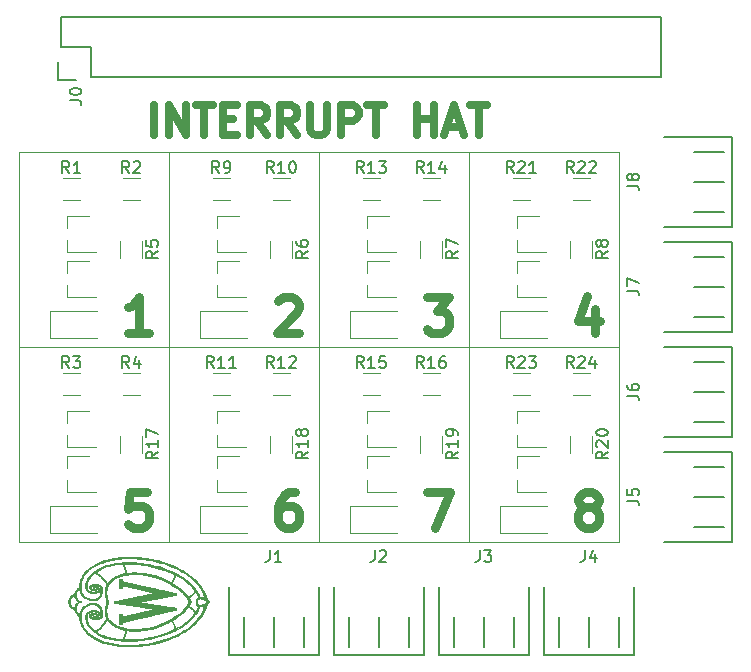
<source format=gbr>
%TF.GenerationSoftware,KiCad,Pcbnew,5.1.8+dfsg1-1+b1*%
%TF.CreationDate,2021-02-16T13:38:33-06:00*%
%TF.ProjectId,interrupt-hat,696e7465-7272-4757-9074-2d6861742e6b,A*%
%TF.SameCoordinates,Original*%
%TF.FileFunction,Legend,Top*%
%TF.FilePolarity,Positive*%
%FSLAX46Y46*%
G04 Gerber Fmt 4.6, Leading zero omitted, Abs format (unit mm)*
G04 Created by KiCad (PCBNEW 5.1.8+dfsg1-1+b1) date 2021-02-16 13:38:33*
%MOMM*%
%LPD*%
G01*
G04 APERTURE LIST*
%ADD10C,0.635000*%
%ADD11C,0.750000*%
%ADD12C,0.120000*%
%ADD13C,0.010000*%
%ADD14C,0.150000*%
G04 APERTURE END LIST*
D10*
X62290476Y-58299047D02*
X62290476Y-55759047D01*
X63500000Y-58299047D02*
X63500000Y-55759047D01*
X64951428Y-58299047D01*
X64951428Y-55759047D01*
X65798095Y-55759047D02*
X67249523Y-55759047D01*
X66523809Y-58299047D02*
X66523809Y-55759047D01*
X68096190Y-56968571D02*
X68942857Y-56968571D01*
X69305714Y-58299047D02*
X68096190Y-58299047D01*
X68096190Y-55759047D01*
X69305714Y-55759047D01*
X71845714Y-58299047D02*
X70999047Y-57089523D01*
X70394285Y-58299047D02*
X70394285Y-55759047D01*
X71361904Y-55759047D01*
X71603809Y-55880000D01*
X71724761Y-56000952D01*
X71845714Y-56242857D01*
X71845714Y-56605714D01*
X71724761Y-56847619D01*
X71603809Y-56968571D01*
X71361904Y-57089523D01*
X70394285Y-57089523D01*
X74385714Y-58299047D02*
X73539047Y-57089523D01*
X72934285Y-58299047D02*
X72934285Y-55759047D01*
X73901904Y-55759047D01*
X74143809Y-55880000D01*
X74264761Y-56000952D01*
X74385714Y-56242857D01*
X74385714Y-56605714D01*
X74264761Y-56847619D01*
X74143809Y-56968571D01*
X73901904Y-57089523D01*
X72934285Y-57089523D01*
X75474285Y-55759047D02*
X75474285Y-57815238D01*
X75595238Y-58057142D01*
X75716190Y-58178095D01*
X75958095Y-58299047D01*
X76441904Y-58299047D01*
X76683809Y-58178095D01*
X76804761Y-58057142D01*
X76925714Y-57815238D01*
X76925714Y-55759047D01*
X78135238Y-58299047D02*
X78135238Y-55759047D01*
X79102857Y-55759047D01*
X79344761Y-55880000D01*
X79465714Y-56000952D01*
X79586666Y-56242857D01*
X79586666Y-56605714D01*
X79465714Y-56847619D01*
X79344761Y-56968571D01*
X79102857Y-57089523D01*
X78135238Y-57089523D01*
X80312380Y-55759047D02*
X81763809Y-55759047D01*
X81038095Y-58299047D02*
X81038095Y-55759047D01*
X84545714Y-58299047D02*
X84545714Y-55759047D01*
X84545714Y-56968571D02*
X85997142Y-56968571D01*
X85997142Y-58299047D02*
X85997142Y-55759047D01*
X87085714Y-57573333D02*
X88295238Y-57573333D01*
X86843809Y-58299047D02*
X87690476Y-55759047D01*
X88537142Y-58299047D01*
X89020952Y-55759047D02*
X90472380Y-55759047D01*
X89746666Y-58299047D02*
X89746666Y-55759047D01*
D11*
X98774285Y-89812857D02*
X98488571Y-89670000D01*
X98345714Y-89527142D01*
X98202857Y-89241428D01*
X98202857Y-89098571D01*
X98345714Y-88812857D01*
X98488571Y-88670000D01*
X98774285Y-88527142D01*
X99345714Y-88527142D01*
X99631428Y-88670000D01*
X99774285Y-88812857D01*
X99917142Y-89098571D01*
X99917142Y-89241428D01*
X99774285Y-89527142D01*
X99631428Y-89670000D01*
X99345714Y-89812857D01*
X98774285Y-89812857D01*
X98488571Y-89955714D01*
X98345714Y-90098571D01*
X98202857Y-90384285D01*
X98202857Y-90955714D01*
X98345714Y-91241428D01*
X98488571Y-91384285D01*
X98774285Y-91527142D01*
X99345714Y-91527142D01*
X99631428Y-91384285D01*
X99774285Y-91241428D01*
X99917142Y-90955714D01*
X99917142Y-90384285D01*
X99774285Y-90098571D01*
X99631428Y-89955714D01*
X99345714Y-89812857D01*
X85360000Y-88527142D02*
X87360000Y-88527142D01*
X86074285Y-91527142D01*
X74231428Y-88527142D02*
X73660000Y-88527142D01*
X73374285Y-88670000D01*
X73231428Y-88812857D01*
X72945714Y-89241428D01*
X72802857Y-89812857D01*
X72802857Y-90955714D01*
X72945714Y-91241428D01*
X73088571Y-91384285D01*
X73374285Y-91527142D01*
X73945714Y-91527142D01*
X74231428Y-91384285D01*
X74374285Y-91241428D01*
X74517142Y-90955714D01*
X74517142Y-90241428D01*
X74374285Y-89955714D01*
X74231428Y-89812857D01*
X73945714Y-89670000D01*
X73374285Y-89670000D01*
X73088571Y-89812857D01*
X72945714Y-89955714D01*
X72802857Y-90241428D01*
X61674285Y-88527142D02*
X60245714Y-88527142D01*
X60102857Y-89955714D01*
X60245714Y-89812857D01*
X60531428Y-89670000D01*
X61245714Y-89670000D01*
X61531428Y-89812857D01*
X61674285Y-89955714D01*
X61817142Y-90241428D01*
X61817142Y-90955714D01*
X61674285Y-91241428D01*
X61531428Y-91384285D01*
X61245714Y-91527142D01*
X60531428Y-91527142D01*
X60245714Y-91384285D01*
X60102857Y-91241428D01*
X99631428Y-73017142D02*
X99631428Y-75017142D01*
X98917142Y-71874285D02*
X98202857Y-74017142D01*
X100060000Y-74017142D01*
X85360000Y-72017142D02*
X87217142Y-72017142D01*
X86217142Y-73160000D01*
X86645714Y-73160000D01*
X86931428Y-73302857D01*
X87074285Y-73445714D01*
X87217142Y-73731428D01*
X87217142Y-74445714D01*
X87074285Y-74731428D01*
X86931428Y-74874285D01*
X86645714Y-75017142D01*
X85788571Y-75017142D01*
X85502857Y-74874285D01*
X85360000Y-74731428D01*
X72802857Y-72302857D02*
X72945714Y-72160000D01*
X73231428Y-72017142D01*
X73945714Y-72017142D01*
X74231428Y-72160000D01*
X74374285Y-72302857D01*
X74517142Y-72588571D01*
X74517142Y-72874285D01*
X74374285Y-73302857D01*
X72660000Y-75017142D01*
X74517142Y-75017142D01*
X61817142Y-75017142D02*
X60102857Y-75017142D01*
X60960000Y-75017142D02*
X60960000Y-72017142D01*
X60674285Y-72445714D01*
X60388571Y-72731428D01*
X60102857Y-72874285D01*
D12*
X50800000Y-76200000D02*
X101600000Y-76200000D01*
X50800000Y-59690000D02*
X50800000Y-92710000D01*
X63500000Y-59690000D02*
X63500000Y-92710000D01*
X76200000Y-59690000D02*
X76200000Y-92710000D01*
X101600000Y-59690000D02*
X101600000Y-92710000D01*
X88900000Y-92710000D02*
X101600000Y-92710000D01*
X88900000Y-59690000D02*
X88900000Y-92710000D01*
X101600000Y-92710000D02*
X50800000Y-92710000D01*
X101600000Y-59690000D02*
X50800000Y-59690000D01*
D13*
%TO.C,G\u002A\u002A\u002A*%
G36*
X55013991Y-97762986D02*
G01*
X55016052Y-97717625D01*
X55019780Y-97676206D01*
X55025150Y-97641517D01*
X55025759Y-97638605D01*
X55047497Y-97559365D01*
X55077438Y-97485991D01*
X55115785Y-97418170D01*
X55162739Y-97355586D01*
X55218504Y-97297923D01*
X55274889Y-97251105D01*
X55306620Y-97229038D01*
X55343879Y-97206066D01*
X55383914Y-97183668D01*
X55423972Y-97163318D01*
X55461301Y-97146494D01*
X55490197Y-97135617D01*
X55506109Y-97130160D01*
X55517714Y-97125704D01*
X55521967Y-97123566D01*
X55524133Y-97117618D01*
X55527240Y-97104699D01*
X55529959Y-97091058D01*
X55539382Y-97050809D01*
X55553437Y-97005476D01*
X55570992Y-96958341D01*
X55590915Y-96912686D01*
X55592931Y-96908459D01*
X55632295Y-96835866D01*
X55677714Y-96768648D01*
X55728300Y-96707809D01*
X55783169Y-96654356D01*
X55841433Y-96609296D01*
X55875007Y-96588222D01*
X55914605Y-96565382D01*
X55917746Y-96510941D01*
X55925775Y-96404471D01*
X55937326Y-96305509D01*
X55952803Y-96211895D01*
X55972607Y-96121469D01*
X55997143Y-96032069D01*
X56020639Y-95959281D01*
X56070876Y-95828474D01*
X56130499Y-95701223D01*
X56199334Y-95577644D01*
X56277209Y-95457848D01*
X56363949Y-95341951D01*
X56459381Y-95230067D01*
X56563332Y-95122309D01*
X56675630Y-95018791D01*
X56796099Y-94919628D01*
X56924568Y-94824933D01*
X57060862Y-94734820D01*
X57204809Y-94649404D01*
X57356235Y-94568799D01*
X57514967Y-94493117D01*
X57680831Y-94422474D01*
X57853654Y-94356983D01*
X58033263Y-94296759D01*
X58219485Y-94241915D01*
X58412146Y-94192565D01*
X58611072Y-94148823D01*
X58816092Y-94110804D01*
X58836560Y-94107381D01*
X58943878Y-94090388D01*
X59050232Y-94075182D01*
X59157300Y-94061585D01*
X59266754Y-94049419D01*
X59380272Y-94038505D01*
X59499528Y-94028666D01*
X59626198Y-94019724D01*
X59710320Y-94014485D01*
X59742053Y-94012986D01*
X59782725Y-94011680D01*
X59831114Y-94010569D01*
X59886000Y-94009650D01*
X59946164Y-94008926D01*
X60010384Y-94008394D01*
X60077440Y-94008057D01*
X60146112Y-94007913D01*
X60215179Y-94007962D01*
X60283422Y-94008205D01*
X60349620Y-94008642D01*
X60412553Y-94009272D01*
X60470999Y-94010096D01*
X60523740Y-94011113D01*
X60569555Y-94012324D01*
X60607223Y-94013729D01*
X60622180Y-94014479D01*
X60850254Y-94029294D01*
X61070657Y-94047866D01*
X61285248Y-94070426D01*
X61495882Y-94097203D01*
X61704418Y-94128425D01*
X61912712Y-94164323D01*
X62054740Y-94191438D01*
X62312528Y-94246080D01*
X62565889Y-94306867D01*
X62814551Y-94373657D01*
X63058243Y-94446310D01*
X63296694Y-94524684D01*
X63529632Y-94608637D01*
X63756785Y-94698029D01*
X63977883Y-94792716D01*
X64192653Y-94892559D01*
X64400825Y-94997415D01*
X64602126Y-95107144D01*
X64796286Y-95221603D01*
X64983033Y-95340651D01*
X65162096Y-95464147D01*
X65333202Y-95591949D01*
X65496082Y-95723916D01*
X65650462Y-95859906D01*
X65796073Y-95999778D01*
X65932641Y-96143390D01*
X66042593Y-96269711D01*
X66151660Y-96406986D01*
X66253264Y-96548201D01*
X66347063Y-96692706D01*
X66432714Y-96839851D01*
X66509876Y-96988986D01*
X66578204Y-97139460D01*
X66637358Y-97290623D01*
X66686995Y-97441826D01*
X66716312Y-97549009D01*
X66732251Y-97612656D01*
X66755083Y-97628365D01*
X66778346Y-97645409D01*
X66803671Y-97665680D01*
X66829020Y-97687376D01*
X66852358Y-97708692D01*
X66871647Y-97727825D01*
X66884850Y-97742972D01*
X66885479Y-97743817D01*
X66899595Y-97766065D01*
X66905820Y-97784722D01*
X66904570Y-97802043D01*
X66898815Y-97815819D01*
X66889444Y-97829009D01*
X66873706Y-97846697D01*
X66853330Y-97867247D01*
X66830045Y-97889018D01*
X66805582Y-97910372D01*
X66781669Y-97929670D01*
X66767911Y-97939860D01*
X66750384Y-97952635D01*
X66739308Y-97962254D01*
X66732702Y-97971229D01*
X66728586Y-97982076D01*
X66725887Y-97993200D01*
X66719853Y-98017923D01*
X66711219Y-98050084D01*
X66700636Y-98087497D01*
X66688759Y-98127976D01*
X66676241Y-98169334D01*
X66663736Y-98209386D01*
X66651897Y-98245945D01*
X66641377Y-98276826D01*
X66639629Y-98281738D01*
X66574883Y-98447169D01*
X66500418Y-98609721D01*
X66416275Y-98769341D01*
X66322493Y-98925977D01*
X66219114Y-99079578D01*
X66106177Y-99230090D01*
X65983722Y-99377463D01*
X65851790Y-99521643D01*
X65710420Y-99662578D01*
X65559654Y-99800217D01*
X65399531Y-99934506D01*
X65316100Y-100000281D01*
X65147017Y-100125605D01*
X64968870Y-100247423D01*
X64782241Y-100365411D01*
X64587715Y-100479246D01*
X64385873Y-100588603D01*
X64177302Y-100693160D01*
X63962583Y-100792593D01*
X63742300Y-100886577D01*
X63654940Y-100921711D01*
X63388042Y-101022075D01*
X63115710Y-101114365D01*
X62838589Y-101198491D01*
X62557325Y-101274368D01*
X62272562Y-101341907D01*
X61984947Y-101401022D01*
X61695126Y-101451624D01*
X61403744Y-101493627D01*
X61111446Y-101526942D01*
X60818879Y-101551483D01*
X60526688Y-101567162D01*
X60254462Y-101573453D01*
X60254462Y-101463713D01*
X60419384Y-101461178D01*
X60581364Y-101456007D01*
X60737853Y-101448207D01*
X60792360Y-101444756D01*
X61099241Y-101419382D01*
X61403647Y-101384658D01*
X61705270Y-101340652D01*
X62003805Y-101287433D01*
X62298945Y-101225070D01*
X62590384Y-101153633D01*
X62877816Y-101073189D01*
X63160935Y-100983808D01*
X63439434Y-100885558D01*
X63661931Y-100799316D01*
X63817947Y-100734043D01*
X63975661Y-100663614D01*
X64132941Y-100589086D01*
X64287656Y-100511512D01*
X64437674Y-100431949D01*
X64580864Y-100351451D01*
X64656182Y-100307015D01*
X64843112Y-100190193D01*
X65021375Y-100069583D01*
X65190884Y-99945281D01*
X65351555Y-99817384D01*
X65503304Y-99685989D01*
X65646046Y-99551193D01*
X65779697Y-99413093D01*
X65904171Y-99271786D01*
X66019386Y-99127368D01*
X66125255Y-98979937D01*
X66221695Y-98829589D01*
X66308620Y-98676422D01*
X66385947Y-98520533D01*
X66453591Y-98362017D01*
X66511467Y-98200973D01*
X66522023Y-98167957D01*
X66530486Y-98140619D01*
X66537788Y-98116448D01*
X66543411Y-98097203D01*
X66546839Y-98084643D01*
X66547656Y-98080762D01*
X66545383Y-98077612D01*
X66536908Y-98079503D01*
X66528950Y-98082791D01*
X66503084Y-98093253D01*
X66470389Y-98104991D01*
X66433943Y-98117029D01*
X66396824Y-98128394D01*
X66362111Y-98138111D01*
X66332883Y-98145205D01*
X66329560Y-98145902D01*
X66301076Y-98150734D01*
X66266556Y-98155067D01*
X66230119Y-98158436D01*
X66203042Y-98160097D01*
X66135868Y-98163110D01*
X66135868Y-98053095D01*
X66180783Y-98052837D01*
X66184780Y-98052663D01*
X66271631Y-98043573D01*
X66358713Y-98024536D01*
X66445497Y-97995736D01*
X66531460Y-97957358D01*
X66616074Y-97909587D01*
X66644601Y-97891133D01*
X66681751Y-97865674D01*
X66710462Y-97844266D01*
X66731208Y-97826083D01*
X66744465Y-97810301D01*
X66750707Y-97796093D01*
X66750408Y-97782635D01*
X66744043Y-97769101D01*
X66732087Y-97754666D01*
X66726369Y-97748960D01*
X66706242Y-97731647D01*
X66679034Y-97711252D01*
X66646807Y-97689116D01*
X66611627Y-97666580D01*
X66575558Y-97644986D01*
X66540663Y-97625676D01*
X66522235Y-97616277D01*
X66453853Y-97586003D01*
X66382860Y-97560709D01*
X66313495Y-97541892D01*
X66308877Y-97540871D01*
X66267133Y-97533752D01*
X66220440Y-97529118D01*
X66171358Y-97526966D01*
X66122448Y-97527293D01*
X66076270Y-97530096D01*
X66035385Y-97535372D01*
X66008745Y-97541221D01*
X65987399Y-97551879D01*
X65966104Y-97571244D01*
X65945838Y-97597905D01*
X65927578Y-97630451D01*
X65912301Y-97667473D01*
X65905055Y-97690940D01*
X65901112Y-97709843D01*
X65897526Y-97734741D01*
X65894852Y-97761473D01*
X65894075Y-97773347D01*
X65894554Y-97818475D01*
X65900308Y-97862822D01*
X65910741Y-97905061D01*
X65925259Y-97943865D01*
X65943267Y-97977906D01*
X65964170Y-98005859D01*
X65987373Y-98026395D01*
X66012282Y-98038188D01*
X66012869Y-98038346D01*
X66048474Y-98045563D01*
X66090620Y-98050575D01*
X66135868Y-98053095D01*
X66135868Y-98163110D01*
X66129864Y-98163380D01*
X66095256Y-98249409D01*
X66031754Y-98394078D01*
X65958378Y-98537061D01*
X65875310Y-98678112D01*
X65782733Y-98816984D01*
X65775097Y-98827208D01*
X65775097Y-98628788D01*
X65778565Y-98627274D01*
X65786102Y-98617269D01*
X65797446Y-98599560D01*
X65811829Y-98575514D01*
X65828483Y-98546498D01*
X65846639Y-98513880D01*
X65865529Y-98479026D01*
X65884384Y-98443305D01*
X65902437Y-98408082D01*
X65907958Y-98397060D01*
X65921918Y-98368468D01*
X65936819Y-98336992D01*
X65952026Y-98304077D01*
X65966903Y-98271168D01*
X65980815Y-98239708D01*
X65993124Y-98211141D01*
X66003195Y-98186913D01*
X66010392Y-98168466D01*
X66014079Y-98157245D01*
X66014422Y-98155299D01*
X66010025Y-98152628D01*
X65998521Y-98148943D01*
X65987930Y-98146315D01*
X65947272Y-98132084D01*
X65910049Y-98108707D01*
X65876653Y-98076732D01*
X65847474Y-98036706D01*
X65822904Y-97989176D01*
X65803332Y-97934689D01*
X65789151Y-97873793D01*
X65787850Y-97866200D01*
X65782661Y-97812519D01*
X65783953Y-97756671D01*
X65791256Y-97700478D01*
X65804100Y-97645763D01*
X65822013Y-97594348D01*
X65844526Y-97548056D01*
X65871169Y-97508710D01*
X65883828Y-97494328D01*
X65909554Y-97471689D01*
X65939093Y-97452353D01*
X65969244Y-97438152D01*
X65993893Y-97431333D01*
X66006718Y-97428836D01*
X66013984Y-97426554D01*
X66014600Y-97425956D01*
X66012515Y-97417742D01*
X66006667Y-97401757D01*
X65997666Y-97379401D01*
X65986122Y-97352076D01*
X65972645Y-97321182D01*
X65957845Y-97288119D01*
X65942332Y-97254287D01*
X65926715Y-97221087D01*
X65913173Y-97193100D01*
X65897288Y-97161453D01*
X65879719Y-97127586D01*
X65861227Y-97092860D01*
X65842571Y-97058631D01*
X65824513Y-97026259D01*
X65807812Y-96997101D01*
X65793230Y-96972517D01*
X65781527Y-96953863D01*
X65773462Y-96942500D01*
X65771895Y-96940744D01*
X65767148Y-96942541D01*
X65758037Y-96950770D01*
X65746345Y-96963769D01*
X65743641Y-96967058D01*
X65691521Y-97027591D01*
X65632794Y-97089046D01*
X65569641Y-97149431D01*
X65504242Y-97206755D01*
X65438777Y-97259024D01*
X65375428Y-97304248D01*
X65371980Y-97306537D01*
X65353465Y-97318189D01*
X65329860Y-97332182D01*
X65303036Y-97347497D01*
X65274863Y-97363118D01*
X65247213Y-97378027D01*
X65221958Y-97391205D01*
X65200969Y-97401635D01*
X65186117Y-97408299D01*
X65182386Y-97409659D01*
X65181949Y-97414595D01*
X65187877Y-97427168D01*
X65200208Y-97447450D01*
X65213542Y-97467558D01*
X65234350Y-97499378D01*
X65256019Y-97534609D01*
X65277886Y-97571974D01*
X65299286Y-97610194D01*
X65319556Y-97647992D01*
X65338033Y-97684090D01*
X65354052Y-97717209D01*
X65366951Y-97746072D01*
X65376065Y-97769400D01*
X65380730Y-97785917D01*
X65381204Y-97790433D01*
X65378736Y-97801994D01*
X65371681Y-97820962D01*
X65360715Y-97846052D01*
X65346513Y-97875981D01*
X65329752Y-97909463D01*
X65311107Y-97945216D01*
X65291254Y-97981954D01*
X65270867Y-98018393D01*
X65250624Y-98053250D01*
X65231200Y-98085240D01*
X65213270Y-98113078D01*
X65205398Y-98124581D01*
X65182725Y-98156902D01*
X65250342Y-98191099D01*
X65329312Y-98235267D01*
X65409398Y-98288171D01*
X65489233Y-98348692D01*
X65567453Y-98415713D01*
X65642694Y-98488117D01*
X65713592Y-98564785D01*
X65730146Y-98584094D01*
X65748053Y-98604928D01*
X65760802Y-98618687D01*
X65769460Y-98626322D01*
X65775097Y-98628788D01*
X65775097Y-98827208D01*
X65680830Y-98953430D01*
X65569783Y-99087204D01*
X65449776Y-99218059D01*
X65320992Y-99345749D01*
X65201800Y-99454205D01*
X65047190Y-99583445D01*
X64883430Y-99708665D01*
X64710752Y-99829738D01*
X64529391Y-99946538D01*
X64339579Y-100058939D01*
X64141551Y-100166815D01*
X64086300Y-100194498D01*
X64086300Y-100067705D01*
X64093153Y-100065074D01*
X64107587Y-100058099D01*
X64128351Y-100047458D01*
X64154195Y-100033830D01*
X64183870Y-100017895D01*
X64216124Y-100000330D01*
X64249707Y-99981817D01*
X64283370Y-99963032D01*
X64315860Y-99944655D01*
X64345930Y-99927366D01*
X64361509Y-99918256D01*
X64524428Y-99819009D01*
X64678012Y-99718635D01*
X64823076Y-99616523D01*
X64960430Y-99512065D01*
X65090887Y-99404650D01*
X65215261Y-99293668D01*
X65295113Y-99217480D01*
X65400949Y-99110014D01*
X65497749Y-99003764D01*
X65586390Y-98897720D01*
X65667749Y-98790867D01*
X65683793Y-98768509D01*
X65701508Y-98743283D01*
X65713824Y-98724894D01*
X65721441Y-98712052D01*
X65725061Y-98703471D01*
X65725386Y-98697862D01*
X65723904Y-98694849D01*
X65718226Y-98687771D01*
X65707636Y-98674793D01*
X65693705Y-98657836D01*
X65679727Y-98640900D01*
X65663743Y-98622404D01*
X65642426Y-98598934D01*
X65617739Y-98572588D01*
X65591646Y-98545462D01*
X65567905Y-98521441D01*
X65494090Y-98451425D01*
X65421871Y-98390271D01*
X65350037Y-98337080D01*
X65277376Y-98290948D01*
X65207309Y-98253252D01*
X65139158Y-98219579D01*
X65128569Y-98234333D01*
X65121867Y-98243243D01*
X65110150Y-98258390D01*
X65094744Y-98278073D01*
X65076979Y-98300593D01*
X65064640Y-98316143D01*
X64975045Y-98422771D01*
X64875703Y-98529748D01*
X64767006Y-98636753D01*
X64649343Y-98743463D01*
X64523106Y-98849556D01*
X64388686Y-98954709D01*
X64246473Y-99058599D01*
X64096858Y-99160906D01*
X63940233Y-99261304D01*
X63858140Y-99311454D01*
X63830689Y-99327996D01*
X63806183Y-99342841D01*
X63785966Y-99355170D01*
X63771379Y-99364164D01*
X63763765Y-99369002D01*
X63763044Y-99369519D01*
X63764363Y-99374564D01*
X63770970Y-99385461D01*
X63781628Y-99400277D01*
X63787714Y-99408080D01*
X63843366Y-99484625D01*
X63895183Y-99569890D01*
X63942775Y-99663037D01*
X63985752Y-99763228D01*
X64023724Y-99869624D01*
X64056300Y-99981388D01*
X64058432Y-99989640D01*
X64066725Y-100021014D01*
X64073316Y-100043472D01*
X64078573Y-100058046D01*
X64082865Y-100065768D01*
X64086300Y-100067705D01*
X64086300Y-100194498D01*
X63935539Y-100270038D01*
X63721778Y-100368483D01*
X63500500Y-100462022D01*
X63271940Y-100550531D01*
X63036330Y-100633881D01*
X63001887Y-100645434D01*
X62719570Y-100734344D01*
X62434332Y-100813916D01*
X62145918Y-100884196D01*
X61854075Y-100945235D01*
X61558550Y-100997079D01*
X61259091Y-101039777D01*
X60955443Y-101073377D01*
X60647354Y-101097927D01*
X60614560Y-101099993D01*
X60567279Y-101102472D01*
X60511448Y-101104683D01*
X60448673Y-101106610D01*
X60380562Y-101108239D01*
X60308721Y-101109552D01*
X60234756Y-101110536D01*
X60160275Y-101111174D01*
X60118027Y-101111332D01*
X60118027Y-100999194D01*
X60171941Y-100999048D01*
X60223486Y-100998726D01*
X60271522Y-100998221D01*
X60314911Y-100997527D01*
X60352514Y-100996638D01*
X60373260Y-100995955D01*
X60673146Y-100980077D01*
X60970769Y-100955274D01*
X61265784Y-100921629D01*
X61557845Y-100879222D01*
X61846607Y-100828137D01*
X62131725Y-100768456D01*
X62412853Y-100700260D01*
X62689646Y-100623633D01*
X62961759Y-100538655D01*
X63228846Y-100445409D01*
X63490562Y-100343978D01*
X63746562Y-100234444D01*
X63927990Y-100150204D01*
X63959367Y-100134827D01*
X63982212Y-100122861D01*
X63997367Y-100113807D01*
X64005676Y-100107163D01*
X64008000Y-100102748D01*
X64006791Y-100094731D01*
X64003473Y-100078935D01*
X63998508Y-100057415D01*
X63992358Y-100032221D01*
X63990154Y-100023477D01*
X63959723Y-99915946D01*
X63924525Y-99813644D01*
X63884949Y-99717412D01*
X63841390Y-99628094D01*
X63794237Y-99546532D01*
X63743885Y-99473571D01*
X63720922Y-99444537D01*
X63692364Y-99409973D01*
X63653332Y-99431502D01*
X63600111Y-99460717D01*
X63551632Y-99486992D01*
X63505552Y-99511552D01*
X63459530Y-99535623D01*
X63411222Y-99560431D01*
X63358287Y-99587201D01*
X63301880Y-99615418D01*
X63204946Y-99663160D01*
X63115014Y-99706217D01*
X63030460Y-99745274D01*
X62949661Y-99781016D01*
X62870992Y-99814127D01*
X62792831Y-99845294D01*
X62713554Y-99875200D01*
X62631536Y-99904530D01*
X62552580Y-99931488D01*
X62319193Y-100004857D01*
X62086055Y-100068555D01*
X61852148Y-100122781D01*
X61616454Y-100167738D01*
X61377955Y-100203628D01*
X61135631Y-100230650D01*
X60972700Y-100243754D01*
X60907650Y-100247533D01*
X60835893Y-100250512D01*
X60759218Y-100252690D01*
X60679416Y-100254066D01*
X60672520Y-100254114D01*
X60672520Y-100113122D01*
X60825933Y-100109237D01*
X60981080Y-100101313D01*
X61136444Y-100089349D01*
X61147960Y-100088299D01*
X61352471Y-100065639D01*
X61558128Y-100035413D01*
X61763734Y-99997933D01*
X61968091Y-99953508D01*
X62170001Y-99902449D01*
X62368268Y-99845066D01*
X62561694Y-99781670D01*
X62749081Y-99712572D01*
X62929233Y-99638082D01*
X62991638Y-99610209D01*
X63182834Y-99520118D01*
X63369349Y-99426355D01*
X63550410Y-99329376D01*
X63725245Y-99229636D01*
X63893082Y-99127593D01*
X64053150Y-99023700D01*
X64204677Y-98918414D01*
X64346891Y-98812191D01*
X64358520Y-98803138D01*
X64458966Y-98721864D01*
X64557123Y-98636924D01*
X64651653Y-98549613D01*
X64741222Y-98461224D01*
X64824491Y-98373053D01*
X64900127Y-98286394D01*
X64931560Y-98247931D01*
X64957068Y-98214792D01*
X64985545Y-98175743D01*
X65015486Y-98133017D01*
X65045383Y-98088845D01*
X65073732Y-98045459D01*
X65099027Y-98005093D01*
X65119762Y-97969977D01*
X65123173Y-97963882D01*
X65136482Y-97939094D01*
X65150539Y-97911651D01*
X65164563Y-97883221D01*
X65177774Y-97855474D01*
X65189391Y-97830080D01*
X65198635Y-97808709D01*
X65204724Y-97793030D01*
X65206880Y-97784777D01*
X65204696Y-97778072D01*
X65198593Y-97763765D01*
X65189244Y-97743317D01*
X65177321Y-97718188D01*
X65163497Y-97689839D01*
X65158933Y-97680630D01*
X65134876Y-97634214D01*
X65134876Y-97348037D01*
X65140428Y-97345915D01*
X65153371Y-97340083D01*
X65171995Y-97331337D01*
X65194586Y-97320476D01*
X65204340Y-97315722D01*
X65290364Y-97268638D01*
X65375947Y-97211757D01*
X65461214Y-97144981D01*
X65546292Y-97068214D01*
X65608990Y-97005140D01*
X65623913Y-96989135D01*
X65641209Y-96970056D01*
X65659623Y-96949348D01*
X65677903Y-96928461D01*
X65694796Y-96908839D01*
X65709049Y-96891932D01*
X65719409Y-96879185D01*
X65724622Y-96872047D01*
X65725000Y-96871166D01*
X65722293Y-96866435D01*
X65715063Y-96855530D01*
X65704702Y-96840534D01*
X65701232Y-96835606D01*
X65597271Y-96696987D01*
X65483744Y-96561568D01*
X65360753Y-96429435D01*
X65228404Y-96300674D01*
X65086800Y-96175371D01*
X64936045Y-96053612D01*
X64776244Y-95935483D01*
X64607500Y-95821068D01*
X64429917Y-95710455D01*
X64243599Y-95603729D01*
X64144066Y-95550201D01*
X64074392Y-95513527D01*
X64071183Y-95527814D01*
X64046449Y-95624940D01*
X64016365Y-95720832D01*
X63981554Y-95814099D01*
X63942639Y-95903346D01*
X63900243Y-95987180D01*
X63854990Y-96064208D01*
X63807501Y-96133036D01*
X63791090Y-96154156D01*
X63776750Y-96172755D01*
X63765628Y-96188595D01*
X63758826Y-96200003D01*
X63757445Y-96205302D01*
X63757451Y-96205308D01*
X63762844Y-96208988D01*
X63775665Y-96217080D01*
X63794619Y-96228789D01*
X63818411Y-96243316D01*
X63845746Y-96259866D01*
X63860680Y-96268855D01*
X63959050Y-96329425D01*
X64060208Y-96394479D01*
X64161657Y-96462319D01*
X64260900Y-96531249D01*
X64355441Y-96599571D01*
X64433515Y-96658419D01*
X64545753Y-96747847D01*
X64653723Y-96839684D01*
X64756495Y-96933029D01*
X64853141Y-97026985D01*
X64942733Y-97120651D01*
X65024342Y-97213128D01*
X65089682Y-97293930D01*
X65105263Y-97313802D01*
X65118729Y-97330391D01*
X65128841Y-97342215D01*
X65134362Y-97347792D01*
X65134876Y-97348037D01*
X65134876Y-97634214D01*
X65122989Y-97611278D01*
X65086263Y-97546611D01*
X65047245Y-97484300D01*
X65004420Y-97422012D01*
X64956277Y-97357415D01*
X64916855Y-97307400D01*
X64824166Y-97198481D01*
X64721560Y-97089930D01*
X64609280Y-96981922D01*
X64487566Y-96874636D01*
X64356662Y-96768246D01*
X64216808Y-96662930D01*
X64068247Y-96558864D01*
X63911219Y-96456225D01*
X63745968Y-96355189D01*
X63684941Y-96320223D01*
X63684941Y-96165714D01*
X63701856Y-96146007D01*
X63762342Y-96068228D01*
X63817853Y-95981647D01*
X63868351Y-95886341D01*
X63913799Y-95782389D01*
X63954157Y-95669868D01*
X63984931Y-95565697D01*
X63991476Y-95540565D01*
X63996942Y-95518105D01*
X64000799Y-95500593D01*
X64002520Y-95490310D01*
X64002558Y-95489656D01*
X64001761Y-95485212D01*
X63998342Y-95480518D01*
X63991172Y-95474887D01*
X63979125Y-95467627D01*
X63961072Y-95458052D01*
X63935886Y-95445471D01*
X63908126Y-95431948D01*
X63775865Y-95370049D01*
X63635227Y-95308295D01*
X63487978Y-95247400D01*
X63335882Y-95188075D01*
X63180708Y-95131035D01*
X63053389Y-95086799D01*
X62765269Y-94994616D01*
X62472822Y-94911526D01*
X62176364Y-94837588D01*
X61876213Y-94772861D01*
X61572688Y-94717401D01*
X61266106Y-94671268D01*
X60956786Y-94634519D01*
X60645045Y-94607213D01*
X60337700Y-94589679D01*
X60311007Y-94588755D01*
X60277543Y-94587914D01*
X60238373Y-94587161D01*
X60194560Y-94586499D01*
X60147168Y-94585931D01*
X60097259Y-94585460D01*
X60045899Y-94585089D01*
X59994149Y-94584824D01*
X59943074Y-94584665D01*
X59893738Y-94584618D01*
X59847204Y-94584685D01*
X59804535Y-94584869D01*
X59766796Y-94585175D01*
X59735050Y-94585606D01*
X59710360Y-94586164D01*
X59693789Y-94586854D01*
X59686640Y-94587604D01*
X59681732Y-94589338D01*
X59679566Y-94592459D01*
X59680506Y-94598807D01*
X59684914Y-94610220D01*
X59693156Y-94628537D01*
X59695910Y-94634525D01*
X59754043Y-94772887D01*
X59802761Y-94914879D01*
X59841901Y-95059937D01*
X59871303Y-95207496D01*
X59883042Y-95287773D01*
X59886603Y-95315143D01*
X59889784Y-95338668D01*
X59892343Y-95356641D01*
X59894039Y-95367353D01*
X59894566Y-95369612D01*
X59899739Y-95369300D01*
X59913125Y-95367830D01*
X59932869Y-95365423D01*
X59957119Y-95362298D01*
X59965283Y-95361216D01*
X60119804Y-95343792D01*
X60281702Y-95331671D01*
X60449689Y-95324851D01*
X60622477Y-95323328D01*
X60798779Y-95327098D01*
X60977308Y-95336159D01*
X61156776Y-95350507D01*
X61290200Y-95364616D01*
X61501830Y-95393165D01*
X61713478Y-95429196D01*
X61923989Y-95472397D01*
X62132211Y-95522456D01*
X62336989Y-95579064D01*
X62537169Y-95641909D01*
X62731598Y-95710679D01*
X62919121Y-95785065D01*
X63032640Y-95834419D01*
X63067786Y-95850587D01*
X63110191Y-95870650D01*
X63158341Y-95893850D01*
X63210721Y-95919429D01*
X63265815Y-95946628D01*
X63322110Y-95974691D01*
X63378089Y-96002858D01*
X63432240Y-96030371D01*
X63483045Y-96056473D01*
X63528992Y-96080405D01*
X63568565Y-96101408D01*
X63596280Y-96116516D01*
X63684941Y-96165714D01*
X63684941Y-96320223D01*
X63572735Y-96255933D01*
X63391761Y-96158634D01*
X63233300Y-96078227D01*
X63146835Y-96035871D01*
X63067538Y-95997887D01*
X62993774Y-95963578D01*
X62923907Y-95932245D01*
X62856301Y-95903190D01*
X62789321Y-95875713D01*
X62721331Y-95849116D01*
X62650695Y-95822700D01*
X62575779Y-95795768D01*
X62554154Y-95788158D01*
X62372896Y-95728356D01*
X62187101Y-95674236D01*
X61997705Y-95625906D01*
X61805642Y-95583471D01*
X61611849Y-95547036D01*
X61417259Y-95516707D01*
X61222810Y-95492590D01*
X61029434Y-95474789D01*
X60838069Y-95463412D01*
X60649649Y-95458562D01*
X60465109Y-95460346D01*
X60285385Y-95468870D01*
X60111411Y-95484239D01*
X59993597Y-95499119D01*
X59830290Y-95525982D01*
X59673552Y-95558887D01*
X59523577Y-95597731D01*
X59380558Y-95642415D01*
X59244689Y-95692836D01*
X59116162Y-95748894D01*
X58995170Y-95810488D01*
X58881908Y-95877516D01*
X58776567Y-95949877D01*
X58679341Y-96027471D01*
X58590423Y-96110194D01*
X58510006Y-96197948D01*
X58438284Y-96290630D01*
X58413454Y-96326960D01*
X58373585Y-96393632D01*
X58338943Y-96465129D01*
X58309229Y-96542344D01*
X58284148Y-96626173D01*
X58272217Y-96678700D01*
X58272217Y-96257342D01*
X58276918Y-96255590D01*
X58285659Y-96247236D01*
X58296666Y-96234010D01*
X58298232Y-96231942D01*
X58375515Y-96136679D01*
X58461826Y-96044996D01*
X58556547Y-95957273D01*
X58659061Y-95873892D01*
X58768752Y-95795236D01*
X58885002Y-95721685D01*
X59007194Y-95653623D01*
X59134713Y-95591430D01*
X59266939Y-95535489D01*
X59403258Y-95486181D01*
X59543052Y-95443888D01*
X59592465Y-95430870D01*
X59618066Y-95424575D01*
X59647591Y-95417628D01*
X59679310Y-95410402D01*
X59711493Y-95403270D01*
X59742408Y-95396605D01*
X59770325Y-95390780D01*
X59793513Y-95386169D01*
X59810243Y-95383145D01*
X59818716Y-95382080D01*
X59818996Y-95377348D01*
X59817973Y-95364314D01*
X59815869Y-95344718D01*
X59812905Y-95320305D01*
X59809301Y-95292816D01*
X59805280Y-95263993D01*
X59801062Y-95235579D01*
X59796869Y-95209316D01*
X59796451Y-95206820D01*
X59784901Y-95146345D01*
X59769845Y-95080002D01*
X59752126Y-95011108D01*
X59732590Y-94942976D01*
X59715579Y-94889320D01*
X59702233Y-94850870D01*
X59686837Y-94809222D01*
X59670222Y-94766411D01*
X59653219Y-94724472D01*
X59636658Y-94685440D01*
X59621370Y-94651349D01*
X59608185Y-94624236D01*
X59604641Y-94617540D01*
X59590825Y-94592140D01*
X59547702Y-94593705D01*
X59528496Y-94594606D01*
X59501725Y-94596145D01*
X59469951Y-94598160D01*
X59435739Y-94600488D01*
X59405520Y-94602678D01*
X59197667Y-94621766D01*
X58994959Y-94647514D01*
X58797702Y-94679826D01*
X58606204Y-94718611D01*
X58420771Y-94763774D01*
X58241712Y-94815222D01*
X58069333Y-94872862D01*
X57903941Y-94936600D01*
X57745845Y-95006343D01*
X57595350Y-95081997D01*
X57452765Y-95163470D01*
X57354470Y-95226150D01*
X57332589Y-95240930D01*
X57314083Y-95253749D01*
X57300431Y-95263558D01*
X57293116Y-95269304D01*
X57292286Y-95270285D01*
X57296611Y-95273370D01*
X57308179Y-95279526D01*
X57324952Y-95287698D01*
X57335517Y-95292607D01*
X57399549Y-95325251D01*
X57467291Y-95366124D01*
X57537721Y-95414463D01*
X57609818Y-95469504D01*
X57682561Y-95530486D01*
X57754928Y-95596645D01*
X57795252Y-95636013D01*
X57900748Y-95747573D01*
X58001436Y-95866612D01*
X58097836Y-95993795D01*
X58190472Y-96129785D01*
X58219310Y-96175117D01*
X58235188Y-96200363D01*
X58249360Y-96222668D01*
X58260894Y-96240582D01*
X58268855Y-96252651D01*
X58272217Y-96257342D01*
X58272217Y-96678700D01*
X58263402Y-96717510D01*
X58246694Y-96817249D01*
X58243915Y-96837500D01*
X58240044Y-96874947D01*
X58237209Y-96919583D01*
X58235412Y-96969065D01*
X58234654Y-97021051D01*
X58234938Y-97073196D01*
X58236264Y-97123159D01*
X58238636Y-97168595D01*
X58242053Y-97207161D01*
X58243632Y-97219560D01*
X58252800Y-97278002D01*
X58264317Y-97339841D01*
X58278554Y-97406888D01*
X58295881Y-97480954D01*
X58303174Y-97510600D01*
X58318102Y-97571465D01*
X58330359Y-97623716D01*
X58340105Y-97668498D01*
X58347498Y-97706958D01*
X58352696Y-97740239D01*
X58355859Y-97769488D01*
X58357145Y-97795848D01*
X58356712Y-97820465D01*
X58354720Y-97844484D01*
X58352128Y-97863918D01*
X58348873Y-97882038D01*
X58343476Y-97908231D01*
X58336335Y-97940732D01*
X58327849Y-97977777D01*
X58318416Y-98017602D01*
X58308434Y-98058442D01*
X58305976Y-98068295D01*
X58287241Y-98145046D01*
X58271631Y-98213600D01*
X58258950Y-98275362D01*
X58249003Y-98331739D01*
X58241593Y-98384134D01*
X58236524Y-98433953D01*
X58233601Y-98482602D01*
X58232627Y-98531485D01*
X58233408Y-98582007D01*
X58233585Y-98587509D01*
X58240190Y-98692826D01*
X58252660Y-98795151D01*
X58270720Y-98892971D01*
X58294092Y-98984775D01*
X58321099Y-99065394D01*
X58356932Y-99146512D01*
X58402397Y-99227413D01*
X58456973Y-99307475D01*
X58520139Y-99386076D01*
X58591376Y-99462596D01*
X58670162Y-99536412D01*
X58755977Y-99606903D01*
X58805213Y-99643480D01*
X58907568Y-99711413D01*
X59018512Y-99774747D01*
X59137480Y-99833288D01*
X59263907Y-99886843D01*
X59397227Y-99935219D01*
X59536875Y-99978223D01*
X59682285Y-100015661D01*
X59832891Y-100047341D01*
X59988129Y-100073068D01*
X60106560Y-100088262D01*
X60237860Y-100100536D01*
X60376966Y-100108771D01*
X60522358Y-100112966D01*
X60672520Y-100113122D01*
X60672520Y-100254114D01*
X60598278Y-100254641D01*
X60517594Y-100254414D01*
X60439156Y-100253384D01*
X60364753Y-100251552D01*
X60296176Y-100248918D01*
X60235217Y-100245480D01*
X60213240Y-100243870D01*
X60173794Y-100240556D01*
X60131691Y-100236679D01*
X60088609Y-100232423D01*
X60046227Y-100227975D01*
X60006225Y-100223518D01*
X59970281Y-100219237D01*
X59940074Y-100215318D01*
X59917284Y-100211944D01*
X59907702Y-100210226D01*
X59900363Y-100209254D01*
X59896017Y-100211489D01*
X59893448Y-100219045D01*
X59891439Y-100234036D01*
X59890845Y-100239544D01*
X59886870Y-100272193D01*
X59881307Y-100311597D01*
X59874653Y-100354702D01*
X59867406Y-100398457D01*
X59860064Y-100439808D01*
X59853122Y-100475704D01*
X59849839Y-100491191D01*
X59831949Y-100565153D01*
X59810659Y-100641417D01*
X59786721Y-100717772D01*
X59760891Y-100792009D01*
X59733923Y-100861920D01*
X59706569Y-100925293D01*
X59689635Y-100960558D01*
X59675252Y-100989135D01*
X59699136Y-100992300D01*
X59714101Y-100993580D01*
X59738087Y-100994745D01*
X59769953Y-100995790D01*
X59808563Y-100996707D01*
X59852776Y-100997491D01*
X59901453Y-100998135D01*
X59953456Y-100998633D01*
X60007645Y-100998980D01*
X60062881Y-100999169D01*
X60118027Y-100999194D01*
X60118027Y-101111332D01*
X60086884Y-101111450D01*
X60016190Y-101111349D01*
X59949799Y-101110857D01*
X59889319Y-101109956D01*
X59836355Y-101108632D01*
X59811920Y-101107754D01*
X59593513Y-101095725D01*
X59593513Y-100986709D01*
X59623560Y-100923785D01*
X59673575Y-100810157D01*
X59716575Y-100693137D01*
X59752864Y-100571630D01*
X59782745Y-100444541D01*
X59806523Y-100310776D01*
X59818724Y-100220780D01*
X59820268Y-100208737D01*
X59821318Y-100201827D01*
X59817680Y-100198039D01*
X59810650Y-100195653D01*
X59801124Y-100193718D01*
X59784197Y-100190387D01*
X59762447Y-100186163D01*
X59743340Y-100182488D01*
X59669915Y-100166795D01*
X59590531Y-100146909D01*
X59508047Y-100123680D01*
X59425322Y-100097959D01*
X59345217Y-100070596D01*
X59270590Y-100042442D01*
X59264877Y-100040155D01*
X59224456Y-100023121D01*
X59177766Y-100002159D01*
X59127297Y-99978485D01*
X59075541Y-99953318D01*
X59024989Y-99927873D01*
X58978131Y-99903368D01*
X58937460Y-99881021D01*
X58927718Y-99875431D01*
X58820927Y-99809562D01*
X58717935Y-99738317D01*
X58619865Y-99662645D01*
X58527842Y-99583493D01*
X58442988Y-99501811D01*
X58366428Y-99418548D01*
X58320940Y-99363128D01*
X58304632Y-99342439D01*
X58290537Y-99324918D01*
X58279820Y-99311983D01*
X58273648Y-99305057D01*
X58272680Y-99304279D01*
X58269189Y-99308228D01*
X58261986Y-99319060D01*
X58252348Y-99334810D01*
X58247385Y-99343273D01*
X58232350Y-99368233D01*
X58212535Y-99399622D01*
X58189140Y-99435655D01*
X58163364Y-99474547D01*
X58136409Y-99514515D01*
X58109473Y-99553774D01*
X58083758Y-99590539D01*
X58060464Y-99623026D01*
X58046696Y-99641660D01*
X57971776Y-99737425D01*
X57894412Y-99828662D01*
X57815314Y-99914718D01*
X57735192Y-99994937D01*
X57654754Y-100068665D01*
X57574712Y-100135246D01*
X57495774Y-100194025D01*
X57418649Y-100244348D01*
X57355206Y-100279903D01*
X57297069Y-100309858D01*
X57369584Y-100357381D01*
X57501724Y-100438617D01*
X57642396Y-100514799D01*
X57791259Y-100585823D01*
X57947972Y-100651585D01*
X58112195Y-100711980D01*
X58283587Y-100766904D01*
X58461807Y-100816253D01*
X58646513Y-100859923D01*
X58837367Y-100897810D01*
X59034026Y-100929810D01*
X59236149Y-100955817D01*
X59372500Y-100969661D01*
X59409347Y-100972939D01*
X59446672Y-100976129D01*
X59481925Y-100979023D01*
X59512558Y-100981410D01*
X59536024Y-100983085D01*
X59538886Y-100983269D01*
X59593513Y-100986709D01*
X59593513Y-101095725D01*
X59580569Y-101095012D01*
X59355257Y-101075894D01*
X59136179Y-101050451D01*
X58923535Y-101018734D01*
X58717520Y-100980793D01*
X58518334Y-100936679D01*
X58326173Y-100886442D01*
X58141234Y-100830133D01*
X57963716Y-100767802D01*
X57793815Y-100699501D01*
X57631730Y-100625278D01*
X57477658Y-100545185D01*
X57370980Y-100483416D01*
X57243567Y-100401586D01*
X57229988Y-100391768D01*
X57229988Y-100251391D01*
X57233043Y-100250969D01*
X57250181Y-100244519D01*
X57273922Y-100233590D01*
X57302339Y-100219219D01*
X57333505Y-100202445D01*
X57365491Y-100184308D01*
X57396372Y-100165844D01*
X57424218Y-100148092D01*
X57425150Y-100147472D01*
X57520471Y-100078944D01*
X57615227Y-100000848D01*
X57708882Y-99913774D01*
X57800900Y-99818314D01*
X57890744Y-99715060D01*
X57977879Y-99604602D01*
X58061768Y-99487532D01*
X58141874Y-99364442D01*
X58155699Y-99341940D01*
X58170939Y-99317085D01*
X58185983Y-99292844D01*
X58199221Y-99271792D01*
X58209042Y-99256507D01*
X58210044Y-99254988D01*
X58227263Y-99228996D01*
X58191419Y-99138430D01*
X58168617Y-99079506D01*
X58149837Y-99027597D01*
X58134563Y-98980627D01*
X58122281Y-98936520D01*
X58112477Y-98893199D01*
X58104636Y-98848589D01*
X58098245Y-98800613D01*
X58092787Y-98747194D01*
X58091833Y-98736479D01*
X58088313Y-98684987D01*
X58086340Y-98630557D01*
X58085879Y-98575458D01*
X58086896Y-98521958D01*
X58089357Y-98472324D01*
X58093226Y-98428824D01*
X58096949Y-98402070D01*
X58099616Y-98388098D01*
X58104330Y-98365381D01*
X58110835Y-98335073D01*
X58118879Y-98298326D01*
X58128205Y-98256292D01*
X58138561Y-98210124D01*
X58149691Y-98160973D01*
X58161341Y-98109993D01*
X58163681Y-98099810D01*
X58178094Y-98036966D01*
X58190326Y-97983127D01*
X58200540Y-97937412D01*
X58208895Y-97898940D01*
X58215554Y-97866828D01*
X58220677Y-97840196D01*
X58224426Y-97818162D01*
X58226961Y-97799846D01*
X58228445Y-97784365D01*
X58229038Y-97770838D01*
X58228902Y-97758384D01*
X58228249Y-97746820D01*
X58226625Y-97735825D01*
X58222833Y-97716062D01*
X58217117Y-97688636D01*
X58209721Y-97654649D01*
X58200889Y-97615205D01*
X58190864Y-97571407D01*
X58179891Y-97524356D01*
X58168214Y-97475157D01*
X58167578Y-97472500D01*
X58155722Y-97422873D01*
X58144373Y-97375067D01*
X58133798Y-97330230D01*
X58124264Y-97289510D01*
X58116038Y-97254053D01*
X58109388Y-97225006D01*
X58104581Y-97203517D01*
X58101886Y-97190732D01*
X58101853Y-97190560D01*
X58097112Y-97157462D01*
X58093719Y-97115875D01*
X58091654Y-97067377D01*
X58090898Y-97013548D01*
X58091430Y-96955967D01*
X58093232Y-96896211D01*
X58096283Y-96835860D01*
X58100564Y-96776492D01*
X58106054Y-96719687D01*
X58107936Y-96703363D01*
X58122183Y-96611885D01*
X58142229Y-96527666D01*
X58168448Y-96449374D01*
X58198527Y-96381064D01*
X58225181Y-96327160D01*
X58181560Y-96257210D01*
X58108333Y-96143905D01*
X58035155Y-96039165D01*
X57960852Y-95941470D01*
X57884247Y-95849299D01*
X57804165Y-95761131D01*
X57772437Y-95728218D01*
X57694597Y-95651777D01*
X57617082Y-95581610D01*
X57540547Y-95518206D01*
X57465644Y-95462055D01*
X57393028Y-95413645D01*
X57323352Y-95373467D01*
X57257270Y-95342008D01*
X57255651Y-95341330D01*
X57216522Y-95324994D01*
X57161671Y-95369694D01*
X57134658Y-95392757D01*
X57102841Y-95421635D01*
X57067802Y-95454748D01*
X57031121Y-95490512D01*
X56994378Y-95527346D01*
X56959154Y-95563668D01*
X56927029Y-95597895D01*
X56899585Y-95628445D01*
X56880380Y-95651255D01*
X56806523Y-95750240D01*
X56741938Y-95851679D01*
X56686757Y-95955242D01*
X56641111Y-96060599D01*
X56605132Y-96167419D01*
X56578950Y-96275371D01*
X56562698Y-96384124D01*
X56557168Y-96464177D01*
X56556692Y-96520670D01*
X56559842Y-96569451D01*
X56567073Y-96612458D01*
X56578837Y-96651631D01*
X56595589Y-96688910D01*
X56617783Y-96726233D01*
X56618845Y-96727838D01*
X56656168Y-96775003D01*
X56702309Y-96817742D01*
X56756793Y-96855733D01*
X56819142Y-96888648D01*
X56888879Y-96916165D01*
X56901535Y-96920315D01*
X56978091Y-96939655D01*
X57058480Y-96950522D01*
X57141100Y-96953023D01*
X57224344Y-96947268D01*
X57306609Y-96933364D01*
X57386291Y-96911419D01*
X57459288Y-96882694D01*
X57505209Y-96858624D01*
X57548902Y-96830030D01*
X57588806Y-96798271D01*
X57623358Y-96764708D01*
X57650996Y-96730701D01*
X57669077Y-96699974D01*
X57681838Y-96664650D01*
X57688005Y-96628737D01*
X57687387Y-96594789D01*
X57679793Y-96565357D01*
X57679247Y-96564095D01*
X57662919Y-96533942D01*
X57641850Y-96508383D01*
X57613555Y-96484478D01*
X57609370Y-96481448D01*
X57567942Y-96456732D01*
X57518302Y-96435482D01*
X57461962Y-96418227D01*
X57400438Y-96405497D01*
X57386220Y-96403337D01*
X57339931Y-96399111D01*
X57287343Y-96398253D01*
X57231664Y-96400550D01*
X57176103Y-96405787D01*
X57123866Y-96413752D01*
X57080058Y-96423702D01*
X57035942Y-96438182D01*
X56995089Y-96455995D01*
X56958758Y-96476302D01*
X56928207Y-96498265D01*
X56904694Y-96521043D01*
X56889477Y-96543799D01*
X56885841Y-96553221D01*
X56882729Y-96580714D01*
X56889089Y-96607819D01*
X56904244Y-96633637D01*
X56927518Y-96657268D01*
X56958237Y-96677813D01*
X56990398Y-96692441D01*
X57032785Y-96704889D01*
X57080636Y-96713199D01*
X57131162Y-96717290D01*
X57181574Y-96717081D01*
X57229084Y-96712488D01*
X57270903Y-96703431D01*
X57278860Y-96700900D01*
X57318373Y-96684776D01*
X57347949Y-96666636D01*
X57367617Y-96646456D01*
X57377403Y-96624212D01*
X57378600Y-96612480D01*
X57374822Y-96597180D01*
X57362918Y-96585021D01*
X57342028Y-96575223D01*
X57335093Y-96572988D01*
X57296751Y-96566459D01*
X57254574Y-96568343D01*
X57210077Y-96578416D01*
X57164776Y-96596456D01*
X57160268Y-96598686D01*
X57141727Y-96607288D01*
X57125309Y-96613614D01*
X57114178Y-96616466D01*
X57113157Y-96616520D01*
X57095552Y-96611737D01*
X57080843Y-96598527D01*
X57073774Y-96585980D01*
X57070257Y-96565082D01*
X57075888Y-96543636D01*
X57089803Y-96522826D01*
X57111139Y-96503836D01*
X57139034Y-96487853D01*
X57148065Y-96484013D01*
X57160074Y-96479605D01*
X57171665Y-96476436D01*
X57184837Y-96474299D01*
X57201586Y-96472986D01*
X57223913Y-96472290D01*
X57253815Y-96472005D01*
X57264300Y-96471969D01*
X57300175Y-96472131D01*
X57328135Y-96472945D01*
X57350412Y-96474582D01*
X57369240Y-96477213D01*
X57386850Y-96481007D01*
X57388676Y-96481468D01*
X57437604Y-96496275D01*
X57479582Y-96513692D01*
X57514009Y-96533288D01*
X57540284Y-96554633D01*
X57557805Y-96577297D01*
X57565972Y-96600850D01*
X57566512Y-96608810D01*
X57562243Y-96631516D01*
X57550494Y-96656594D01*
X57532710Y-96681558D01*
X57512190Y-96702347D01*
X57489156Y-96719339D01*
X57458884Y-96737493D01*
X57423988Y-96755482D01*
X57387080Y-96771981D01*
X57350772Y-96785662D01*
X57343040Y-96788189D01*
X57278684Y-96804935D01*
X57211576Y-96815713D01*
X57143788Y-96820489D01*
X57077394Y-96819231D01*
X57014464Y-96811907D01*
X56957071Y-96798484D01*
X56944636Y-96794450D01*
X56894797Y-96773005D01*
X56850810Y-96745320D01*
X56813768Y-96712287D01*
X56784769Y-96674800D01*
X56773988Y-96655406D01*
X56764467Y-96633990D01*
X56758796Y-96614922D01*
X56755755Y-96593315D01*
X56754754Y-96578454D01*
X56754001Y-96555918D01*
X56754962Y-96539637D01*
X56758221Y-96525767D01*
X56764366Y-96510466D01*
X56765494Y-96507981D01*
X56787502Y-96471757D01*
X56818620Y-96438494D01*
X56858173Y-96408433D01*
X56905483Y-96381811D01*
X56959874Y-96358867D01*
X57020669Y-96339839D01*
X57087191Y-96324966D01*
X57158764Y-96314485D01*
X57234710Y-96308636D01*
X57314353Y-96307657D01*
X57332880Y-96308137D01*
X57410810Y-96313130D01*
X57483995Y-96322655D01*
X57551854Y-96336456D01*
X57613807Y-96354275D01*
X57669274Y-96375857D01*
X57717675Y-96400943D01*
X57758431Y-96429278D01*
X57790961Y-96460603D01*
X57814685Y-96494663D01*
X57828051Y-96527521D01*
X57831966Y-96546845D01*
X57835554Y-96574529D01*
X57838716Y-96608773D01*
X57841355Y-96647778D01*
X57843372Y-96689746D01*
X57844669Y-96732879D01*
X57845149Y-96775378D01*
X57844713Y-96815444D01*
X57844372Y-96827245D01*
X57837267Y-96937678D01*
X57823681Y-97040374D01*
X57803572Y-97135456D01*
X57776897Y-97223045D01*
X57743615Y-97303265D01*
X57703684Y-97376238D01*
X57657060Y-97442085D01*
X57616852Y-97487721D01*
X57560706Y-97539250D01*
X57499902Y-97582355D01*
X57433787Y-97617377D01*
X57361708Y-97644654D01*
X57283012Y-97664528D01*
X57274460Y-97666177D01*
X57242680Y-97670619D01*
X57203040Y-97673792D01*
X57157755Y-97675709D01*
X57109043Y-97676383D01*
X57106907Y-97676360D01*
X57106907Y-97569511D01*
X57188268Y-97563309D01*
X57266194Y-97548591D01*
X57339823Y-97525543D01*
X57408292Y-97494353D01*
X57438564Y-97476861D01*
X57471662Y-97453413D01*
X57507076Y-97423347D01*
X57542403Y-97389040D01*
X57575238Y-97352872D01*
X57603178Y-97317221D01*
X57610218Y-97307023D01*
X57651780Y-97236482D01*
X57685958Y-97161317D01*
X57712129Y-97083363D01*
X57729667Y-97004457D01*
X57737622Y-96932902D01*
X57738768Y-96904119D01*
X57738195Y-96883963D01*
X57735462Y-96870979D01*
X57730126Y-96863715D01*
X57721745Y-96860718D01*
X57715545Y-96860360D01*
X57696272Y-96864706D01*
X57672482Y-96877538D01*
X57647840Y-96895968D01*
X57588050Y-96939292D01*
X57521256Y-96976426D01*
X57448647Y-97007184D01*
X57371413Y-97031379D01*
X57290745Y-97048825D01*
X57207833Y-97059336D01*
X57123868Y-97062727D01*
X57040041Y-97058811D01*
X56957541Y-97047403D01*
X56877559Y-97028316D01*
X56852006Y-97020329D01*
X56778384Y-96991343D01*
X56710506Y-96955440D01*
X56648942Y-96913184D01*
X56594261Y-96865139D01*
X56547032Y-96811868D01*
X56507827Y-96753934D01*
X56477215Y-96691902D01*
X56456493Y-96629220D01*
X56447381Y-96580738D01*
X56442503Y-96524597D01*
X56441766Y-96462330D01*
X56445077Y-96395471D01*
X56452343Y-96325554D01*
X56463471Y-96254111D01*
X56478368Y-96182676D01*
X56485277Y-96154773D01*
X56517551Y-96049855D01*
X56559594Y-95945760D01*
X56611020Y-95843027D01*
X56671444Y-95742198D01*
X56740479Y-95643810D01*
X56817738Y-95548405D01*
X56902836Y-95456521D01*
X56995386Y-95368699D01*
X57095002Y-95285478D01*
X57122648Y-95264178D01*
X57254751Y-95170116D01*
X57395126Y-95081673D01*
X57543541Y-94998908D01*
X57699766Y-94921876D01*
X57863568Y-94850637D01*
X58034718Y-94785248D01*
X58212984Y-94725766D01*
X58398135Y-94672249D01*
X58589940Y-94624755D01*
X58788168Y-94583340D01*
X58992588Y-94548064D01*
X59202969Y-94518983D01*
X59419079Y-94496155D01*
X59640689Y-94479637D01*
X59867565Y-94469488D01*
X60099479Y-94465765D01*
X60316147Y-94468042D01*
X60608796Y-94479496D01*
X60901527Y-94500369D01*
X61193737Y-94530539D01*
X61484822Y-94569884D01*
X61774179Y-94618284D01*
X62061205Y-94675616D01*
X62345296Y-94741760D01*
X62625849Y-94816594D01*
X62902261Y-94899996D01*
X63173927Y-94991845D01*
X63440245Y-95092019D01*
X63465264Y-95101971D01*
X63677656Y-95190516D01*
X63883163Y-95283556D01*
X64081567Y-95380934D01*
X64272654Y-95482492D01*
X64456207Y-95588073D01*
X64632008Y-95697519D01*
X64799844Y-95810672D01*
X64959496Y-95927376D01*
X65110749Y-96047472D01*
X65253387Y-96170803D01*
X65387193Y-96297211D01*
X65511952Y-96426540D01*
X65627446Y-96558630D01*
X65733460Y-96693325D01*
X65822642Y-96819720D01*
X65881778Y-96912069D01*
X65938130Y-97007400D01*
X65990566Y-97103596D01*
X66037953Y-97198541D01*
X66079161Y-97290117D01*
X66095854Y-97330842D01*
X66128279Y-97412703D01*
X66191911Y-97416238D01*
X66283984Y-97425372D01*
X66371505Y-97442537D01*
X66456735Y-97468226D01*
X66493390Y-97482074D01*
X66514790Y-97490462D01*
X66532255Y-97496961D01*
X66543938Y-97500908D01*
X66548000Y-97501680D01*
X66546665Y-97496168D01*
X66543055Y-97483033D01*
X66537765Y-97464402D01*
X66532980Y-97447859D01*
X66488490Y-97310223D01*
X66434929Y-97171016D01*
X66372955Y-97031592D01*
X66303229Y-96893301D01*
X66226409Y-96757497D01*
X66143155Y-96625531D01*
X66104235Y-96568429D01*
X66033500Y-96470260D01*
X65961335Y-96376657D01*
X65886081Y-96285656D01*
X65806079Y-96195294D01*
X65719668Y-96103606D01*
X65661789Y-96044874D01*
X65515998Y-95905457D01*
X65362605Y-95770992D01*
X65201281Y-95641233D01*
X65031695Y-95515935D01*
X64853517Y-95394853D01*
X64666418Y-95277740D01*
X64500760Y-95181491D01*
X64278089Y-95061763D01*
X64047900Y-94948454D01*
X63810660Y-94841699D01*
X63566835Y-94741636D01*
X63316892Y-94648399D01*
X63061297Y-94562124D01*
X62800517Y-94482949D01*
X62535020Y-94411009D01*
X62265270Y-94346440D01*
X61991736Y-94289379D01*
X61714883Y-94239960D01*
X61435179Y-94198321D01*
X61153090Y-94164598D01*
X60947300Y-94145171D01*
X60722724Y-94129262D01*
X60496246Y-94118935D01*
X60269067Y-94114146D01*
X60042389Y-94114849D01*
X59817413Y-94120999D01*
X59595342Y-94132550D01*
X59377376Y-94149457D01*
X59164719Y-94171675D01*
X58958572Y-94199157D01*
X58788300Y-94226811D01*
X58583405Y-94266446D01*
X58385102Y-94311710D01*
X58193563Y-94362509D01*
X58008961Y-94418751D01*
X57831466Y-94480343D01*
X57661252Y-94547192D01*
X57498491Y-94619204D01*
X57343355Y-94696286D01*
X57196016Y-94778346D01*
X57056647Y-94865290D01*
X56925419Y-94957025D01*
X56802506Y-95053458D01*
X56688079Y-95154496D01*
X56582310Y-95260046D01*
X56485372Y-95370015D01*
X56397437Y-95484309D01*
X56359224Y-95539560D01*
X56286853Y-95656871D01*
X56223543Y-95778212D01*
X56169447Y-95903082D01*
X56124721Y-96030980D01*
X56089518Y-96161404D01*
X56063990Y-96293851D01*
X56048294Y-96427822D01*
X56042582Y-96562813D01*
X56042560Y-96571738D01*
X56046052Y-96661251D01*
X56056295Y-96749288D01*
X56072934Y-96834651D01*
X56095617Y-96916137D01*
X56123991Y-96992549D01*
X56157702Y-97062685D01*
X56196398Y-97125346D01*
X56211461Y-97145817D01*
X56279195Y-97225486D01*
X56353151Y-97297173D01*
X56433148Y-97360784D01*
X56519002Y-97416225D01*
X56610531Y-97463399D01*
X56707552Y-97502214D01*
X56809882Y-97532573D01*
X56917339Y-97554381D01*
X57022973Y-97567010D01*
X57106907Y-97569511D01*
X57106907Y-97676360D01*
X57059122Y-97675828D01*
X57010208Y-97674059D01*
X56964519Y-97671088D01*
X56924272Y-97666931D01*
X56903620Y-97663866D01*
X56787524Y-97639590D01*
X56677710Y-97607543D01*
X56573615Y-97567461D01*
X56474675Y-97519082D01*
X56380330Y-97462144D01*
X56290016Y-97396385D01*
X56238767Y-97353669D01*
X56177220Y-97295184D01*
X56124963Y-97235168D01*
X56081134Y-97172522D01*
X56045155Y-97106740D01*
X56029709Y-97073580D01*
X56016711Y-97043320D01*
X56005198Y-97013313D01*
X55994206Y-96980912D01*
X55982771Y-96943472D01*
X55972088Y-96906080D01*
X55965751Y-96882203D01*
X55958880Y-96854255D01*
X55951910Y-96824255D01*
X55945276Y-96794221D01*
X55939414Y-96766172D01*
X55934759Y-96742125D01*
X55931747Y-96724099D01*
X55930799Y-96714692D01*
X55927126Y-96713305D01*
X55917041Y-96717431D01*
X55901951Y-96726095D01*
X55883260Y-96738318D01*
X55862374Y-96753123D01*
X55840698Y-96769533D01*
X55819636Y-96786570D01*
X55800594Y-96803258D01*
X55792688Y-96810755D01*
X55742739Y-96866693D01*
X55700528Y-96928957D01*
X55666406Y-96996896D01*
X55640722Y-97069861D01*
X55630337Y-97111820D01*
X55627048Y-97134588D01*
X55624915Y-97164527D01*
X55623933Y-97198713D01*
X55624101Y-97234225D01*
X55625416Y-97268140D01*
X55627876Y-97297534D01*
X55630503Y-97315020D01*
X55650155Y-97391553D01*
X55677539Y-97461554D01*
X55712736Y-97525120D01*
X55755827Y-97582345D01*
X55806894Y-97633327D01*
X55866020Y-97678162D01*
X55933285Y-97716945D01*
X55995268Y-97744574D01*
X56021135Y-97755160D01*
X56038840Y-97763582D01*
X56049854Y-97770896D01*
X56055648Y-97778161D01*
X56057695Y-97786436D01*
X56057799Y-97789533D01*
X56056506Y-97798741D01*
X56051634Y-97806495D01*
X56041693Y-97813858D01*
X56025196Y-97821895D01*
X56000653Y-97831670D01*
X55996840Y-97833107D01*
X55924728Y-97864267D01*
X55861125Y-97900653D01*
X55805548Y-97942753D01*
X55757516Y-97991057D01*
X55716549Y-98046054D01*
X55682164Y-98108234D01*
X55653882Y-98178085D01*
X55651902Y-98183918D01*
X55632490Y-98257417D01*
X55623066Y-98331535D01*
X55623548Y-98405557D01*
X55633852Y-98478769D01*
X55653896Y-98550457D01*
X55683596Y-98619908D01*
X55707784Y-98663099D01*
X55733885Y-98700369D01*
X55766277Y-98738544D01*
X55802808Y-98775585D01*
X55841330Y-98809453D01*
X55879691Y-98838108D01*
X55913940Y-98858601D01*
X55930100Y-98866860D01*
X55935878Y-98837700D01*
X55939418Y-98821404D01*
X55944842Y-98798306D01*
X55951424Y-98771421D01*
X55958441Y-98743766D01*
X55958768Y-98742500D01*
X55983864Y-98654978D01*
X56011789Y-98576097D01*
X56043229Y-98504567D01*
X56078871Y-98439099D01*
X56119401Y-98378403D01*
X56165506Y-98321189D01*
X56205967Y-98277960D01*
X56290482Y-98199979D01*
X56380525Y-98130455D01*
X56475739Y-98069563D01*
X56575767Y-98017477D01*
X56680250Y-97974373D01*
X56788831Y-97940427D01*
X56901152Y-97915813D01*
X56964580Y-97906293D01*
X57003234Y-97902682D01*
X57047936Y-97900579D01*
X57095987Y-97899944D01*
X57144684Y-97900733D01*
X57191328Y-97902904D01*
X57233218Y-97906414D01*
X57266840Y-97911073D01*
X57348939Y-97930233D01*
X57424417Y-97957080D01*
X57493436Y-97991734D01*
X57556156Y-98034317D01*
X57612738Y-98084949D01*
X57663344Y-98143753D01*
X57708133Y-98210848D01*
X57737097Y-98264821D01*
X57761969Y-98318980D01*
X57781852Y-98370396D01*
X57798252Y-98423400D01*
X57812362Y-98480880D01*
X57821545Y-98524698D01*
X57828779Y-98565139D01*
X57834270Y-98604380D01*
X57838220Y-98644595D01*
X57840836Y-98687959D01*
X57842319Y-98736647D01*
X57842876Y-98792833D01*
X57842895Y-98806000D01*
X57842531Y-98867490D01*
X57841361Y-98919717D01*
X57839305Y-98963552D01*
X57836283Y-98999866D01*
X57832215Y-99029532D01*
X57827022Y-99053419D01*
X57820623Y-99072400D01*
X57817930Y-99078361D01*
X57795596Y-99112970D01*
X57763904Y-99145023D01*
X57723399Y-99174245D01*
X57674624Y-99200356D01*
X57618123Y-99223081D01*
X57554440Y-99242142D01*
X57484119Y-99257261D01*
X57458883Y-99261441D01*
X57421743Y-99265778D01*
X57377384Y-99268755D01*
X57328527Y-99270371D01*
X57277893Y-99270624D01*
X57228207Y-99269515D01*
X57182188Y-99267042D01*
X57142561Y-99263205D01*
X57130676Y-99261535D01*
X57057739Y-99247639D01*
X56991306Y-99229764D01*
X56931905Y-99208181D01*
X56880060Y-99183162D01*
X56836297Y-99154979D01*
X56801142Y-99123904D01*
X56775120Y-99090208D01*
X56765880Y-99072862D01*
X56759106Y-99056560D01*
X56755371Y-99042177D01*
X56754040Y-99025761D01*
X56754475Y-99003357D01*
X56754520Y-99002276D01*
X56761167Y-98957833D01*
X56776756Y-98917048D01*
X56800644Y-98880214D01*
X56832188Y-98847621D01*
X56870745Y-98819561D01*
X56915671Y-98796323D01*
X56966323Y-98778200D01*
X57022059Y-98765481D01*
X57082236Y-98758459D01*
X57146209Y-98757423D01*
X57213335Y-98762665D01*
X57265822Y-98770980D01*
X57320019Y-98783633D01*
X57370545Y-98799725D01*
X57416748Y-98818728D01*
X57457977Y-98840115D01*
X57493579Y-98863358D01*
X57522904Y-98887931D01*
X57545299Y-98913305D01*
X57560113Y-98938953D01*
X57566693Y-98964349D01*
X57564390Y-98988964D01*
X57556611Y-99006317D01*
X57540002Y-99025634D01*
X57514815Y-99044829D01*
X57482610Y-99063055D01*
X57444943Y-99079468D01*
X57403372Y-99093222D01*
X57389823Y-99096842D01*
X57369849Y-99101405D01*
X57350572Y-99104561D01*
X57329394Y-99106541D01*
X57303714Y-99107572D01*
X57270937Y-99107884D01*
X57264300Y-99107881D01*
X57232199Y-99107670D01*
X57208135Y-99107000D01*
X57189987Y-99105659D01*
X57175635Y-99103435D01*
X57162959Y-99100116D01*
X57153278Y-99096781D01*
X57118443Y-99080622D01*
X57093115Y-99061429D01*
X57077382Y-99039293D01*
X57071331Y-99014307D01*
X57071260Y-99011103D01*
X57073881Y-98992017D01*
X57082819Y-98977406D01*
X57083493Y-98976677D01*
X57094531Y-98966445D01*
X57105080Y-98961406D01*
X57117401Y-98961610D01*
X57133754Y-98967105D01*
X57156402Y-98977940D01*
X57157068Y-98978280D01*
X57189668Y-98992603D01*
X57224574Y-99004033D01*
X57258188Y-99011564D01*
X57285639Y-99014192D01*
X57319424Y-99011402D01*
X57345943Y-99003303D01*
X57364808Y-98990908D01*
X57375631Y-98975230D01*
X57378025Y-98957283D01*
X57371602Y-98938080D01*
X57355973Y-98918634D01*
X57330751Y-98899958D01*
X57329622Y-98899292D01*
X57292118Y-98882182D01*
X57247843Y-98870014D01*
X57198897Y-98862778D01*
X57147379Y-98860460D01*
X57095390Y-98863049D01*
X57045029Y-98870535D01*
X56998395Y-98882904D01*
X56957589Y-98900146D01*
X56955307Y-98901370D01*
X56928320Y-98919969D01*
X56906748Y-98942635D01*
X56891499Y-98967667D01*
X56883476Y-98993362D01*
X56883586Y-99018021D01*
X56887059Y-99029637D01*
X56904089Y-99057782D01*
X56930287Y-99083932D01*
X56964793Y-99107731D01*
X57006747Y-99128822D01*
X57055291Y-99146847D01*
X57109565Y-99161450D01*
X57168710Y-99172274D01*
X57231865Y-99178962D01*
X57249060Y-99179990D01*
X57316087Y-99180510D01*
X57380590Y-99175455D01*
X57441611Y-99165163D01*
X57498191Y-99149973D01*
X57549370Y-99130223D01*
X57594191Y-99106251D01*
X57631694Y-99078396D01*
X57660921Y-99046995D01*
X57671679Y-99030847D01*
X57683303Y-99001999D01*
X57688229Y-98968384D01*
X57686302Y-98933005D01*
X57678256Y-98901229D01*
X57665884Y-98871451D01*
X57651510Y-98846434D01*
X57632675Y-98822351D01*
X57616315Y-98804811D01*
X57567320Y-98761581D01*
X57510702Y-98723695D01*
X57447664Y-98691470D01*
X57379412Y-98665221D01*
X57307151Y-98645266D01*
X57232085Y-98631920D01*
X57155419Y-98625499D01*
X57078357Y-98626320D01*
X57002105Y-98634698D01*
X56981820Y-98638296D01*
X56909201Y-98656058D01*
X56841476Y-98680224D01*
X56779362Y-98710296D01*
X56723574Y-98745774D01*
X56674827Y-98786160D01*
X56633835Y-98830954D01*
X56601316Y-98879657D01*
X56583972Y-98915818D01*
X56572110Y-98949044D01*
X56563784Y-98982666D01*
X56558685Y-99018987D01*
X56556503Y-99060311D01*
X56556932Y-99108939D01*
X56557162Y-99115880D01*
X56566109Y-99225759D01*
X56585014Y-99334614D01*
X56613697Y-99442126D01*
X56651980Y-99547976D01*
X56699685Y-99651846D01*
X56756632Y-99753417D01*
X56822645Y-99852370D01*
X56897543Y-99948386D01*
X56981149Y-100041146D01*
X57073284Y-100130332D01*
X57172083Y-100214281D01*
X57194506Y-100231727D01*
X57210730Y-100243185D01*
X57222107Y-100249469D01*
X57229988Y-100251391D01*
X57229988Y-100391768D01*
X57124910Y-100315792D01*
X57015151Y-100226168D01*
X56914432Y-100132853D01*
X56822894Y-100035981D01*
X56740678Y-99935689D01*
X56667928Y-99832113D01*
X56632442Y-99774546D01*
X56576355Y-99669561D01*
X56530137Y-99562360D01*
X56493657Y-99452516D01*
X56466783Y-99339602D01*
X56449384Y-99223191D01*
X56444068Y-99161600D01*
X56441868Y-99083701D01*
X56446219Y-99012873D01*
X56457455Y-98948156D01*
X56475907Y-98888589D01*
X56501906Y-98833210D01*
X56535786Y-98781058D01*
X56577878Y-98731171D01*
X56600699Y-98708132D01*
X56657706Y-98659167D01*
X56719793Y-98617539D01*
X56787786Y-98582831D01*
X56862513Y-98554626D01*
X56944800Y-98532506D01*
X56951880Y-98530955D01*
X56970916Y-98527103D01*
X56988747Y-98524201D01*
X57007304Y-98522116D01*
X57028520Y-98520717D01*
X57054327Y-98519871D01*
X57086659Y-98519446D01*
X57122060Y-98519315D01*
X57172289Y-98519643D01*
X57214704Y-98520963D01*
X57251629Y-98523580D01*
X57285387Y-98527795D01*
X57318301Y-98533912D01*
X57352694Y-98542233D01*
X57390889Y-98553060D01*
X57398428Y-98555323D01*
X57450612Y-98573225D01*
X57502517Y-98594999D01*
X57552012Y-98619537D01*
X57596965Y-98645731D01*
X57635247Y-98672473D01*
X57654197Y-98688383D01*
X57673827Y-98704505D01*
X57691702Y-98715803D01*
X57705961Y-98721235D01*
X57712610Y-98721060D01*
X57716880Y-98714390D01*
X57718667Y-98699232D01*
X57718110Y-98676915D01*
X57715348Y-98648766D01*
X57710518Y-98616115D01*
X57703761Y-98580289D01*
X57695214Y-98542617D01*
X57693109Y-98534220D01*
X57667490Y-98449985D01*
X57635304Y-98371745D01*
X57596914Y-98300000D01*
X57552684Y-98235253D01*
X57502975Y-98178007D01*
X57448151Y-98128763D01*
X57388574Y-98088023D01*
X57358956Y-98071916D01*
X57298404Y-98045687D01*
X57235223Y-98026641D01*
X57168571Y-98014714D01*
X57097609Y-98009842D01*
X57021495Y-98011960D01*
X56939388Y-98021003D01*
X56864762Y-98033987D01*
X56762027Y-98058817D01*
X56665849Y-98091132D01*
X56575537Y-98131294D01*
X56490402Y-98179664D01*
X56409756Y-98236604D01*
X56332909Y-98302476D01*
X56308575Y-98325928D01*
X56268398Y-98366942D01*
X56235037Y-98403950D01*
X56207049Y-98438861D01*
X56182991Y-98473588D01*
X56161422Y-98510042D01*
X56143788Y-98544175D01*
X56107598Y-98628392D01*
X56079429Y-98716893D01*
X56059238Y-98810046D01*
X56046982Y-98908217D01*
X56042620Y-99011774D01*
X56046108Y-99121084D01*
X56057403Y-99236515D01*
X56060637Y-99260660D01*
X56084419Y-99394334D01*
X56118036Y-99525810D01*
X56161322Y-99654695D01*
X56214112Y-99780597D01*
X56276242Y-99903121D01*
X56347548Y-100021876D01*
X56426837Y-100135104D01*
X56467024Y-100185995D01*
X56513650Y-100240822D01*
X56564866Y-100297648D01*
X56618821Y-100354537D01*
X56673666Y-100409549D01*
X56727549Y-100460749D01*
X56778621Y-100506197D01*
X56791860Y-100517373D01*
X56922706Y-100620077D01*
X57061891Y-100717119D01*
X57209287Y-100808455D01*
X57364768Y-100894047D01*
X57528210Y-100973851D01*
X57699486Y-101047827D01*
X57878469Y-101115932D01*
X58065036Y-101178126D01*
X58259059Y-101234368D01*
X58460413Y-101284615D01*
X58668972Y-101328827D01*
X58884610Y-101366961D01*
X59107202Y-101398977D01*
X59336621Y-101424833D01*
X59572742Y-101444487D01*
X59616340Y-101447389D01*
X59767537Y-101455451D01*
X59925989Y-101460856D01*
X60089147Y-101463608D01*
X60254462Y-101463713D01*
X60254462Y-101573453D01*
X60235519Y-101573891D01*
X59946017Y-101571583D01*
X59658827Y-101560151D01*
X59374597Y-101539507D01*
X59212480Y-101523401D01*
X58994578Y-101496069D01*
X58781304Y-101462277D01*
X58573035Y-101422149D01*
X58370147Y-101375808D01*
X58173017Y-101323377D01*
X57982021Y-101264981D01*
X57797535Y-101200742D01*
X57619937Y-101130784D01*
X57449602Y-101055231D01*
X57286908Y-100974204D01*
X57132230Y-100887829D01*
X56985945Y-100796229D01*
X56978407Y-100791212D01*
X56846941Y-100698400D01*
X56723445Y-100600872D01*
X56608085Y-100498872D01*
X56501029Y-100392648D01*
X56402443Y-100282445D01*
X56312494Y-100168510D01*
X56231350Y-100051089D01*
X56159175Y-99930427D01*
X56096139Y-99806770D01*
X56042407Y-99680365D01*
X55998146Y-99551458D01*
X55963523Y-99420295D01*
X55938705Y-99287121D01*
X55933662Y-99250500D01*
X55930812Y-99225699D01*
X55927758Y-99195051D01*
X55924688Y-99160915D01*
X55921789Y-99125652D01*
X55919248Y-99091621D01*
X55917253Y-99061181D01*
X55915992Y-99036693D01*
X55915638Y-99023513D01*
X55912034Y-99011025D01*
X55905467Y-99006682D01*
X55892240Y-99000521D01*
X55873294Y-98989143D01*
X55850609Y-98973960D01*
X55826162Y-98956386D01*
X55801933Y-98937834D01*
X55779902Y-98919715D01*
X55765381Y-98906666D01*
X55703762Y-98841230D01*
X55649531Y-98769123D01*
X55603074Y-98691037D01*
X55564779Y-98607665D01*
X55535034Y-98519701D01*
X55523479Y-98474169D01*
X55516780Y-98444597D01*
X55507611Y-98441535D01*
X55507611Y-98324361D01*
X55511056Y-98287051D01*
X55516433Y-98250910D01*
X55525910Y-98209543D01*
X55538462Y-98166494D01*
X55553064Y-98125310D01*
X55567357Y-98092260D01*
X55600317Y-98033952D01*
X55641796Y-97976595D01*
X55690188Y-97921977D01*
X55743886Y-97871888D01*
X55801285Y-97828117D01*
X55809313Y-97822735D01*
X55831119Y-97808140D01*
X55845366Y-97797905D01*
X55853128Y-97791036D01*
X55855480Y-97786537D01*
X55853498Y-97783413D01*
X55852498Y-97782759D01*
X55844491Y-97777746D01*
X55830289Y-97768629D01*
X55812185Y-97756886D01*
X55799436Y-97748561D01*
X55731410Y-97698623D01*
X55672197Y-97643665D01*
X55621818Y-97583722D01*
X55580297Y-97518829D01*
X55547657Y-97449020D01*
X55523920Y-97374330D01*
X55511653Y-97313050D01*
X55508274Y-97292205D01*
X55505188Y-97275452D01*
X55502845Y-97265122D01*
X55502026Y-97263014D01*
X55494699Y-97262312D01*
X55480468Y-97266343D01*
X55460942Y-97274296D01*
X55437732Y-97285361D01*
X55412449Y-97298728D01*
X55386703Y-97313587D01*
X55362105Y-97329128D01*
X55340899Y-97344061D01*
X55286188Y-97391431D01*
X55239420Y-97445070D01*
X55200744Y-97504730D01*
X55170308Y-97570165D01*
X55148261Y-97641127D01*
X55140493Y-97678240D01*
X55136346Y-97710660D01*
X55133851Y-97749775D01*
X55133010Y-97792255D01*
X55133821Y-97834771D01*
X55136287Y-97873993D01*
X55140407Y-97906592D01*
X55140460Y-97906889D01*
X55158217Y-97980462D01*
X55184437Y-98048635D01*
X55218967Y-98111156D01*
X55261655Y-98167773D01*
X55312351Y-98218236D01*
X55343218Y-98242999D01*
X55366061Y-98258711D01*
X55392575Y-98274948D01*
X55420450Y-98290492D01*
X55447377Y-98304124D01*
X55471045Y-98314628D01*
X55489145Y-98320784D01*
X55491875Y-98321383D01*
X55507611Y-98324361D01*
X55507611Y-98441535D01*
X55478680Y-98431873D01*
X55457002Y-98423823D01*
X55430587Y-98412828D01*
X55403678Y-98400692D01*
X55391057Y-98394609D01*
X55315440Y-98352069D01*
X55247810Y-98303415D01*
X55188289Y-98248801D01*
X55136999Y-98188382D01*
X55094061Y-98122311D01*
X55059598Y-98050743D01*
X55033731Y-97973833D01*
X55022965Y-97928086D01*
X55018085Y-97894839D01*
X55014980Y-97854381D01*
X55013625Y-97809501D01*
X55013991Y-97762986D01*
G37*
X55013991Y-97762986D02*
X55016052Y-97717625D01*
X55019780Y-97676206D01*
X55025150Y-97641517D01*
X55025759Y-97638605D01*
X55047497Y-97559365D01*
X55077438Y-97485991D01*
X55115785Y-97418170D01*
X55162739Y-97355586D01*
X55218504Y-97297923D01*
X55274889Y-97251105D01*
X55306620Y-97229038D01*
X55343879Y-97206066D01*
X55383914Y-97183668D01*
X55423972Y-97163318D01*
X55461301Y-97146494D01*
X55490197Y-97135617D01*
X55506109Y-97130160D01*
X55517714Y-97125704D01*
X55521967Y-97123566D01*
X55524133Y-97117618D01*
X55527240Y-97104699D01*
X55529959Y-97091058D01*
X55539382Y-97050809D01*
X55553437Y-97005476D01*
X55570992Y-96958341D01*
X55590915Y-96912686D01*
X55592931Y-96908459D01*
X55632295Y-96835866D01*
X55677714Y-96768648D01*
X55728300Y-96707809D01*
X55783169Y-96654356D01*
X55841433Y-96609296D01*
X55875007Y-96588222D01*
X55914605Y-96565382D01*
X55917746Y-96510941D01*
X55925775Y-96404471D01*
X55937326Y-96305509D01*
X55952803Y-96211895D01*
X55972607Y-96121469D01*
X55997143Y-96032069D01*
X56020639Y-95959281D01*
X56070876Y-95828474D01*
X56130499Y-95701223D01*
X56199334Y-95577644D01*
X56277209Y-95457848D01*
X56363949Y-95341951D01*
X56459381Y-95230067D01*
X56563332Y-95122309D01*
X56675630Y-95018791D01*
X56796099Y-94919628D01*
X56924568Y-94824933D01*
X57060862Y-94734820D01*
X57204809Y-94649404D01*
X57356235Y-94568799D01*
X57514967Y-94493117D01*
X57680831Y-94422474D01*
X57853654Y-94356983D01*
X58033263Y-94296759D01*
X58219485Y-94241915D01*
X58412146Y-94192565D01*
X58611072Y-94148823D01*
X58816092Y-94110804D01*
X58836560Y-94107381D01*
X58943878Y-94090388D01*
X59050232Y-94075182D01*
X59157300Y-94061585D01*
X59266754Y-94049419D01*
X59380272Y-94038505D01*
X59499528Y-94028666D01*
X59626198Y-94019724D01*
X59710320Y-94014485D01*
X59742053Y-94012986D01*
X59782725Y-94011680D01*
X59831114Y-94010569D01*
X59886000Y-94009650D01*
X59946164Y-94008926D01*
X60010384Y-94008394D01*
X60077440Y-94008057D01*
X60146112Y-94007913D01*
X60215179Y-94007962D01*
X60283422Y-94008205D01*
X60349620Y-94008642D01*
X60412553Y-94009272D01*
X60470999Y-94010096D01*
X60523740Y-94011113D01*
X60569555Y-94012324D01*
X60607223Y-94013729D01*
X60622180Y-94014479D01*
X60850254Y-94029294D01*
X61070657Y-94047866D01*
X61285248Y-94070426D01*
X61495882Y-94097203D01*
X61704418Y-94128425D01*
X61912712Y-94164323D01*
X62054740Y-94191438D01*
X62312528Y-94246080D01*
X62565889Y-94306867D01*
X62814551Y-94373657D01*
X63058243Y-94446310D01*
X63296694Y-94524684D01*
X63529632Y-94608637D01*
X63756785Y-94698029D01*
X63977883Y-94792716D01*
X64192653Y-94892559D01*
X64400825Y-94997415D01*
X64602126Y-95107144D01*
X64796286Y-95221603D01*
X64983033Y-95340651D01*
X65162096Y-95464147D01*
X65333202Y-95591949D01*
X65496082Y-95723916D01*
X65650462Y-95859906D01*
X65796073Y-95999778D01*
X65932641Y-96143390D01*
X66042593Y-96269711D01*
X66151660Y-96406986D01*
X66253264Y-96548201D01*
X66347063Y-96692706D01*
X66432714Y-96839851D01*
X66509876Y-96988986D01*
X66578204Y-97139460D01*
X66637358Y-97290623D01*
X66686995Y-97441826D01*
X66716312Y-97549009D01*
X66732251Y-97612656D01*
X66755083Y-97628365D01*
X66778346Y-97645409D01*
X66803671Y-97665680D01*
X66829020Y-97687376D01*
X66852358Y-97708692D01*
X66871647Y-97727825D01*
X66884850Y-97742972D01*
X66885479Y-97743817D01*
X66899595Y-97766065D01*
X66905820Y-97784722D01*
X66904570Y-97802043D01*
X66898815Y-97815819D01*
X66889444Y-97829009D01*
X66873706Y-97846697D01*
X66853330Y-97867247D01*
X66830045Y-97889018D01*
X66805582Y-97910372D01*
X66781669Y-97929670D01*
X66767911Y-97939860D01*
X66750384Y-97952635D01*
X66739308Y-97962254D01*
X66732702Y-97971229D01*
X66728586Y-97982076D01*
X66725887Y-97993200D01*
X66719853Y-98017923D01*
X66711219Y-98050084D01*
X66700636Y-98087497D01*
X66688759Y-98127976D01*
X66676241Y-98169334D01*
X66663736Y-98209386D01*
X66651897Y-98245945D01*
X66641377Y-98276826D01*
X66639629Y-98281738D01*
X66574883Y-98447169D01*
X66500418Y-98609721D01*
X66416275Y-98769341D01*
X66322493Y-98925977D01*
X66219114Y-99079578D01*
X66106177Y-99230090D01*
X65983722Y-99377463D01*
X65851790Y-99521643D01*
X65710420Y-99662578D01*
X65559654Y-99800217D01*
X65399531Y-99934506D01*
X65316100Y-100000281D01*
X65147017Y-100125605D01*
X64968870Y-100247423D01*
X64782241Y-100365411D01*
X64587715Y-100479246D01*
X64385873Y-100588603D01*
X64177302Y-100693160D01*
X63962583Y-100792593D01*
X63742300Y-100886577D01*
X63654940Y-100921711D01*
X63388042Y-101022075D01*
X63115710Y-101114365D01*
X62838589Y-101198491D01*
X62557325Y-101274368D01*
X62272562Y-101341907D01*
X61984947Y-101401022D01*
X61695126Y-101451624D01*
X61403744Y-101493627D01*
X61111446Y-101526942D01*
X60818879Y-101551483D01*
X60526688Y-101567162D01*
X60254462Y-101573453D01*
X60254462Y-101463713D01*
X60419384Y-101461178D01*
X60581364Y-101456007D01*
X60737853Y-101448207D01*
X60792360Y-101444756D01*
X61099241Y-101419382D01*
X61403647Y-101384658D01*
X61705270Y-101340652D01*
X62003805Y-101287433D01*
X62298945Y-101225070D01*
X62590384Y-101153633D01*
X62877816Y-101073189D01*
X63160935Y-100983808D01*
X63439434Y-100885558D01*
X63661931Y-100799316D01*
X63817947Y-100734043D01*
X63975661Y-100663614D01*
X64132941Y-100589086D01*
X64287656Y-100511512D01*
X64437674Y-100431949D01*
X64580864Y-100351451D01*
X64656182Y-100307015D01*
X64843112Y-100190193D01*
X65021375Y-100069583D01*
X65190884Y-99945281D01*
X65351555Y-99817384D01*
X65503304Y-99685989D01*
X65646046Y-99551193D01*
X65779697Y-99413093D01*
X65904171Y-99271786D01*
X66019386Y-99127368D01*
X66125255Y-98979937D01*
X66221695Y-98829589D01*
X66308620Y-98676422D01*
X66385947Y-98520533D01*
X66453591Y-98362017D01*
X66511467Y-98200973D01*
X66522023Y-98167957D01*
X66530486Y-98140619D01*
X66537788Y-98116448D01*
X66543411Y-98097203D01*
X66546839Y-98084643D01*
X66547656Y-98080762D01*
X66545383Y-98077612D01*
X66536908Y-98079503D01*
X66528950Y-98082791D01*
X66503084Y-98093253D01*
X66470389Y-98104991D01*
X66433943Y-98117029D01*
X66396824Y-98128394D01*
X66362111Y-98138111D01*
X66332883Y-98145205D01*
X66329560Y-98145902D01*
X66301076Y-98150734D01*
X66266556Y-98155067D01*
X66230119Y-98158436D01*
X66203042Y-98160097D01*
X66135868Y-98163110D01*
X66135868Y-98053095D01*
X66180783Y-98052837D01*
X66184780Y-98052663D01*
X66271631Y-98043573D01*
X66358713Y-98024536D01*
X66445497Y-97995736D01*
X66531460Y-97957358D01*
X66616074Y-97909587D01*
X66644601Y-97891133D01*
X66681751Y-97865674D01*
X66710462Y-97844266D01*
X66731208Y-97826083D01*
X66744465Y-97810301D01*
X66750707Y-97796093D01*
X66750408Y-97782635D01*
X66744043Y-97769101D01*
X66732087Y-97754666D01*
X66726369Y-97748960D01*
X66706242Y-97731647D01*
X66679034Y-97711252D01*
X66646807Y-97689116D01*
X66611627Y-97666580D01*
X66575558Y-97644986D01*
X66540663Y-97625676D01*
X66522235Y-97616277D01*
X66453853Y-97586003D01*
X66382860Y-97560709D01*
X66313495Y-97541892D01*
X66308877Y-97540871D01*
X66267133Y-97533752D01*
X66220440Y-97529118D01*
X66171358Y-97526966D01*
X66122448Y-97527293D01*
X66076270Y-97530096D01*
X66035385Y-97535372D01*
X66008745Y-97541221D01*
X65987399Y-97551879D01*
X65966104Y-97571244D01*
X65945838Y-97597905D01*
X65927578Y-97630451D01*
X65912301Y-97667473D01*
X65905055Y-97690940D01*
X65901112Y-97709843D01*
X65897526Y-97734741D01*
X65894852Y-97761473D01*
X65894075Y-97773347D01*
X65894554Y-97818475D01*
X65900308Y-97862822D01*
X65910741Y-97905061D01*
X65925259Y-97943865D01*
X65943267Y-97977906D01*
X65964170Y-98005859D01*
X65987373Y-98026395D01*
X66012282Y-98038188D01*
X66012869Y-98038346D01*
X66048474Y-98045563D01*
X66090620Y-98050575D01*
X66135868Y-98053095D01*
X66135868Y-98163110D01*
X66129864Y-98163380D01*
X66095256Y-98249409D01*
X66031754Y-98394078D01*
X65958378Y-98537061D01*
X65875310Y-98678112D01*
X65782733Y-98816984D01*
X65775097Y-98827208D01*
X65775097Y-98628788D01*
X65778565Y-98627274D01*
X65786102Y-98617269D01*
X65797446Y-98599560D01*
X65811829Y-98575514D01*
X65828483Y-98546498D01*
X65846639Y-98513880D01*
X65865529Y-98479026D01*
X65884384Y-98443305D01*
X65902437Y-98408082D01*
X65907958Y-98397060D01*
X65921918Y-98368468D01*
X65936819Y-98336992D01*
X65952026Y-98304077D01*
X65966903Y-98271168D01*
X65980815Y-98239708D01*
X65993124Y-98211141D01*
X66003195Y-98186913D01*
X66010392Y-98168466D01*
X66014079Y-98157245D01*
X66014422Y-98155299D01*
X66010025Y-98152628D01*
X65998521Y-98148943D01*
X65987930Y-98146315D01*
X65947272Y-98132084D01*
X65910049Y-98108707D01*
X65876653Y-98076732D01*
X65847474Y-98036706D01*
X65822904Y-97989176D01*
X65803332Y-97934689D01*
X65789151Y-97873793D01*
X65787850Y-97866200D01*
X65782661Y-97812519D01*
X65783953Y-97756671D01*
X65791256Y-97700478D01*
X65804100Y-97645763D01*
X65822013Y-97594348D01*
X65844526Y-97548056D01*
X65871169Y-97508710D01*
X65883828Y-97494328D01*
X65909554Y-97471689D01*
X65939093Y-97452353D01*
X65969244Y-97438152D01*
X65993893Y-97431333D01*
X66006718Y-97428836D01*
X66013984Y-97426554D01*
X66014600Y-97425956D01*
X66012515Y-97417742D01*
X66006667Y-97401757D01*
X65997666Y-97379401D01*
X65986122Y-97352076D01*
X65972645Y-97321182D01*
X65957845Y-97288119D01*
X65942332Y-97254287D01*
X65926715Y-97221087D01*
X65913173Y-97193100D01*
X65897288Y-97161453D01*
X65879719Y-97127586D01*
X65861227Y-97092860D01*
X65842571Y-97058631D01*
X65824513Y-97026259D01*
X65807812Y-96997101D01*
X65793230Y-96972517D01*
X65781527Y-96953863D01*
X65773462Y-96942500D01*
X65771895Y-96940744D01*
X65767148Y-96942541D01*
X65758037Y-96950770D01*
X65746345Y-96963769D01*
X65743641Y-96967058D01*
X65691521Y-97027591D01*
X65632794Y-97089046D01*
X65569641Y-97149431D01*
X65504242Y-97206755D01*
X65438777Y-97259024D01*
X65375428Y-97304248D01*
X65371980Y-97306537D01*
X65353465Y-97318189D01*
X65329860Y-97332182D01*
X65303036Y-97347497D01*
X65274863Y-97363118D01*
X65247213Y-97378027D01*
X65221958Y-97391205D01*
X65200969Y-97401635D01*
X65186117Y-97408299D01*
X65182386Y-97409659D01*
X65181949Y-97414595D01*
X65187877Y-97427168D01*
X65200208Y-97447450D01*
X65213542Y-97467558D01*
X65234350Y-97499378D01*
X65256019Y-97534609D01*
X65277886Y-97571974D01*
X65299286Y-97610194D01*
X65319556Y-97647992D01*
X65338033Y-97684090D01*
X65354052Y-97717209D01*
X65366951Y-97746072D01*
X65376065Y-97769400D01*
X65380730Y-97785917D01*
X65381204Y-97790433D01*
X65378736Y-97801994D01*
X65371681Y-97820962D01*
X65360715Y-97846052D01*
X65346513Y-97875981D01*
X65329752Y-97909463D01*
X65311107Y-97945216D01*
X65291254Y-97981954D01*
X65270867Y-98018393D01*
X65250624Y-98053250D01*
X65231200Y-98085240D01*
X65213270Y-98113078D01*
X65205398Y-98124581D01*
X65182725Y-98156902D01*
X65250342Y-98191099D01*
X65329312Y-98235267D01*
X65409398Y-98288171D01*
X65489233Y-98348692D01*
X65567453Y-98415713D01*
X65642694Y-98488117D01*
X65713592Y-98564785D01*
X65730146Y-98584094D01*
X65748053Y-98604928D01*
X65760802Y-98618687D01*
X65769460Y-98626322D01*
X65775097Y-98628788D01*
X65775097Y-98827208D01*
X65680830Y-98953430D01*
X65569783Y-99087204D01*
X65449776Y-99218059D01*
X65320992Y-99345749D01*
X65201800Y-99454205D01*
X65047190Y-99583445D01*
X64883430Y-99708665D01*
X64710752Y-99829738D01*
X64529391Y-99946538D01*
X64339579Y-100058939D01*
X64141551Y-100166815D01*
X64086300Y-100194498D01*
X64086300Y-100067705D01*
X64093153Y-100065074D01*
X64107587Y-100058099D01*
X64128351Y-100047458D01*
X64154195Y-100033830D01*
X64183870Y-100017895D01*
X64216124Y-100000330D01*
X64249707Y-99981817D01*
X64283370Y-99963032D01*
X64315860Y-99944655D01*
X64345930Y-99927366D01*
X64361509Y-99918256D01*
X64524428Y-99819009D01*
X64678012Y-99718635D01*
X64823076Y-99616523D01*
X64960430Y-99512065D01*
X65090887Y-99404650D01*
X65215261Y-99293668D01*
X65295113Y-99217480D01*
X65400949Y-99110014D01*
X65497749Y-99003764D01*
X65586390Y-98897720D01*
X65667749Y-98790867D01*
X65683793Y-98768509D01*
X65701508Y-98743283D01*
X65713824Y-98724894D01*
X65721441Y-98712052D01*
X65725061Y-98703471D01*
X65725386Y-98697862D01*
X65723904Y-98694849D01*
X65718226Y-98687771D01*
X65707636Y-98674793D01*
X65693705Y-98657836D01*
X65679727Y-98640900D01*
X65663743Y-98622404D01*
X65642426Y-98598934D01*
X65617739Y-98572588D01*
X65591646Y-98545462D01*
X65567905Y-98521441D01*
X65494090Y-98451425D01*
X65421871Y-98390271D01*
X65350037Y-98337080D01*
X65277376Y-98290948D01*
X65207309Y-98253252D01*
X65139158Y-98219579D01*
X65128569Y-98234333D01*
X65121867Y-98243243D01*
X65110150Y-98258390D01*
X65094744Y-98278073D01*
X65076979Y-98300593D01*
X65064640Y-98316143D01*
X64975045Y-98422771D01*
X64875703Y-98529748D01*
X64767006Y-98636753D01*
X64649343Y-98743463D01*
X64523106Y-98849556D01*
X64388686Y-98954709D01*
X64246473Y-99058599D01*
X64096858Y-99160906D01*
X63940233Y-99261304D01*
X63858140Y-99311454D01*
X63830689Y-99327996D01*
X63806183Y-99342841D01*
X63785966Y-99355170D01*
X63771379Y-99364164D01*
X63763765Y-99369002D01*
X63763044Y-99369519D01*
X63764363Y-99374564D01*
X63770970Y-99385461D01*
X63781628Y-99400277D01*
X63787714Y-99408080D01*
X63843366Y-99484625D01*
X63895183Y-99569890D01*
X63942775Y-99663037D01*
X63985752Y-99763228D01*
X64023724Y-99869624D01*
X64056300Y-99981388D01*
X64058432Y-99989640D01*
X64066725Y-100021014D01*
X64073316Y-100043472D01*
X64078573Y-100058046D01*
X64082865Y-100065768D01*
X64086300Y-100067705D01*
X64086300Y-100194498D01*
X63935539Y-100270038D01*
X63721778Y-100368483D01*
X63500500Y-100462022D01*
X63271940Y-100550531D01*
X63036330Y-100633881D01*
X63001887Y-100645434D01*
X62719570Y-100734344D01*
X62434332Y-100813916D01*
X62145918Y-100884196D01*
X61854075Y-100945235D01*
X61558550Y-100997079D01*
X61259091Y-101039777D01*
X60955443Y-101073377D01*
X60647354Y-101097927D01*
X60614560Y-101099993D01*
X60567279Y-101102472D01*
X60511448Y-101104683D01*
X60448673Y-101106610D01*
X60380562Y-101108239D01*
X60308721Y-101109552D01*
X60234756Y-101110536D01*
X60160275Y-101111174D01*
X60118027Y-101111332D01*
X60118027Y-100999194D01*
X60171941Y-100999048D01*
X60223486Y-100998726D01*
X60271522Y-100998221D01*
X60314911Y-100997527D01*
X60352514Y-100996638D01*
X60373260Y-100995955D01*
X60673146Y-100980077D01*
X60970769Y-100955274D01*
X61265784Y-100921629D01*
X61557845Y-100879222D01*
X61846607Y-100828137D01*
X62131725Y-100768456D01*
X62412853Y-100700260D01*
X62689646Y-100623633D01*
X62961759Y-100538655D01*
X63228846Y-100445409D01*
X63490562Y-100343978D01*
X63746562Y-100234444D01*
X63927990Y-100150204D01*
X63959367Y-100134827D01*
X63982212Y-100122861D01*
X63997367Y-100113807D01*
X64005676Y-100107163D01*
X64008000Y-100102748D01*
X64006791Y-100094731D01*
X64003473Y-100078935D01*
X63998508Y-100057415D01*
X63992358Y-100032221D01*
X63990154Y-100023477D01*
X63959723Y-99915946D01*
X63924525Y-99813644D01*
X63884949Y-99717412D01*
X63841390Y-99628094D01*
X63794237Y-99546532D01*
X63743885Y-99473571D01*
X63720922Y-99444537D01*
X63692364Y-99409973D01*
X63653332Y-99431502D01*
X63600111Y-99460717D01*
X63551632Y-99486992D01*
X63505552Y-99511552D01*
X63459530Y-99535623D01*
X63411222Y-99560431D01*
X63358287Y-99587201D01*
X63301880Y-99615418D01*
X63204946Y-99663160D01*
X63115014Y-99706217D01*
X63030460Y-99745274D01*
X62949661Y-99781016D01*
X62870992Y-99814127D01*
X62792831Y-99845294D01*
X62713554Y-99875200D01*
X62631536Y-99904530D01*
X62552580Y-99931488D01*
X62319193Y-100004857D01*
X62086055Y-100068555D01*
X61852148Y-100122781D01*
X61616454Y-100167738D01*
X61377955Y-100203628D01*
X61135631Y-100230650D01*
X60972700Y-100243754D01*
X60907650Y-100247533D01*
X60835893Y-100250512D01*
X60759218Y-100252690D01*
X60679416Y-100254066D01*
X60672520Y-100254114D01*
X60672520Y-100113122D01*
X60825933Y-100109237D01*
X60981080Y-100101313D01*
X61136444Y-100089349D01*
X61147960Y-100088299D01*
X61352471Y-100065639D01*
X61558128Y-100035413D01*
X61763734Y-99997933D01*
X61968091Y-99953508D01*
X62170001Y-99902449D01*
X62368268Y-99845066D01*
X62561694Y-99781670D01*
X62749081Y-99712572D01*
X62929233Y-99638082D01*
X62991638Y-99610209D01*
X63182834Y-99520118D01*
X63369349Y-99426355D01*
X63550410Y-99329376D01*
X63725245Y-99229636D01*
X63893082Y-99127593D01*
X64053150Y-99023700D01*
X64204677Y-98918414D01*
X64346891Y-98812191D01*
X64358520Y-98803138D01*
X64458966Y-98721864D01*
X64557123Y-98636924D01*
X64651653Y-98549613D01*
X64741222Y-98461224D01*
X64824491Y-98373053D01*
X64900127Y-98286394D01*
X64931560Y-98247931D01*
X64957068Y-98214792D01*
X64985545Y-98175743D01*
X65015486Y-98133017D01*
X65045383Y-98088845D01*
X65073732Y-98045459D01*
X65099027Y-98005093D01*
X65119762Y-97969977D01*
X65123173Y-97963882D01*
X65136482Y-97939094D01*
X65150539Y-97911651D01*
X65164563Y-97883221D01*
X65177774Y-97855474D01*
X65189391Y-97830080D01*
X65198635Y-97808709D01*
X65204724Y-97793030D01*
X65206880Y-97784777D01*
X65204696Y-97778072D01*
X65198593Y-97763765D01*
X65189244Y-97743317D01*
X65177321Y-97718188D01*
X65163497Y-97689839D01*
X65158933Y-97680630D01*
X65134876Y-97634214D01*
X65134876Y-97348037D01*
X65140428Y-97345915D01*
X65153371Y-97340083D01*
X65171995Y-97331337D01*
X65194586Y-97320476D01*
X65204340Y-97315722D01*
X65290364Y-97268638D01*
X65375947Y-97211757D01*
X65461214Y-97144981D01*
X65546292Y-97068214D01*
X65608990Y-97005140D01*
X65623913Y-96989135D01*
X65641209Y-96970056D01*
X65659623Y-96949348D01*
X65677903Y-96928461D01*
X65694796Y-96908839D01*
X65709049Y-96891932D01*
X65719409Y-96879185D01*
X65724622Y-96872047D01*
X65725000Y-96871166D01*
X65722293Y-96866435D01*
X65715063Y-96855530D01*
X65704702Y-96840534D01*
X65701232Y-96835606D01*
X65597271Y-96696987D01*
X65483744Y-96561568D01*
X65360753Y-96429435D01*
X65228404Y-96300674D01*
X65086800Y-96175371D01*
X64936045Y-96053612D01*
X64776244Y-95935483D01*
X64607500Y-95821068D01*
X64429917Y-95710455D01*
X64243599Y-95603729D01*
X64144066Y-95550201D01*
X64074392Y-95513527D01*
X64071183Y-95527814D01*
X64046449Y-95624940D01*
X64016365Y-95720832D01*
X63981554Y-95814099D01*
X63942639Y-95903346D01*
X63900243Y-95987180D01*
X63854990Y-96064208D01*
X63807501Y-96133036D01*
X63791090Y-96154156D01*
X63776750Y-96172755D01*
X63765628Y-96188595D01*
X63758826Y-96200003D01*
X63757445Y-96205302D01*
X63757451Y-96205308D01*
X63762844Y-96208988D01*
X63775665Y-96217080D01*
X63794619Y-96228789D01*
X63818411Y-96243316D01*
X63845746Y-96259866D01*
X63860680Y-96268855D01*
X63959050Y-96329425D01*
X64060208Y-96394479D01*
X64161657Y-96462319D01*
X64260900Y-96531249D01*
X64355441Y-96599571D01*
X64433515Y-96658419D01*
X64545753Y-96747847D01*
X64653723Y-96839684D01*
X64756495Y-96933029D01*
X64853141Y-97026985D01*
X64942733Y-97120651D01*
X65024342Y-97213128D01*
X65089682Y-97293930D01*
X65105263Y-97313802D01*
X65118729Y-97330391D01*
X65128841Y-97342215D01*
X65134362Y-97347792D01*
X65134876Y-97348037D01*
X65134876Y-97634214D01*
X65122989Y-97611278D01*
X65086263Y-97546611D01*
X65047245Y-97484300D01*
X65004420Y-97422012D01*
X64956277Y-97357415D01*
X64916855Y-97307400D01*
X64824166Y-97198481D01*
X64721560Y-97089930D01*
X64609280Y-96981922D01*
X64487566Y-96874636D01*
X64356662Y-96768246D01*
X64216808Y-96662930D01*
X64068247Y-96558864D01*
X63911219Y-96456225D01*
X63745968Y-96355189D01*
X63684941Y-96320223D01*
X63684941Y-96165714D01*
X63701856Y-96146007D01*
X63762342Y-96068228D01*
X63817853Y-95981647D01*
X63868351Y-95886341D01*
X63913799Y-95782389D01*
X63954157Y-95669868D01*
X63984931Y-95565697D01*
X63991476Y-95540565D01*
X63996942Y-95518105D01*
X64000799Y-95500593D01*
X64002520Y-95490310D01*
X64002558Y-95489656D01*
X64001761Y-95485212D01*
X63998342Y-95480518D01*
X63991172Y-95474887D01*
X63979125Y-95467627D01*
X63961072Y-95458052D01*
X63935886Y-95445471D01*
X63908126Y-95431948D01*
X63775865Y-95370049D01*
X63635227Y-95308295D01*
X63487978Y-95247400D01*
X63335882Y-95188075D01*
X63180708Y-95131035D01*
X63053389Y-95086799D01*
X62765269Y-94994616D01*
X62472822Y-94911526D01*
X62176364Y-94837588D01*
X61876213Y-94772861D01*
X61572688Y-94717401D01*
X61266106Y-94671268D01*
X60956786Y-94634519D01*
X60645045Y-94607213D01*
X60337700Y-94589679D01*
X60311007Y-94588755D01*
X60277543Y-94587914D01*
X60238373Y-94587161D01*
X60194560Y-94586499D01*
X60147168Y-94585931D01*
X60097259Y-94585460D01*
X60045899Y-94585089D01*
X59994149Y-94584824D01*
X59943074Y-94584665D01*
X59893738Y-94584618D01*
X59847204Y-94584685D01*
X59804535Y-94584869D01*
X59766796Y-94585175D01*
X59735050Y-94585606D01*
X59710360Y-94586164D01*
X59693789Y-94586854D01*
X59686640Y-94587604D01*
X59681732Y-94589338D01*
X59679566Y-94592459D01*
X59680506Y-94598807D01*
X59684914Y-94610220D01*
X59693156Y-94628537D01*
X59695910Y-94634525D01*
X59754043Y-94772887D01*
X59802761Y-94914879D01*
X59841901Y-95059937D01*
X59871303Y-95207496D01*
X59883042Y-95287773D01*
X59886603Y-95315143D01*
X59889784Y-95338668D01*
X59892343Y-95356641D01*
X59894039Y-95367353D01*
X59894566Y-95369612D01*
X59899739Y-95369300D01*
X59913125Y-95367830D01*
X59932869Y-95365423D01*
X59957119Y-95362298D01*
X59965283Y-95361216D01*
X60119804Y-95343792D01*
X60281702Y-95331671D01*
X60449689Y-95324851D01*
X60622477Y-95323328D01*
X60798779Y-95327098D01*
X60977308Y-95336159D01*
X61156776Y-95350507D01*
X61290200Y-95364616D01*
X61501830Y-95393165D01*
X61713478Y-95429196D01*
X61923989Y-95472397D01*
X62132211Y-95522456D01*
X62336989Y-95579064D01*
X62537169Y-95641909D01*
X62731598Y-95710679D01*
X62919121Y-95785065D01*
X63032640Y-95834419D01*
X63067786Y-95850587D01*
X63110191Y-95870650D01*
X63158341Y-95893850D01*
X63210721Y-95919429D01*
X63265815Y-95946628D01*
X63322110Y-95974691D01*
X63378089Y-96002858D01*
X63432240Y-96030371D01*
X63483045Y-96056473D01*
X63528992Y-96080405D01*
X63568565Y-96101408D01*
X63596280Y-96116516D01*
X63684941Y-96165714D01*
X63684941Y-96320223D01*
X63572735Y-96255933D01*
X63391761Y-96158634D01*
X63233300Y-96078227D01*
X63146835Y-96035871D01*
X63067538Y-95997887D01*
X62993774Y-95963578D01*
X62923907Y-95932245D01*
X62856301Y-95903190D01*
X62789321Y-95875713D01*
X62721331Y-95849116D01*
X62650695Y-95822700D01*
X62575779Y-95795768D01*
X62554154Y-95788158D01*
X62372896Y-95728356D01*
X62187101Y-95674236D01*
X61997705Y-95625906D01*
X61805642Y-95583471D01*
X61611849Y-95547036D01*
X61417259Y-95516707D01*
X61222810Y-95492590D01*
X61029434Y-95474789D01*
X60838069Y-95463412D01*
X60649649Y-95458562D01*
X60465109Y-95460346D01*
X60285385Y-95468870D01*
X60111411Y-95484239D01*
X59993597Y-95499119D01*
X59830290Y-95525982D01*
X59673552Y-95558887D01*
X59523577Y-95597731D01*
X59380558Y-95642415D01*
X59244689Y-95692836D01*
X59116162Y-95748894D01*
X58995170Y-95810488D01*
X58881908Y-95877516D01*
X58776567Y-95949877D01*
X58679341Y-96027471D01*
X58590423Y-96110194D01*
X58510006Y-96197948D01*
X58438284Y-96290630D01*
X58413454Y-96326960D01*
X58373585Y-96393632D01*
X58338943Y-96465129D01*
X58309229Y-96542344D01*
X58284148Y-96626173D01*
X58272217Y-96678700D01*
X58272217Y-96257342D01*
X58276918Y-96255590D01*
X58285659Y-96247236D01*
X58296666Y-96234010D01*
X58298232Y-96231942D01*
X58375515Y-96136679D01*
X58461826Y-96044996D01*
X58556547Y-95957273D01*
X58659061Y-95873892D01*
X58768752Y-95795236D01*
X58885002Y-95721685D01*
X59007194Y-95653623D01*
X59134713Y-95591430D01*
X59266939Y-95535489D01*
X59403258Y-95486181D01*
X59543052Y-95443888D01*
X59592465Y-95430870D01*
X59618066Y-95424575D01*
X59647591Y-95417628D01*
X59679310Y-95410402D01*
X59711493Y-95403270D01*
X59742408Y-95396605D01*
X59770325Y-95390780D01*
X59793513Y-95386169D01*
X59810243Y-95383145D01*
X59818716Y-95382080D01*
X59818996Y-95377348D01*
X59817973Y-95364314D01*
X59815869Y-95344718D01*
X59812905Y-95320305D01*
X59809301Y-95292816D01*
X59805280Y-95263993D01*
X59801062Y-95235579D01*
X59796869Y-95209316D01*
X59796451Y-95206820D01*
X59784901Y-95146345D01*
X59769845Y-95080002D01*
X59752126Y-95011108D01*
X59732590Y-94942976D01*
X59715579Y-94889320D01*
X59702233Y-94850870D01*
X59686837Y-94809222D01*
X59670222Y-94766411D01*
X59653219Y-94724472D01*
X59636658Y-94685440D01*
X59621370Y-94651349D01*
X59608185Y-94624236D01*
X59604641Y-94617540D01*
X59590825Y-94592140D01*
X59547702Y-94593705D01*
X59528496Y-94594606D01*
X59501725Y-94596145D01*
X59469951Y-94598160D01*
X59435739Y-94600488D01*
X59405520Y-94602678D01*
X59197667Y-94621766D01*
X58994959Y-94647514D01*
X58797702Y-94679826D01*
X58606204Y-94718611D01*
X58420771Y-94763774D01*
X58241712Y-94815222D01*
X58069333Y-94872862D01*
X57903941Y-94936600D01*
X57745845Y-95006343D01*
X57595350Y-95081997D01*
X57452765Y-95163470D01*
X57354470Y-95226150D01*
X57332589Y-95240930D01*
X57314083Y-95253749D01*
X57300431Y-95263558D01*
X57293116Y-95269304D01*
X57292286Y-95270285D01*
X57296611Y-95273370D01*
X57308179Y-95279526D01*
X57324952Y-95287698D01*
X57335517Y-95292607D01*
X57399549Y-95325251D01*
X57467291Y-95366124D01*
X57537721Y-95414463D01*
X57609818Y-95469504D01*
X57682561Y-95530486D01*
X57754928Y-95596645D01*
X57795252Y-95636013D01*
X57900748Y-95747573D01*
X58001436Y-95866612D01*
X58097836Y-95993795D01*
X58190472Y-96129785D01*
X58219310Y-96175117D01*
X58235188Y-96200363D01*
X58249360Y-96222668D01*
X58260894Y-96240582D01*
X58268855Y-96252651D01*
X58272217Y-96257342D01*
X58272217Y-96678700D01*
X58263402Y-96717510D01*
X58246694Y-96817249D01*
X58243915Y-96837500D01*
X58240044Y-96874947D01*
X58237209Y-96919583D01*
X58235412Y-96969065D01*
X58234654Y-97021051D01*
X58234938Y-97073196D01*
X58236264Y-97123159D01*
X58238636Y-97168595D01*
X58242053Y-97207161D01*
X58243632Y-97219560D01*
X58252800Y-97278002D01*
X58264317Y-97339841D01*
X58278554Y-97406888D01*
X58295881Y-97480954D01*
X58303174Y-97510600D01*
X58318102Y-97571465D01*
X58330359Y-97623716D01*
X58340105Y-97668498D01*
X58347498Y-97706958D01*
X58352696Y-97740239D01*
X58355859Y-97769488D01*
X58357145Y-97795848D01*
X58356712Y-97820465D01*
X58354720Y-97844484D01*
X58352128Y-97863918D01*
X58348873Y-97882038D01*
X58343476Y-97908231D01*
X58336335Y-97940732D01*
X58327849Y-97977777D01*
X58318416Y-98017602D01*
X58308434Y-98058442D01*
X58305976Y-98068295D01*
X58287241Y-98145046D01*
X58271631Y-98213600D01*
X58258950Y-98275362D01*
X58249003Y-98331739D01*
X58241593Y-98384134D01*
X58236524Y-98433953D01*
X58233601Y-98482602D01*
X58232627Y-98531485D01*
X58233408Y-98582007D01*
X58233585Y-98587509D01*
X58240190Y-98692826D01*
X58252660Y-98795151D01*
X58270720Y-98892971D01*
X58294092Y-98984775D01*
X58321099Y-99065394D01*
X58356932Y-99146512D01*
X58402397Y-99227413D01*
X58456973Y-99307475D01*
X58520139Y-99386076D01*
X58591376Y-99462596D01*
X58670162Y-99536412D01*
X58755977Y-99606903D01*
X58805213Y-99643480D01*
X58907568Y-99711413D01*
X59018512Y-99774747D01*
X59137480Y-99833288D01*
X59263907Y-99886843D01*
X59397227Y-99935219D01*
X59536875Y-99978223D01*
X59682285Y-100015661D01*
X59832891Y-100047341D01*
X59988129Y-100073068D01*
X60106560Y-100088262D01*
X60237860Y-100100536D01*
X60376966Y-100108771D01*
X60522358Y-100112966D01*
X60672520Y-100113122D01*
X60672520Y-100254114D01*
X60598278Y-100254641D01*
X60517594Y-100254414D01*
X60439156Y-100253384D01*
X60364753Y-100251552D01*
X60296176Y-100248918D01*
X60235217Y-100245480D01*
X60213240Y-100243870D01*
X60173794Y-100240556D01*
X60131691Y-100236679D01*
X60088609Y-100232423D01*
X60046227Y-100227975D01*
X60006225Y-100223518D01*
X59970281Y-100219237D01*
X59940074Y-100215318D01*
X59917284Y-100211944D01*
X59907702Y-100210226D01*
X59900363Y-100209254D01*
X59896017Y-100211489D01*
X59893448Y-100219045D01*
X59891439Y-100234036D01*
X59890845Y-100239544D01*
X59886870Y-100272193D01*
X59881307Y-100311597D01*
X59874653Y-100354702D01*
X59867406Y-100398457D01*
X59860064Y-100439808D01*
X59853122Y-100475704D01*
X59849839Y-100491191D01*
X59831949Y-100565153D01*
X59810659Y-100641417D01*
X59786721Y-100717772D01*
X59760891Y-100792009D01*
X59733923Y-100861920D01*
X59706569Y-100925293D01*
X59689635Y-100960558D01*
X59675252Y-100989135D01*
X59699136Y-100992300D01*
X59714101Y-100993580D01*
X59738087Y-100994745D01*
X59769953Y-100995790D01*
X59808563Y-100996707D01*
X59852776Y-100997491D01*
X59901453Y-100998135D01*
X59953456Y-100998633D01*
X60007645Y-100998980D01*
X60062881Y-100999169D01*
X60118027Y-100999194D01*
X60118027Y-101111332D01*
X60086884Y-101111450D01*
X60016190Y-101111349D01*
X59949799Y-101110857D01*
X59889319Y-101109956D01*
X59836355Y-101108632D01*
X59811920Y-101107754D01*
X59593513Y-101095725D01*
X59593513Y-100986709D01*
X59623560Y-100923785D01*
X59673575Y-100810157D01*
X59716575Y-100693137D01*
X59752864Y-100571630D01*
X59782745Y-100444541D01*
X59806523Y-100310776D01*
X59818724Y-100220780D01*
X59820268Y-100208737D01*
X59821318Y-100201827D01*
X59817680Y-100198039D01*
X59810650Y-100195653D01*
X59801124Y-100193718D01*
X59784197Y-100190387D01*
X59762447Y-100186163D01*
X59743340Y-100182488D01*
X59669915Y-100166795D01*
X59590531Y-100146909D01*
X59508047Y-100123680D01*
X59425322Y-100097959D01*
X59345217Y-100070596D01*
X59270590Y-100042442D01*
X59264877Y-100040155D01*
X59224456Y-100023121D01*
X59177766Y-100002159D01*
X59127297Y-99978485D01*
X59075541Y-99953318D01*
X59024989Y-99927873D01*
X58978131Y-99903368D01*
X58937460Y-99881021D01*
X58927718Y-99875431D01*
X58820927Y-99809562D01*
X58717935Y-99738317D01*
X58619865Y-99662645D01*
X58527842Y-99583493D01*
X58442988Y-99501811D01*
X58366428Y-99418548D01*
X58320940Y-99363128D01*
X58304632Y-99342439D01*
X58290537Y-99324918D01*
X58279820Y-99311983D01*
X58273648Y-99305057D01*
X58272680Y-99304279D01*
X58269189Y-99308228D01*
X58261986Y-99319060D01*
X58252348Y-99334810D01*
X58247385Y-99343273D01*
X58232350Y-99368233D01*
X58212535Y-99399622D01*
X58189140Y-99435655D01*
X58163364Y-99474547D01*
X58136409Y-99514515D01*
X58109473Y-99553774D01*
X58083758Y-99590539D01*
X58060464Y-99623026D01*
X58046696Y-99641660D01*
X57971776Y-99737425D01*
X57894412Y-99828662D01*
X57815314Y-99914718D01*
X57735192Y-99994937D01*
X57654754Y-100068665D01*
X57574712Y-100135246D01*
X57495774Y-100194025D01*
X57418649Y-100244348D01*
X57355206Y-100279903D01*
X57297069Y-100309858D01*
X57369584Y-100357381D01*
X57501724Y-100438617D01*
X57642396Y-100514799D01*
X57791259Y-100585823D01*
X57947972Y-100651585D01*
X58112195Y-100711980D01*
X58283587Y-100766904D01*
X58461807Y-100816253D01*
X58646513Y-100859923D01*
X58837367Y-100897810D01*
X59034026Y-100929810D01*
X59236149Y-100955817D01*
X59372500Y-100969661D01*
X59409347Y-100972939D01*
X59446672Y-100976129D01*
X59481925Y-100979023D01*
X59512558Y-100981410D01*
X59536024Y-100983085D01*
X59538886Y-100983269D01*
X59593513Y-100986709D01*
X59593513Y-101095725D01*
X59580569Y-101095012D01*
X59355257Y-101075894D01*
X59136179Y-101050451D01*
X58923535Y-101018734D01*
X58717520Y-100980793D01*
X58518334Y-100936679D01*
X58326173Y-100886442D01*
X58141234Y-100830133D01*
X57963716Y-100767802D01*
X57793815Y-100699501D01*
X57631730Y-100625278D01*
X57477658Y-100545185D01*
X57370980Y-100483416D01*
X57243567Y-100401586D01*
X57229988Y-100391768D01*
X57229988Y-100251391D01*
X57233043Y-100250969D01*
X57250181Y-100244519D01*
X57273922Y-100233590D01*
X57302339Y-100219219D01*
X57333505Y-100202445D01*
X57365491Y-100184308D01*
X57396372Y-100165844D01*
X57424218Y-100148092D01*
X57425150Y-100147472D01*
X57520471Y-100078944D01*
X57615227Y-100000848D01*
X57708882Y-99913774D01*
X57800900Y-99818314D01*
X57890744Y-99715060D01*
X57977879Y-99604602D01*
X58061768Y-99487532D01*
X58141874Y-99364442D01*
X58155699Y-99341940D01*
X58170939Y-99317085D01*
X58185983Y-99292844D01*
X58199221Y-99271792D01*
X58209042Y-99256507D01*
X58210044Y-99254988D01*
X58227263Y-99228996D01*
X58191419Y-99138430D01*
X58168617Y-99079506D01*
X58149837Y-99027597D01*
X58134563Y-98980627D01*
X58122281Y-98936520D01*
X58112477Y-98893199D01*
X58104636Y-98848589D01*
X58098245Y-98800613D01*
X58092787Y-98747194D01*
X58091833Y-98736479D01*
X58088313Y-98684987D01*
X58086340Y-98630557D01*
X58085879Y-98575458D01*
X58086896Y-98521958D01*
X58089357Y-98472324D01*
X58093226Y-98428824D01*
X58096949Y-98402070D01*
X58099616Y-98388098D01*
X58104330Y-98365381D01*
X58110835Y-98335073D01*
X58118879Y-98298326D01*
X58128205Y-98256292D01*
X58138561Y-98210124D01*
X58149691Y-98160973D01*
X58161341Y-98109993D01*
X58163681Y-98099810D01*
X58178094Y-98036966D01*
X58190326Y-97983127D01*
X58200540Y-97937412D01*
X58208895Y-97898940D01*
X58215554Y-97866828D01*
X58220677Y-97840196D01*
X58224426Y-97818162D01*
X58226961Y-97799846D01*
X58228445Y-97784365D01*
X58229038Y-97770838D01*
X58228902Y-97758384D01*
X58228249Y-97746820D01*
X58226625Y-97735825D01*
X58222833Y-97716062D01*
X58217117Y-97688636D01*
X58209721Y-97654649D01*
X58200889Y-97615205D01*
X58190864Y-97571407D01*
X58179891Y-97524356D01*
X58168214Y-97475157D01*
X58167578Y-97472500D01*
X58155722Y-97422873D01*
X58144373Y-97375067D01*
X58133798Y-97330230D01*
X58124264Y-97289510D01*
X58116038Y-97254053D01*
X58109388Y-97225006D01*
X58104581Y-97203517D01*
X58101886Y-97190732D01*
X58101853Y-97190560D01*
X58097112Y-97157462D01*
X58093719Y-97115875D01*
X58091654Y-97067377D01*
X58090898Y-97013548D01*
X58091430Y-96955967D01*
X58093232Y-96896211D01*
X58096283Y-96835860D01*
X58100564Y-96776492D01*
X58106054Y-96719687D01*
X58107936Y-96703363D01*
X58122183Y-96611885D01*
X58142229Y-96527666D01*
X58168448Y-96449374D01*
X58198527Y-96381064D01*
X58225181Y-96327160D01*
X58181560Y-96257210D01*
X58108333Y-96143905D01*
X58035155Y-96039165D01*
X57960852Y-95941470D01*
X57884247Y-95849299D01*
X57804165Y-95761131D01*
X57772437Y-95728218D01*
X57694597Y-95651777D01*
X57617082Y-95581610D01*
X57540547Y-95518206D01*
X57465644Y-95462055D01*
X57393028Y-95413645D01*
X57323352Y-95373467D01*
X57257270Y-95342008D01*
X57255651Y-95341330D01*
X57216522Y-95324994D01*
X57161671Y-95369694D01*
X57134658Y-95392757D01*
X57102841Y-95421635D01*
X57067802Y-95454748D01*
X57031121Y-95490512D01*
X56994378Y-95527346D01*
X56959154Y-95563668D01*
X56927029Y-95597895D01*
X56899585Y-95628445D01*
X56880380Y-95651255D01*
X56806523Y-95750240D01*
X56741938Y-95851679D01*
X56686757Y-95955242D01*
X56641111Y-96060599D01*
X56605132Y-96167419D01*
X56578950Y-96275371D01*
X56562698Y-96384124D01*
X56557168Y-96464177D01*
X56556692Y-96520670D01*
X56559842Y-96569451D01*
X56567073Y-96612458D01*
X56578837Y-96651631D01*
X56595589Y-96688910D01*
X56617783Y-96726233D01*
X56618845Y-96727838D01*
X56656168Y-96775003D01*
X56702309Y-96817742D01*
X56756793Y-96855733D01*
X56819142Y-96888648D01*
X56888879Y-96916165D01*
X56901535Y-96920315D01*
X56978091Y-96939655D01*
X57058480Y-96950522D01*
X57141100Y-96953023D01*
X57224344Y-96947268D01*
X57306609Y-96933364D01*
X57386291Y-96911419D01*
X57459288Y-96882694D01*
X57505209Y-96858624D01*
X57548902Y-96830030D01*
X57588806Y-96798271D01*
X57623358Y-96764708D01*
X57650996Y-96730701D01*
X57669077Y-96699974D01*
X57681838Y-96664650D01*
X57688005Y-96628737D01*
X57687387Y-96594789D01*
X57679793Y-96565357D01*
X57679247Y-96564095D01*
X57662919Y-96533942D01*
X57641850Y-96508383D01*
X57613555Y-96484478D01*
X57609370Y-96481448D01*
X57567942Y-96456732D01*
X57518302Y-96435482D01*
X57461962Y-96418227D01*
X57400438Y-96405497D01*
X57386220Y-96403337D01*
X57339931Y-96399111D01*
X57287343Y-96398253D01*
X57231664Y-96400550D01*
X57176103Y-96405787D01*
X57123866Y-96413752D01*
X57080058Y-96423702D01*
X57035942Y-96438182D01*
X56995089Y-96455995D01*
X56958758Y-96476302D01*
X56928207Y-96498265D01*
X56904694Y-96521043D01*
X56889477Y-96543799D01*
X56885841Y-96553221D01*
X56882729Y-96580714D01*
X56889089Y-96607819D01*
X56904244Y-96633637D01*
X56927518Y-96657268D01*
X56958237Y-96677813D01*
X56990398Y-96692441D01*
X57032785Y-96704889D01*
X57080636Y-96713199D01*
X57131162Y-96717290D01*
X57181574Y-96717081D01*
X57229084Y-96712488D01*
X57270903Y-96703431D01*
X57278860Y-96700900D01*
X57318373Y-96684776D01*
X57347949Y-96666636D01*
X57367617Y-96646456D01*
X57377403Y-96624212D01*
X57378600Y-96612480D01*
X57374822Y-96597180D01*
X57362918Y-96585021D01*
X57342028Y-96575223D01*
X57335093Y-96572988D01*
X57296751Y-96566459D01*
X57254574Y-96568343D01*
X57210077Y-96578416D01*
X57164776Y-96596456D01*
X57160268Y-96598686D01*
X57141727Y-96607288D01*
X57125309Y-96613614D01*
X57114178Y-96616466D01*
X57113157Y-96616520D01*
X57095552Y-96611737D01*
X57080843Y-96598527D01*
X57073774Y-96585980D01*
X57070257Y-96565082D01*
X57075888Y-96543636D01*
X57089803Y-96522826D01*
X57111139Y-96503836D01*
X57139034Y-96487853D01*
X57148065Y-96484013D01*
X57160074Y-96479605D01*
X57171665Y-96476436D01*
X57184837Y-96474299D01*
X57201586Y-96472986D01*
X57223913Y-96472290D01*
X57253815Y-96472005D01*
X57264300Y-96471969D01*
X57300175Y-96472131D01*
X57328135Y-96472945D01*
X57350412Y-96474582D01*
X57369240Y-96477213D01*
X57386850Y-96481007D01*
X57388676Y-96481468D01*
X57437604Y-96496275D01*
X57479582Y-96513692D01*
X57514009Y-96533288D01*
X57540284Y-96554633D01*
X57557805Y-96577297D01*
X57565972Y-96600850D01*
X57566512Y-96608810D01*
X57562243Y-96631516D01*
X57550494Y-96656594D01*
X57532710Y-96681558D01*
X57512190Y-96702347D01*
X57489156Y-96719339D01*
X57458884Y-96737493D01*
X57423988Y-96755482D01*
X57387080Y-96771981D01*
X57350772Y-96785662D01*
X57343040Y-96788189D01*
X57278684Y-96804935D01*
X57211576Y-96815713D01*
X57143788Y-96820489D01*
X57077394Y-96819231D01*
X57014464Y-96811907D01*
X56957071Y-96798484D01*
X56944636Y-96794450D01*
X56894797Y-96773005D01*
X56850810Y-96745320D01*
X56813768Y-96712287D01*
X56784769Y-96674800D01*
X56773988Y-96655406D01*
X56764467Y-96633990D01*
X56758796Y-96614922D01*
X56755755Y-96593315D01*
X56754754Y-96578454D01*
X56754001Y-96555918D01*
X56754962Y-96539637D01*
X56758221Y-96525767D01*
X56764366Y-96510466D01*
X56765494Y-96507981D01*
X56787502Y-96471757D01*
X56818620Y-96438494D01*
X56858173Y-96408433D01*
X56905483Y-96381811D01*
X56959874Y-96358867D01*
X57020669Y-96339839D01*
X57087191Y-96324966D01*
X57158764Y-96314485D01*
X57234710Y-96308636D01*
X57314353Y-96307657D01*
X57332880Y-96308137D01*
X57410810Y-96313130D01*
X57483995Y-96322655D01*
X57551854Y-96336456D01*
X57613807Y-96354275D01*
X57669274Y-96375857D01*
X57717675Y-96400943D01*
X57758431Y-96429278D01*
X57790961Y-96460603D01*
X57814685Y-96494663D01*
X57828051Y-96527521D01*
X57831966Y-96546845D01*
X57835554Y-96574529D01*
X57838716Y-96608773D01*
X57841355Y-96647778D01*
X57843372Y-96689746D01*
X57844669Y-96732879D01*
X57845149Y-96775378D01*
X57844713Y-96815444D01*
X57844372Y-96827245D01*
X57837267Y-96937678D01*
X57823681Y-97040374D01*
X57803572Y-97135456D01*
X57776897Y-97223045D01*
X57743615Y-97303265D01*
X57703684Y-97376238D01*
X57657060Y-97442085D01*
X57616852Y-97487721D01*
X57560706Y-97539250D01*
X57499902Y-97582355D01*
X57433787Y-97617377D01*
X57361708Y-97644654D01*
X57283012Y-97664528D01*
X57274460Y-97666177D01*
X57242680Y-97670619D01*
X57203040Y-97673792D01*
X57157755Y-97675709D01*
X57109043Y-97676383D01*
X57106907Y-97676360D01*
X57106907Y-97569511D01*
X57188268Y-97563309D01*
X57266194Y-97548591D01*
X57339823Y-97525543D01*
X57408292Y-97494353D01*
X57438564Y-97476861D01*
X57471662Y-97453413D01*
X57507076Y-97423347D01*
X57542403Y-97389040D01*
X57575238Y-97352872D01*
X57603178Y-97317221D01*
X57610218Y-97307023D01*
X57651780Y-97236482D01*
X57685958Y-97161317D01*
X57712129Y-97083363D01*
X57729667Y-97004457D01*
X57737622Y-96932902D01*
X57738768Y-96904119D01*
X57738195Y-96883963D01*
X57735462Y-96870979D01*
X57730126Y-96863715D01*
X57721745Y-96860718D01*
X57715545Y-96860360D01*
X57696272Y-96864706D01*
X57672482Y-96877538D01*
X57647840Y-96895968D01*
X57588050Y-96939292D01*
X57521256Y-96976426D01*
X57448647Y-97007184D01*
X57371413Y-97031379D01*
X57290745Y-97048825D01*
X57207833Y-97059336D01*
X57123868Y-97062727D01*
X57040041Y-97058811D01*
X56957541Y-97047403D01*
X56877559Y-97028316D01*
X56852006Y-97020329D01*
X56778384Y-96991343D01*
X56710506Y-96955440D01*
X56648942Y-96913184D01*
X56594261Y-96865139D01*
X56547032Y-96811868D01*
X56507827Y-96753934D01*
X56477215Y-96691902D01*
X56456493Y-96629220D01*
X56447381Y-96580738D01*
X56442503Y-96524597D01*
X56441766Y-96462330D01*
X56445077Y-96395471D01*
X56452343Y-96325554D01*
X56463471Y-96254111D01*
X56478368Y-96182676D01*
X56485277Y-96154773D01*
X56517551Y-96049855D01*
X56559594Y-95945760D01*
X56611020Y-95843027D01*
X56671444Y-95742198D01*
X56740479Y-95643810D01*
X56817738Y-95548405D01*
X56902836Y-95456521D01*
X56995386Y-95368699D01*
X57095002Y-95285478D01*
X57122648Y-95264178D01*
X57254751Y-95170116D01*
X57395126Y-95081673D01*
X57543541Y-94998908D01*
X57699766Y-94921876D01*
X57863568Y-94850637D01*
X58034718Y-94785248D01*
X58212984Y-94725766D01*
X58398135Y-94672249D01*
X58589940Y-94624755D01*
X58788168Y-94583340D01*
X58992588Y-94548064D01*
X59202969Y-94518983D01*
X59419079Y-94496155D01*
X59640689Y-94479637D01*
X59867565Y-94469488D01*
X60099479Y-94465765D01*
X60316147Y-94468042D01*
X60608796Y-94479496D01*
X60901527Y-94500369D01*
X61193737Y-94530539D01*
X61484822Y-94569884D01*
X61774179Y-94618284D01*
X62061205Y-94675616D01*
X62345296Y-94741760D01*
X62625849Y-94816594D01*
X62902261Y-94899996D01*
X63173927Y-94991845D01*
X63440245Y-95092019D01*
X63465264Y-95101971D01*
X63677656Y-95190516D01*
X63883163Y-95283556D01*
X64081567Y-95380934D01*
X64272654Y-95482492D01*
X64456207Y-95588073D01*
X64632008Y-95697519D01*
X64799844Y-95810672D01*
X64959496Y-95927376D01*
X65110749Y-96047472D01*
X65253387Y-96170803D01*
X65387193Y-96297211D01*
X65511952Y-96426540D01*
X65627446Y-96558630D01*
X65733460Y-96693325D01*
X65822642Y-96819720D01*
X65881778Y-96912069D01*
X65938130Y-97007400D01*
X65990566Y-97103596D01*
X66037953Y-97198541D01*
X66079161Y-97290117D01*
X66095854Y-97330842D01*
X66128279Y-97412703D01*
X66191911Y-97416238D01*
X66283984Y-97425372D01*
X66371505Y-97442537D01*
X66456735Y-97468226D01*
X66493390Y-97482074D01*
X66514790Y-97490462D01*
X66532255Y-97496961D01*
X66543938Y-97500908D01*
X66548000Y-97501680D01*
X66546665Y-97496168D01*
X66543055Y-97483033D01*
X66537765Y-97464402D01*
X66532980Y-97447859D01*
X66488490Y-97310223D01*
X66434929Y-97171016D01*
X66372955Y-97031592D01*
X66303229Y-96893301D01*
X66226409Y-96757497D01*
X66143155Y-96625531D01*
X66104235Y-96568429D01*
X66033500Y-96470260D01*
X65961335Y-96376657D01*
X65886081Y-96285656D01*
X65806079Y-96195294D01*
X65719668Y-96103606D01*
X65661789Y-96044874D01*
X65515998Y-95905457D01*
X65362605Y-95770992D01*
X65201281Y-95641233D01*
X65031695Y-95515935D01*
X64853517Y-95394853D01*
X64666418Y-95277740D01*
X64500760Y-95181491D01*
X64278089Y-95061763D01*
X64047900Y-94948454D01*
X63810660Y-94841699D01*
X63566835Y-94741636D01*
X63316892Y-94648399D01*
X63061297Y-94562124D01*
X62800517Y-94482949D01*
X62535020Y-94411009D01*
X62265270Y-94346440D01*
X61991736Y-94289379D01*
X61714883Y-94239960D01*
X61435179Y-94198321D01*
X61153090Y-94164598D01*
X60947300Y-94145171D01*
X60722724Y-94129262D01*
X60496246Y-94118935D01*
X60269067Y-94114146D01*
X60042389Y-94114849D01*
X59817413Y-94120999D01*
X59595342Y-94132550D01*
X59377376Y-94149457D01*
X59164719Y-94171675D01*
X58958572Y-94199157D01*
X58788300Y-94226811D01*
X58583405Y-94266446D01*
X58385102Y-94311710D01*
X58193563Y-94362509D01*
X58008961Y-94418751D01*
X57831466Y-94480343D01*
X57661252Y-94547192D01*
X57498491Y-94619204D01*
X57343355Y-94696286D01*
X57196016Y-94778346D01*
X57056647Y-94865290D01*
X56925419Y-94957025D01*
X56802506Y-95053458D01*
X56688079Y-95154496D01*
X56582310Y-95260046D01*
X56485372Y-95370015D01*
X56397437Y-95484309D01*
X56359224Y-95539560D01*
X56286853Y-95656871D01*
X56223543Y-95778212D01*
X56169447Y-95903082D01*
X56124721Y-96030980D01*
X56089518Y-96161404D01*
X56063990Y-96293851D01*
X56048294Y-96427822D01*
X56042582Y-96562813D01*
X56042560Y-96571738D01*
X56046052Y-96661251D01*
X56056295Y-96749288D01*
X56072934Y-96834651D01*
X56095617Y-96916137D01*
X56123991Y-96992549D01*
X56157702Y-97062685D01*
X56196398Y-97125346D01*
X56211461Y-97145817D01*
X56279195Y-97225486D01*
X56353151Y-97297173D01*
X56433148Y-97360784D01*
X56519002Y-97416225D01*
X56610531Y-97463399D01*
X56707552Y-97502214D01*
X56809882Y-97532573D01*
X56917339Y-97554381D01*
X57022973Y-97567010D01*
X57106907Y-97569511D01*
X57106907Y-97676360D01*
X57059122Y-97675828D01*
X57010208Y-97674059D01*
X56964519Y-97671088D01*
X56924272Y-97666931D01*
X56903620Y-97663866D01*
X56787524Y-97639590D01*
X56677710Y-97607543D01*
X56573615Y-97567461D01*
X56474675Y-97519082D01*
X56380330Y-97462144D01*
X56290016Y-97396385D01*
X56238767Y-97353669D01*
X56177220Y-97295184D01*
X56124963Y-97235168D01*
X56081134Y-97172522D01*
X56045155Y-97106740D01*
X56029709Y-97073580D01*
X56016711Y-97043320D01*
X56005198Y-97013313D01*
X55994206Y-96980912D01*
X55982771Y-96943472D01*
X55972088Y-96906080D01*
X55965751Y-96882203D01*
X55958880Y-96854255D01*
X55951910Y-96824255D01*
X55945276Y-96794221D01*
X55939414Y-96766172D01*
X55934759Y-96742125D01*
X55931747Y-96724099D01*
X55930799Y-96714692D01*
X55927126Y-96713305D01*
X55917041Y-96717431D01*
X55901951Y-96726095D01*
X55883260Y-96738318D01*
X55862374Y-96753123D01*
X55840698Y-96769533D01*
X55819636Y-96786570D01*
X55800594Y-96803258D01*
X55792688Y-96810755D01*
X55742739Y-96866693D01*
X55700528Y-96928957D01*
X55666406Y-96996896D01*
X55640722Y-97069861D01*
X55630337Y-97111820D01*
X55627048Y-97134588D01*
X55624915Y-97164527D01*
X55623933Y-97198713D01*
X55624101Y-97234225D01*
X55625416Y-97268140D01*
X55627876Y-97297534D01*
X55630503Y-97315020D01*
X55650155Y-97391553D01*
X55677539Y-97461554D01*
X55712736Y-97525120D01*
X55755827Y-97582345D01*
X55806894Y-97633327D01*
X55866020Y-97678162D01*
X55933285Y-97716945D01*
X55995268Y-97744574D01*
X56021135Y-97755160D01*
X56038840Y-97763582D01*
X56049854Y-97770896D01*
X56055648Y-97778161D01*
X56057695Y-97786436D01*
X56057799Y-97789533D01*
X56056506Y-97798741D01*
X56051634Y-97806495D01*
X56041693Y-97813858D01*
X56025196Y-97821895D01*
X56000653Y-97831670D01*
X55996840Y-97833107D01*
X55924728Y-97864267D01*
X55861125Y-97900653D01*
X55805548Y-97942753D01*
X55757516Y-97991057D01*
X55716549Y-98046054D01*
X55682164Y-98108234D01*
X55653882Y-98178085D01*
X55651902Y-98183918D01*
X55632490Y-98257417D01*
X55623066Y-98331535D01*
X55623548Y-98405557D01*
X55633852Y-98478769D01*
X55653896Y-98550457D01*
X55683596Y-98619908D01*
X55707784Y-98663099D01*
X55733885Y-98700369D01*
X55766277Y-98738544D01*
X55802808Y-98775585D01*
X55841330Y-98809453D01*
X55879691Y-98838108D01*
X55913940Y-98858601D01*
X55930100Y-98866860D01*
X55935878Y-98837700D01*
X55939418Y-98821404D01*
X55944842Y-98798306D01*
X55951424Y-98771421D01*
X55958441Y-98743766D01*
X55958768Y-98742500D01*
X55983864Y-98654978D01*
X56011789Y-98576097D01*
X56043229Y-98504567D01*
X56078871Y-98439099D01*
X56119401Y-98378403D01*
X56165506Y-98321189D01*
X56205967Y-98277960D01*
X56290482Y-98199979D01*
X56380525Y-98130455D01*
X56475739Y-98069563D01*
X56575767Y-98017477D01*
X56680250Y-97974373D01*
X56788831Y-97940427D01*
X56901152Y-97915813D01*
X56964580Y-97906293D01*
X57003234Y-97902682D01*
X57047936Y-97900579D01*
X57095987Y-97899944D01*
X57144684Y-97900733D01*
X57191328Y-97902904D01*
X57233218Y-97906414D01*
X57266840Y-97911073D01*
X57348939Y-97930233D01*
X57424417Y-97957080D01*
X57493436Y-97991734D01*
X57556156Y-98034317D01*
X57612738Y-98084949D01*
X57663344Y-98143753D01*
X57708133Y-98210848D01*
X57737097Y-98264821D01*
X57761969Y-98318980D01*
X57781852Y-98370396D01*
X57798252Y-98423400D01*
X57812362Y-98480880D01*
X57821545Y-98524698D01*
X57828779Y-98565139D01*
X57834270Y-98604380D01*
X57838220Y-98644595D01*
X57840836Y-98687959D01*
X57842319Y-98736647D01*
X57842876Y-98792833D01*
X57842895Y-98806000D01*
X57842531Y-98867490D01*
X57841361Y-98919717D01*
X57839305Y-98963552D01*
X57836283Y-98999866D01*
X57832215Y-99029532D01*
X57827022Y-99053419D01*
X57820623Y-99072400D01*
X57817930Y-99078361D01*
X57795596Y-99112970D01*
X57763904Y-99145023D01*
X57723399Y-99174245D01*
X57674624Y-99200356D01*
X57618123Y-99223081D01*
X57554440Y-99242142D01*
X57484119Y-99257261D01*
X57458883Y-99261441D01*
X57421743Y-99265778D01*
X57377384Y-99268755D01*
X57328527Y-99270371D01*
X57277893Y-99270624D01*
X57228207Y-99269515D01*
X57182188Y-99267042D01*
X57142561Y-99263205D01*
X57130676Y-99261535D01*
X57057739Y-99247639D01*
X56991306Y-99229764D01*
X56931905Y-99208181D01*
X56880060Y-99183162D01*
X56836297Y-99154979D01*
X56801142Y-99123904D01*
X56775120Y-99090208D01*
X56765880Y-99072862D01*
X56759106Y-99056560D01*
X56755371Y-99042177D01*
X56754040Y-99025761D01*
X56754475Y-99003357D01*
X56754520Y-99002276D01*
X56761167Y-98957833D01*
X56776756Y-98917048D01*
X56800644Y-98880214D01*
X56832188Y-98847621D01*
X56870745Y-98819561D01*
X56915671Y-98796323D01*
X56966323Y-98778200D01*
X57022059Y-98765481D01*
X57082236Y-98758459D01*
X57146209Y-98757423D01*
X57213335Y-98762665D01*
X57265822Y-98770980D01*
X57320019Y-98783633D01*
X57370545Y-98799725D01*
X57416748Y-98818728D01*
X57457977Y-98840115D01*
X57493579Y-98863358D01*
X57522904Y-98887931D01*
X57545299Y-98913305D01*
X57560113Y-98938953D01*
X57566693Y-98964349D01*
X57564390Y-98988964D01*
X57556611Y-99006317D01*
X57540002Y-99025634D01*
X57514815Y-99044829D01*
X57482610Y-99063055D01*
X57444943Y-99079468D01*
X57403372Y-99093222D01*
X57389823Y-99096842D01*
X57369849Y-99101405D01*
X57350572Y-99104561D01*
X57329394Y-99106541D01*
X57303714Y-99107572D01*
X57270937Y-99107884D01*
X57264300Y-99107881D01*
X57232199Y-99107670D01*
X57208135Y-99107000D01*
X57189987Y-99105659D01*
X57175635Y-99103435D01*
X57162959Y-99100116D01*
X57153278Y-99096781D01*
X57118443Y-99080622D01*
X57093115Y-99061429D01*
X57077382Y-99039293D01*
X57071331Y-99014307D01*
X57071260Y-99011103D01*
X57073881Y-98992017D01*
X57082819Y-98977406D01*
X57083493Y-98976677D01*
X57094531Y-98966445D01*
X57105080Y-98961406D01*
X57117401Y-98961610D01*
X57133754Y-98967105D01*
X57156402Y-98977940D01*
X57157068Y-98978280D01*
X57189668Y-98992603D01*
X57224574Y-99004033D01*
X57258188Y-99011564D01*
X57285639Y-99014192D01*
X57319424Y-99011402D01*
X57345943Y-99003303D01*
X57364808Y-98990908D01*
X57375631Y-98975230D01*
X57378025Y-98957283D01*
X57371602Y-98938080D01*
X57355973Y-98918634D01*
X57330751Y-98899958D01*
X57329622Y-98899292D01*
X57292118Y-98882182D01*
X57247843Y-98870014D01*
X57198897Y-98862778D01*
X57147379Y-98860460D01*
X57095390Y-98863049D01*
X57045029Y-98870535D01*
X56998395Y-98882904D01*
X56957589Y-98900146D01*
X56955307Y-98901370D01*
X56928320Y-98919969D01*
X56906748Y-98942635D01*
X56891499Y-98967667D01*
X56883476Y-98993362D01*
X56883586Y-99018021D01*
X56887059Y-99029637D01*
X56904089Y-99057782D01*
X56930287Y-99083932D01*
X56964793Y-99107731D01*
X57006747Y-99128822D01*
X57055291Y-99146847D01*
X57109565Y-99161450D01*
X57168710Y-99172274D01*
X57231865Y-99178962D01*
X57249060Y-99179990D01*
X57316087Y-99180510D01*
X57380590Y-99175455D01*
X57441611Y-99165163D01*
X57498191Y-99149973D01*
X57549370Y-99130223D01*
X57594191Y-99106251D01*
X57631694Y-99078396D01*
X57660921Y-99046995D01*
X57671679Y-99030847D01*
X57683303Y-99001999D01*
X57688229Y-98968384D01*
X57686302Y-98933005D01*
X57678256Y-98901229D01*
X57665884Y-98871451D01*
X57651510Y-98846434D01*
X57632675Y-98822351D01*
X57616315Y-98804811D01*
X57567320Y-98761581D01*
X57510702Y-98723695D01*
X57447664Y-98691470D01*
X57379412Y-98665221D01*
X57307151Y-98645266D01*
X57232085Y-98631920D01*
X57155419Y-98625499D01*
X57078357Y-98626320D01*
X57002105Y-98634698D01*
X56981820Y-98638296D01*
X56909201Y-98656058D01*
X56841476Y-98680224D01*
X56779362Y-98710296D01*
X56723574Y-98745774D01*
X56674827Y-98786160D01*
X56633835Y-98830954D01*
X56601316Y-98879657D01*
X56583972Y-98915818D01*
X56572110Y-98949044D01*
X56563784Y-98982666D01*
X56558685Y-99018987D01*
X56556503Y-99060311D01*
X56556932Y-99108939D01*
X56557162Y-99115880D01*
X56566109Y-99225759D01*
X56585014Y-99334614D01*
X56613697Y-99442126D01*
X56651980Y-99547976D01*
X56699685Y-99651846D01*
X56756632Y-99753417D01*
X56822645Y-99852370D01*
X56897543Y-99948386D01*
X56981149Y-100041146D01*
X57073284Y-100130332D01*
X57172083Y-100214281D01*
X57194506Y-100231727D01*
X57210730Y-100243185D01*
X57222107Y-100249469D01*
X57229988Y-100251391D01*
X57229988Y-100391768D01*
X57124910Y-100315792D01*
X57015151Y-100226168D01*
X56914432Y-100132853D01*
X56822894Y-100035981D01*
X56740678Y-99935689D01*
X56667928Y-99832113D01*
X56632442Y-99774546D01*
X56576355Y-99669561D01*
X56530137Y-99562360D01*
X56493657Y-99452516D01*
X56466783Y-99339602D01*
X56449384Y-99223191D01*
X56444068Y-99161600D01*
X56441868Y-99083701D01*
X56446219Y-99012873D01*
X56457455Y-98948156D01*
X56475907Y-98888589D01*
X56501906Y-98833210D01*
X56535786Y-98781058D01*
X56577878Y-98731171D01*
X56600699Y-98708132D01*
X56657706Y-98659167D01*
X56719793Y-98617539D01*
X56787786Y-98582831D01*
X56862513Y-98554626D01*
X56944800Y-98532506D01*
X56951880Y-98530955D01*
X56970916Y-98527103D01*
X56988747Y-98524201D01*
X57007304Y-98522116D01*
X57028520Y-98520717D01*
X57054327Y-98519871D01*
X57086659Y-98519446D01*
X57122060Y-98519315D01*
X57172289Y-98519643D01*
X57214704Y-98520963D01*
X57251629Y-98523580D01*
X57285387Y-98527795D01*
X57318301Y-98533912D01*
X57352694Y-98542233D01*
X57390889Y-98553060D01*
X57398428Y-98555323D01*
X57450612Y-98573225D01*
X57502517Y-98594999D01*
X57552012Y-98619537D01*
X57596965Y-98645731D01*
X57635247Y-98672473D01*
X57654197Y-98688383D01*
X57673827Y-98704505D01*
X57691702Y-98715803D01*
X57705961Y-98721235D01*
X57712610Y-98721060D01*
X57716880Y-98714390D01*
X57718667Y-98699232D01*
X57718110Y-98676915D01*
X57715348Y-98648766D01*
X57710518Y-98616115D01*
X57703761Y-98580289D01*
X57695214Y-98542617D01*
X57693109Y-98534220D01*
X57667490Y-98449985D01*
X57635304Y-98371745D01*
X57596914Y-98300000D01*
X57552684Y-98235253D01*
X57502975Y-98178007D01*
X57448151Y-98128763D01*
X57388574Y-98088023D01*
X57358956Y-98071916D01*
X57298404Y-98045687D01*
X57235223Y-98026641D01*
X57168571Y-98014714D01*
X57097609Y-98009842D01*
X57021495Y-98011960D01*
X56939388Y-98021003D01*
X56864762Y-98033987D01*
X56762027Y-98058817D01*
X56665849Y-98091132D01*
X56575537Y-98131294D01*
X56490402Y-98179664D01*
X56409756Y-98236604D01*
X56332909Y-98302476D01*
X56308575Y-98325928D01*
X56268398Y-98366942D01*
X56235037Y-98403950D01*
X56207049Y-98438861D01*
X56182991Y-98473588D01*
X56161422Y-98510042D01*
X56143788Y-98544175D01*
X56107598Y-98628392D01*
X56079429Y-98716893D01*
X56059238Y-98810046D01*
X56046982Y-98908217D01*
X56042620Y-99011774D01*
X56046108Y-99121084D01*
X56057403Y-99236515D01*
X56060637Y-99260660D01*
X56084419Y-99394334D01*
X56118036Y-99525810D01*
X56161322Y-99654695D01*
X56214112Y-99780597D01*
X56276242Y-99903121D01*
X56347548Y-100021876D01*
X56426837Y-100135104D01*
X56467024Y-100185995D01*
X56513650Y-100240822D01*
X56564866Y-100297648D01*
X56618821Y-100354537D01*
X56673666Y-100409549D01*
X56727549Y-100460749D01*
X56778621Y-100506197D01*
X56791860Y-100517373D01*
X56922706Y-100620077D01*
X57061891Y-100717119D01*
X57209287Y-100808455D01*
X57364768Y-100894047D01*
X57528210Y-100973851D01*
X57699486Y-101047827D01*
X57878469Y-101115932D01*
X58065036Y-101178126D01*
X58259059Y-101234368D01*
X58460413Y-101284615D01*
X58668972Y-101328827D01*
X58884610Y-101366961D01*
X59107202Y-101398977D01*
X59336621Y-101424833D01*
X59572742Y-101444487D01*
X59616340Y-101447389D01*
X59767537Y-101455451D01*
X59925989Y-101460856D01*
X60089147Y-101463608D01*
X60254462Y-101463713D01*
X60254462Y-101573453D01*
X60235519Y-101573891D01*
X59946017Y-101571583D01*
X59658827Y-101560151D01*
X59374597Y-101539507D01*
X59212480Y-101523401D01*
X58994578Y-101496069D01*
X58781304Y-101462277D01*
X58573035Y-101422149D01*
X58370147Y-101375808D01*
X58173017Y-101323377D01*
X57982021Y-101264981D01*
X57797535Y-101200742D01*
X57619937Y-101130784D01*
X57449602Y-101055231D01*
X57286908Y-100974204D01*
X57132230Y-100887829D01*
X56985945Y-100796229D01*
X56978407Y-100791212D01*
X56846941Y-100698400D01*
X56723445Y-100600872D01*
X56608085Y-100498872D01*
X56501029Y-100392648D01*
X56402443Y-100282445D01*
X56312494Y-100168510D01*
X56231350Y-100051089D01*
X56159175Y-99930427D01*
X56096139Y-99806770D01*
X56042407Y-99680365D01*
X55998146Y-99551458D01*
X55963523Y-99420295D01*
X55938705Y-99287121D01*
X55933662Y-99250500D01*
X55930812Y-99225699D01*
X55927758Y-99195051D01*
X55924688Y-99160915D01*
X55921789Y-99125652D01*
X55919248Y-99091621D01*
X55917253Y-99061181D01*
X55915992Y-99036693D01*
X55915638Y-99023513D01*
X55912034Y-99011025D01*
X55905467Y-99006682D01*
X55892240Y-99000521D01*
X55873294Y-98989143D01*
X55850609Y-98973960D01*
X55826162Y-98956386D01*
X55801933Y-98937834D01*
X55779902Y-98919715D01*
X55765381Y-98906666D01*
X55703762Y-98841230D01*
X55649531Y-98769123D01*
X55603074Y-98691037D01*
X55564779Y-98607665D01*
X55535034Y-98519701D01*
X55523479Y-98474169D01*
X55516780Y-98444597D01*
X55507611Y-98441535D01*
X55507611Y-98324361D01*
X55511056Y-98287051D01*
X55516433Y-98250910D01*
X55525910Y-98209543D01*
X55538462Y-98166494D01*
X55553064Y-98125310D01*
X55567357Y-98092260D01*
X55600317Y-98033952D01*
X55641796Y-97976595D01*
X55690188Y-97921977D01*
X55743886Y-97871888D01*
X55801285Y-97828117D01*
X55809313Y-97822735D01*
X55831119Y-97808140D01*
X55845366Y-97797905D01*
X55853128Y-97791036D01*
X55855480Y-97786537D01*
X55853498Y-97783413D01*
X55852498Y-97782759D01*
X55844491Y-97777746D01*
X55830289Y-97768629D01*
X55812185Y-97756886D01*
X55799436Y-97748561D01*
X55731410Y-97698623D01*
X55672197Y-97643665D01*
X55621818Y-97583722D01*
X55580297Y-97518829D01*
X55547657Y-97449020D01*
X55523920Y-97374330D01*
X55511653Y-97313050D01*
X55508274Y-97292205D01*
X55505188Y-97275452D01*
X55502845Y-97265122D01*
X55502026Y-97263014D01*
X55494699Y-97262312D01*
X55480468Y-97266343D01*
X55460942Y-97274296D01*
X55437732Y-97285361D01*
X55412449Y-97298728D01*
X55386703Y-97313587D01*
X55362105Y-97329128D01*
X55340899Y-97344061D01*
X55286188Y-97391431D01*
X55239420Y-97445070D01*
X55200744Y-97504730D01*
X55170308Y-97570165D01*
X55148261Y-97641127D01*
X55140493Y-97678240D01*
X55136346Y-97710660D01*
X55133851Y-97749775D01*
X55133010Y-97792255D01*
X55133821Y-97834771D01*
X55136287Y-97873993D01*
X55140407Y-97906592D01*
X55140460Y-97906889D01*
X55158217Y-97980462D01*
X55184437Y-98048635D01*
X55218967Y-98111156D01*
X55261655Y-98167773D01*
X55312351Y-98218236D01*
X55343218Y-98242999D01*
X55366061Y-98258711D01*
X55392575Y-98274948D01*
X55420450Y-98290492D01*
X55447377Y-98304124D01*
X55471045Y-98314628D01*
X55489145Y-98320784D01*
X55491875Y-98321383D01*
X55507611Y-98324361D01*
X55507611Y-98441535D01*
X55478680Y-98431873D01*
X55457002Y-98423823D01*
X55430587Y-98412828D01*
X55403678Y-98400692D01*
X55391057Y-98394609D01*
X55315440Y-98352069D01*
X55247810Y-98303415D01*
X55188289Y-98248801D01*
X55136999Y-98188382D01*
X55094061Y-98122311D01*
X55059598Y-98050743D01*
X55033731Y-97973833D01*
X55022965Y-97928086D01*
X55018085Y-97894839D01*
X55014980Y-97854381D01*
X55013625Y-97809501D01*
X55013991Y-97762986D01*
G36*
X58907841Y-97799503D02*
G01*
X58908488Y-97782067D01*
X58909868Y-97771317D01*
X58912227Y-97765519D01*
X58915810Y-97762936D01*
X58916570Y-97762688D01*
X58922166Y-97761463D01*
X58937346Y-97758239D01*
X58961744Y-97753091D01*
X58994999Y-97746096D01*
X59036746Y-97737330D01*
X59086623Y-97726868D01*
X59144267Y-97714787D01*
X59209314Y-97701162D01*
X59281400Y-97686070D01*
X59360164Y-97669587D01*
X59445240Y-97651788D01*
X59536267Y-97632749D01*
X59632881Y-97612548D01*
X59734719Y-97591258D01*
X59841417Y-97568957D01*
X59952613Y-97545721D01*
X60067942Y-97521625D01*
X60187043Y-97496745D01*
X60309551Y-97471158D01*
X60435103Y-97444939D01*
X60563336Y-97418165D01*
X60619640Y-97406411D01*
X60748994Y-97379404D01*
X60875858Y-97352913D01*
X60999867Y-97327015D01*
X61120656Y-97301784D01*
X61237860Y-97277298D01*
X61351114Y-97253633D01*
X61460053Y-97230866D01*
X61564311Y-97209073D01*
X61663524Y-97188329D01*
X61757327Y-97168712D01*
X61845354Y-97150298D01*
X61927241Y-97133164D01*
X62002622Y-97117385D01*
X62071133Y-97103037D01*
X62132408Y-97090199D01*
X62186083Y-97078945D01*
X62231792Y-97069352D01*
X62269170Y-97061496D01*
X62297853Y-97055455D01*
X62317475Y-97051303D01*
X62327671Y-97049118D01*
X62329060Y-97048804D01*
X62337405Y-97046391D01*
X62338620Y-97044501D01*
X62331715Y-97042208D01*
X62318900Y-97039290D01*
X62311781Y-97037670D01*
X62295185Y-97033860D01*
X62269532Y-97027958D01*
X62235243Y-97020060D01*
X62192740Y-97010264D01*
X62142445Y-96998668D01*
X62084777Y-96985367D01*
X62020160Y-96970460D01*
X61949013Y-96954044D01*
X61871758Y-96936215D01*
X61788816Y-96917072D01*
X61700609Y-96896711D01*
X61607558Y-96875230D01*
X61510084Y-96852725D01*
X61408609Y-96829294D01*
X61303553Y-96805035D01*
X61195338Y-96780044D01*
X61084385Y-96754418D01*
X61003180Y-96735662D01*
X60867185Y-96704249D01*
X60740732Y-96675042D01*
X60623458Y-96647965D01*
X60515005Y-96622943D01*
X60415012Y-96599900D01*
X60323119Y-96578759D01*
X60238966Y-96559445D01*
X60162193Y-96541882D01*
X60092440Y-96525994D01*
X60029347Y-96511706D01*
X59972553Y-96498940D01*
X59921700Y-96487622D01*
X59876426Y-96477676D01*
X59836371Y-96469026D01*
X59801177Y-96461595D01*
X59770482Y-96455308D01*
X59743926Y-96450089D01*
X59721150Y-96445863D01*
X59701793Y-96442552D01*
X59685495Y-96440082D01*
X59671897Y-96438377D01*
X59660638Y-96437360D01*
X59651357Y-96436957D01*
X59643697Y-96437090D01*
X59637295Y-96437684D01*
X59631792Y-96438663D01*
X59626828Y-96439951D01*
X59622042Y-96441473D01*
X59617076Y-96443153D01*
X59616340Y-96443398D01*
X59585657Y-96458359D01*
X59562180Y-96480445D01*
X59545972Y-96509551D01*
X59537098Y-96545576D01*
X59535288Y-96573340D01*
X59535678Y-96596102D01*
X59536919Y-96617978D01*
X59538751Y-96634529D01*
X59538930Y-96635570D01*
X59542800Y-96657160D01*
X59288680Y-96657160D01*
X59288680Y-95895160D01*
X59416950Y-95895160D01*
X59545220Y-95895159D01*
X59545220Y-95947230D01*
X59545485Y-95971906D01*
X59546633Y-95989402D01*
X59549190Y-96002688D01*
X59553683Y-96014737D01*
X59559115Y-96025655D01*
X59580058Y-96054978D01*
X59608573Y-96077639D01*
X59617409Y-96082555D01*
X59623070Y-96084026D01*
X59638337Y-96087616D01*
X59662894Y-96093255D01*
X59696426Y-96100874D01*
X59738618Y-96110401D01*
X59789154Y-96121767D01*
X59847719Y-96134901D01*
X59913997Y-96149733D01*
X59987673Y-96166193D01*
X60068432Y-96184212D01*
X60155958Y-96203718D01*
X60249936Y-96224641D01*
X60350050Y-96246912D01*
X60455985Y-96270460D01*
X60567426Y-96295215D01*
X60684056Y-96321107D01*
X60805562Y-96348065D01*
X60931626Y-96376020D01*
X61061935Y-96404901D01*
X61196172Y-96434638D01*
X61334022Y-96465162D01*
X61475170Y-96496401D01*
X61619300Y-96528285D01*
X61766096Y-96560745D01*
X61857689Y-96580991D01*
X62005968Y-96613763D01*
X62151776Y-96645989D01*
X62294797Y-96677600D01*
X62434715Y-96708526D01*
X62571215Y-96738697D01*
X62703982Y-96768044D01*
X62832700Y-96796496D01*
X62957055Y-96823984D01*
X63076729Y-96850439D01*
X63191409Y-96875790D01*
X63300779Y-96899968D01*
X63404522Y-96922903D01*
X63502325Y-96944525D01*
X63593871Y-96964765D01*
X63678845Y-96983553D01*
X63756931Y-97000819D01*
X63827815Y-97016493D01*
X63891180Y-97030506D01*
X63946712Y-97042788D01*
X63994094Y-97053270D01*
X64033012Y-97061880D01*
X64063150Y-97068551D01*
X64084193Y-97073211D01*
X64095825Y-97075792D01*
X64098170Y-97076316D01*
X64102781Y-97077796D01*
X64105949Y-97080808D01*
X64107944Y-97087022D01*
X64109036Y-97098107D01*
X64109498Y-97115735D01*
X64109599Y-97141575D01*
X64109600Y-97146782D01*
X64109600Y-97214570D01*
X64067690Y-97222774D01*
X64059376Y-97224395D01*
X64041482Y-97227877D01*
X64014402Y-97233145D01*
X63978527Y-97240121D01*
X63934253Y-97248731D01*
X63881971Y-97258896D01*
X63822075Y-97270541D01*
X63754958Y-97283589D01*
X63681014Y-97297964D01*
X63600636Y-97313589D01*
X63514217Y-97330388D01*
X63422150Y-97348284D01*
X63324828Y-97367201D01*
X63222646Y-97387063D01*
X63115995Y-97407793D01*
X63005269Y-97429315D01*
X62890862Y-97451552D01*
X62773167Y-97474427D01*
X62652577Y-97497865D01*
X62529485Y-97521789D01*
X62481596Y-97531097D01*
X62358128Y-97555097D01*
X62237246Y-97578605D01*
X62119330Y-97601544D01*
X62004759Y-97623841D01*
X61893914Y-97645421D01*
X61787174Y-97666211D01*
X61684920Y-97686137D01*
X61587532Y-97705123D01*
X61495389Y-97723096D01*
X61408872Y-97739982D01*
X61328360Y-97755706D01*
X61254234Y-97770195D01*
X61186873Y-97783373D01*
X61126658Y-97795168D01*
X61073968Y-97805504D01*
X61029183Y-97814307D01*
X60992684Y-97821504D01*
X60964851Y-97827020D01*
X60946062Y-97830780D01*
X60936700Y-97832712D01*
X60935663Y-97832963D01*
X60935053Y-97833105D01*
X60933875Y-97833145D01*
X60932475Y-97833134D01*
X60931199Y-97833127D01*
X60930393Y-97833178D01*
X60930403Y-97833338D01*
X60931574Y-97833663D01*
X60934253Y-97834205D01*
X60938785Y-97835018D01*
X60945515Y-97836155D01*
X60954791Y-97837669D01*
X60966957Y-97839614D01*
X60982359Y-97842044D01*
X61001344Y-97845011D01*
X61024257Y-97848569D01*
X61051444Y-97852771D01*
X61083250Y-97857671D01*
X61120022Y-97863322D01*
X61162105Y-97869778D01*
X61209846Y-97877092D01*
X61263589Y-97885317D01*
X61323681Y-97894507D01*
X61390468Y-97904716D01*
X61464295Y-97915995D01*
X61545509Y-97928400D01*
X61634454Y-97941982D01*
X61731478Y-97956797D01*
X61836925Y-97972896D01*
X61951141Y-97990334D01*
X62074473Y-98009164D01*
X62207267Y-98029439D01*
X62303660Y-98044157D01*
X62421816Y-98062199D01*
X62538998Y-98080093D01*
X62654688Y-98097760D01*
X62768368Y-98115121D01*
X62879522Y-98132098D01*
X62987632Y-98148610D01*
X63092182Y-98164579D01*
X63192654Y-98179927D01*
X63288531Y-98194573D01*
X63379296Y-98208440D01*
X63464432Y-98221447D01*
X63543421Y-98233517D01*
X63615748Y-98244570D01*
X63680893Y-98254526D01*
X63738342Y-98263308D01*
X63787575Y-98270836D01*
X63828077Y-98277031D01*
X63859330Y-98281814D01*
X63872110Y-98283771D01*
X64109600Y-98320159D01*
X64109600Y-98470329D01*
X64090550Y-98475389D01*
X64084372Y-98476869D01*
X64068617Y-98480579D01*
X64043601Y-98486446D01*
X64009642Y-98494394D01*
X63967057Y-98504350D01*
X63916164Y-98516239D01*
X63857280Y-98529989D01*
X63790723Y-98545525D01*
X63716810Y-98562772D01*
X63635858Y-98581657D01*
X63548185Y-98602106D01*
X63454109Y-98624045D01*
X63353946Y-98647399D01*
X63248014Y-98672096D01*
X63136631Y-98698060D01*
X63020113Y-98725218D01*
X62898779Y-98753495D01*
X62772946Y-98782818D01*
X62642931Y-98813113D01*
X62509052Y-98844306D01*
X62371625Y-98876322D01*
X62230969Y-98909088D01*
X62087401Y-98942529D01*
X61941238Y-98976573D01*
X61866780Y-98993914D01*
X61719367Y-99028248D01*
X61574363Y-99062027D01*
X61432086Y-99095177D01*
X61292855Y-99127623D01*
X61156988Y-99159290D01*
X61024805Y-99190104D01*
X60896623Y-99219992D01*
X60772761Y-99248877D01*
X60653539Y-99276687D01*
X60539274Y-99303346D01*
X60430286Y-99328781D01*
X60326893Y-99352916D01*
X60229413Y-99375678D01*
X60138166Y-99396991D01*
X60053470Y-99416783D01*
X59975643Y-99434977D01*
X59905005Y-99451500D01*
X59841874Y-99466278D01*
X59786569Y-99479235D01*
X59739408Y-99490299D01*
X59700710Y-99499393D01*
X59670794Y-99506444D01*
X59649978Y-99511378D01*
X59638582Y-99514119D01*
X59636523Y-99514642D01*
X59605939Y-99528473D01*
X59579348Y-99550843D01*
X59557669Y-99580610D01*
X59541820Y-99616630D01*
X59535566Y-99640396D01*
X59529094Y-99672140D01*
X59288680Y-99674864D01*
X59288680Y-98826320D01*
X59532409Y-98826320D01*
X59529216Y-98871306D01*
X59527911Y-98893962D01*
X59528153Y-98909970D01*
X59530395Y-98922780D01*
X59535093Y-98935847D01*
X59538817Y-98944240D01*
X59555867Y-98971510D01*
X59579243Y-98992031D01*
X59609508Y-99006088D01*
X59647222Y-99013967D01*
X59679840Y-99015983D01*
X59684798Y-99015939D01*
X59690574Y-99015625D01*
X59697532Y-99014957D01*
X59706038Y-99013853D01*
X59716458Y-99012232D01*
X59729157Y-99010009D01*
X59744500Y-99007104D01*
X59762853Y-99003434D01*
X59784582Y-98998915D01*
X59810052Y-98993466D01*
X59839629Y-98987005D01*
X59873678Y-98979448D01*
X59912564Y-98970714D01*
X59956654Y-98960720D01*
X60006313Y-98949383D01*
X60061906Y-98936621D01*
X60123799Y-98922352D01*
X60192358Y-98906493D01*
X60267947Y-98888962D01*
X60350933Y-98869677D01*
X60441681Y-98848554D01*
X60540556Y-98825511D01*
X60647925Y-98800467D01*
X60764152Y-98773338D01*
X60889604Y-98744042D01*
X61000640Y-98718105D01*
X61112496Y-98691968D01*
X61221806Y-98666413D01*
X61328153Y-98641539D01*
X61431122Y-98617444D01*
X61530296Y-98594224D01*
X61625258Y-98571978D01*
X61715594Y-98550804D01*
X61800886Y-98530800D01*
X61880718Y-98512062D01*
X61954675Y-98494689D01*
X62022341Y-98478778D01*
X62083298Y-98464428D01*
X62137131Y-98451736D01*
X62183425Y-98440799D01*
X62221762Y-98431716D01*
X62251726Y-98424585D01*
X62272902Y-98419502D01*
X62284873Y-98416566D01*
X62287527Y-98415852D01*
X62283356Y-98414760D01*
X62269430Y-98412168D01*
X62246033Y-98408122D01*
X62213453Y-98402668D01*
X62171976Y-98395850D01*
X62121888Y-98387713D01*
X62063474Y-98378304D01*
X61997022Y-98367667D01*
X61922816Y-98355847D01*
X61841144Y-98342891D01*
X61752292Y-98328843D01*
X61656545Y-98313748D01*
X61554190Y-98297652D01*
X61445512Y-98280600D01*
X61330799Y-98262637D01*
X61210336Y-98243809D01*
X61084409Y-98224161D01*
X60953304Y-98203739D01*
X60817308Y-98182586D01*
X60676706Y-98160750D01*
X60631447Y-98153727D01*
X60502444Y-98133714D01*
X60375882Y-98114077D01*
X60252138Y-98094874D01*
X60131590Y-98076165D01*
X60014615Y-98058008D01*
X59901593Y-98040462D01*
X59792899Y-98023585D01*
X59688912Y-98007436D01*
X59590009Y-97992075D01*
X59496569Y-97977558D01*
X59408968Y-97963946D01*
X59327585Y-97951297D01*
X59252797Y-97939670D01*
X59184982Y-97929122D01*
X59124518Y-97919714D01*
X59071781Y-97911503D01*
X59027150Y-97904549D01*
X58991003Y-97898910D01*
X58963717Y-97894644D01*
X58945670Y-97891811D01*
X58937240Y-97890469D01*
X58936890Y-97890410D01*
X58907680Y-97885435D01*
X58907680Y-97825360D01*
X58907841Y-97799503D01*
G37*
X58907841Y-97799503D02*
X58908488Y-97782067D01*
X58909868Y-97771317D01*
X58912227Y-97765519D01*
X58915810Y-97762936D01*
X58916570Y-97762688D01*
X58922166Y-97761463D01*
X58937346Y-97758239D01*
X58961744Y-97753091D01*
X58994999Y-97746096D01*
X59036746Y-97737330D01*
X59086623Y-97726868D01*
X59144267Y-97714787D01*
X59209314Y-97701162D01*
X59281400Y-97686070D01*
X59360164Y-97669587D01*
X59445240Y-97651788D01*
X59536267Y-97632749D01*
X59632881Y-97612548D01*
X59734719Y-97591258D01*
X59841417Y-97568957D01*
X59952613Y-97545721D01*
X60067942Y-97521625D01*
X60187043Y-97496745D01*
X60309551Y-97471158D01*
X60435103Y-97444939D01*
X60563336Y-97418165D01*
X60619640Y-97406411D01*
X60748994Y-97379404D01*
X60875858Y-97352913D01*
X60999867Y-97327015D01*
X61120656Y-97301784D01*
X61237860Y-97277298D01*
X61351114Y-97253633D01*
X61460053Y-97230866D01*
X61564311Y-97209073D01*
X61663524Y-97188329D01*
X61757327Y-97168712D01*
X61845354Y-97150298D01*
X61927241Y-97133164D01*
X62002622Y-97117385D01*
X62071133Y-97103037D01*
X62132408Y-97090199D01*
X62186083Y-97078945D01*
X62231792Y-97069352D01*
X62269170Y-97061496D01*
X62297853Y-97055455D01*
X62317475Y-97051303D01*
X62327671Y-97049118D01*
X62329060Y-97048804D01*
X62337405Y-97046391D01*
X62338620Y-97044501D01*
X62331715Y-97042208D01*
X62318900Y-97039290D01*
X62311781Y-97037670D01*
X62295185Y-97033860D01*
X62269532Y-97027958D01*
X62235243Y-97020060D01*
X62192740Y-97010264D01*
X62142445Y-96998668D01*
X62084777Y-96985367D01*
X62020160Y-96970460D01*
X61949013Y-96954044D01*
X61871758Y-96936215D01*
X61788816Y-96917072D01*
X61700609Y-96896711D01*
X61607558Y-96875230D01*
X61510084Y-96852725D01*
X61408609Y-96829294D01*
X61303553Y-96805035D01*
X61195338Y-96780044D01*
X61084385Y-96754418D01*
X61003180Y-96735662D01*
X60867185Y-96704249D01*
X60740732Y-96675042D01*
X60623458Y-96647965D01*
X60515005Y-96622943D01*
X60415012Y-96599900D01*
X60323119Y-96578759D01*
X60238966Y-96559445D01*
X60162193Y-96541882D01*
X60092440Y-96525994D01*
X60029347Y-96511706D01*
X59972553Y-96498940D01*
X59921700Y-96487622D01*
X59876426Y-96477676D01*
X59836371Y-96469026D01*
X59801177Y-96461595D01*
X59770482Y-96455308D01*
X59743926Y-96450089D01*
X59721150Y-96445863D01*
X59701793Y-96442552D01*
X59685495Y-96440082D01*
X59671897Y-96438377D01*
X59660638Y-96437360D01*
X59651357Y-96436957D01*
X59643697Y-96437090D01*
X59637295Y-96437684D01*
X59631792Y-96438663D01*
X59626828Y-96439951D01*
X59622042Y-96441473D01*
X59617076Y-96443153D01*
X59616340Y-96443398D01*
X59585657Y-96458359D01*
X59562180Y-96480445D01*
X59545972Y-96509551D01*
X59537098Y-96545576D01*
X59535288Y-96573340D01*
X59535678Y-96596102D01*
X59536919Y-96617978D01*
X59538751Y-96634529D01*
X59538930Y-96635570D01*
X59542800Y-96657160D01*
X59288680Y-96657160D01*
X59288680Y-95895160D01*
X59416950Y-95895160D01*
X59545220Y-95895159D01*
X59545220Y-95947230D01*
X59545485Y-95971906D01*
X59546633Y-95989402D01*
X59549190Y-96002688D01*
X59553683Y-96014737D01*
X59559115Y-96025655D01*
X59580058Y-96054978D01*
X59608573Y-96077639D01*
X59617409Y-96082555D01*
X59623070Y-96084026D01*
X59638337Y-96087616D01*
X59662894Y-96093255D01*
X59696426Y-96100874D01*
X59738618Y-96110401D01*
X59789154Y-96121767D01*
X59847719Y-96134901D01*
X59913997Y-96149733D01*
X59987673Y-96166193D01*
X60068432Y-96184212D01*
X60155958Y-96203718D01*
X60249936Y-96224641D01*
X60350050Y-96246912D01*
X60455985Y-96270460D01*
X60567426Y-96295215D01*
X60684056Y-96321107D01*
X60805562Y-96348065D01*
X60931626Y-96376020D01*
X61061935Y-96404901D01*
X61196172Y-96434638D01*
X61334022Y-96465162D01*
X61475170Y-96496401D01*
X61619300Y-96528285D01*
X61766096Y-96560745D01*
X61857689Y-96580991D01*
X62005968Y-96613763D01*
X62151776Y-96645989D01*
X62294797Y-96677600D01*
X62434715Y-96708526D01*
X62571215Y-96738697D01*
X62703982Y-96768044D01*
X62832700Y-96796496D01*
X62957055Y-96823984D01*
X63076729Y-96850439D01*
X63191409Y-96875790D01*
X63300779Y-96899968D01*
X63404522Y-96922903D01*
X63502325Y-96944525D01*
X63593871Y-96964765D01*
X63678845Y-96983553D01*
X63756931Y-97000819D01*
X63827815Y-97016493D01*
X63891180Y-97030506D01*
X63946712Y-97042788D01*
X63994094Y-97053270D01*
X64033012Y-97061880D01*
X64063150Y-97068551D01*
X64084193Y-97073211D01*
X64095825Y-97075792D01*
X64098170Y-97076316D01*
X64102781Y-97077796D01*
X64105949Y-97080808D01*
X64107944Y-97087022D01*
X64109036Y-97098107D01*
X64109498Y-97115735D01*
X64109599Y-97141575D01*
X64109600Y-97146782D01*
X64109600Y-97214570D01*
X64067690Y-97222774D01*
X64059376Y-97224395D01*
X64041482Y-97227877D01*
X64014402Y-97233145D01*
X63978527Y-97240121D01*
X63934253Y-97248731D01*
X63881971Y-97258896D01*
X63822075Y-97270541D01*
X63754958Y-97283589D01*
X63681014Y-97297964D01*
X63600636Y-97313589D01*
X63514217Y-97330388D01*
X63422150Y-97348284D01*
X63324828Y-97367201D01*
X63222646Y-97387063D01*
X63115995Y-97407793D01*
X63005269Y-97429315D01*
X62890862Y-97451552D01*
X62773167Y-97474427D01*
X62652577Y-97497865D01*
X62529485Y-97521789D01*
X62481596Y-97531097D01*
X62358128Y-97555097D01*
X62237246Y-97578605D01*
X62119330Y-97601544D01*
X62004759Y-97623841D01*
X61893914Y-97645421D01*
X61787174Y-97666211D01*
X61684920Y-97686137D01*
X61587532Y-97705123D01*
X61495389Y-97723096D01*
X61408872Y-97739982D01*
X61328360Y-97755706D01*
X61254234Y-97770195D01*
X61186873Y-97783373D01*
X61126658Y-97795168D01*
X61073968Y-97805504D01*
X61029183Y-97814307D01*
X60992684Y-97821504D01*
X60964851Y-97827020D01*
X60946062Y-97830780D01*
X60936700Y-97832712D01*
X60935663Y-97832963D01*
X60935053Y-97833105D01*
X60933875Y-97833145D01*
X60932475Y-97833134D01*
X60931199Y-97833127D01*
X60930393Y-97833178D01*
X60930403Y-97833338D01*
X60931574Y-97833663D01*
X60934253Y-97834205D01*
X60938785Y-97835018D01*
X60945515Y-97836155D01*
X60954791Y-97837669D01*
X60966957Y-97839614D01*
X60982359Y-97842044D01*
X61001344Y-97845011D01*
X61024257Y-97848569D01*
X61051444Y-97852771D01*
X61083250Y-97857671D01*
X61120022Y-97863322D01*
X61162105Y-97869778D01*
X61209846Y-97877092D01*
X61263589Y-97885317D01*
X61323681Y-97894507D01*
X61390468Y-97904716D01*
X61464295Y-97915995D01*
X61545509Y-97928400D01*
X61634454Y-97941982D01*
X61731478Y-97956797D01*
X61836925Y-97972896D01*
X61951141Y-97990334D01*
X62074473Y-98009164D01*
X62207267Y-98029439D01*
X62303660Y-98044157D01*
X62421816Y-98062199D01*
X62538998Y-98080093D01*
X62654688Y-98097760D01*
X62768368Y-98115121D01*
X62879522Y-98132098D01*
X62987632Y-98148610D01*
X63092182Y-98164579D01*
X63192654Y-98179927D01*
X63288531Y-98194573D01*
X63379296Y-98208440D01*
X63464432Y-98221447D01*
X63543421Y-98233517D01*
X63615748Y-98244570D01*
X63680893Y-98254526D01*
X63738342Y-98263308D01*
X63787575Y-98270836D01*
X63828077Y-98277031D01*
X63859330Y-98281814D01*
X63872110Y-98283771D01*
X64109600Y-98320159D01*
X64109600Y-98470329D01*
X64090550Y-98475389D01*
X64084372Y-98476869D01*
X64068617Y-98480579D01*
X64043601Y-98486446D01*
X64009642Y-98494394D01*
X63967057Y-98504350D01*
X63916164Y-98516239D01*
X63857280Y-98529989D01*
X63790723Y-98545525D01*
X63716810Y-98562772D01*
X63635858Y-98581657D01*
X63548185Y-98602106D01*
X63454109Y-98624045D01*
X63353946Y-98647399D01*
X63248014Y-98672096D01*
X63136631Y-98698060D01*
X63020113Y-98725218D01*
X62898779Y-98753495D01*
X62772946Y-98782818D01*
X62642931Y-98813113D01*
X62509052Y-98844306D01*
X62371625Y-98876322D01*
X62230969Y-98909088D01*
X62087401Y-98942529D01*
X61941238Y-98976573D01*
X61866780Y-98993914D01*
X61719367Y-99028248D01*
X61574363Y-99062027D01*
X61432086Y-99095177D01*
X61292855Y-99127623D01*
X61156988Y-99159290D01*
X61024805Y-99190104D01*
X60896623Y-99219992D01*
X60772761Y-99248877D01*
X60653539Y-99276687D01*
X60539274Y-99303346D01*
X60430286Y-99328781D01*
X60326893Y-99352916D01*
X60229413Y-99375678D01*
X60138166Y-99396991D01*
X60053470Y-99416783D01*
X59975643Y-99434977D01*
X59905005Y-99451500D01*
X59841874Y-99466278D01*
X59786569Y-99479235D01*
X59739408Y-99490299D01*
X59700710Y-99499393D01*
X59670794Y-99506444D01*
X59649978Y-99511378D01*
X59638582Y-99514119D01*
X59636523Y-99514642D01*
X59605939Y-99528473D01*
X59579348Y-99550843D01*
X59557669Y-99580610D01*
X59541820Y-99616630D01*
X59535566Y-99640396D01*
X59529094Y-99672140D01*
X59288680Y-99674864D01*
X59288680Y-98826320D01*
X59532409Y-98826320D01*
X59529216Y-98871306D01*
X59527911Y-98893962D01*
X59528153Y-98909970D01*
X59530395Y-98922780D01*
X59535093Y-98935847D01*
X59538817Y-98944240D01*
X59555867Y-98971510D01*
X59579243Y-98992031D01*
X59609508Y-99006088D01*
X59647222Y-99013967D01*
X59679840Y-99015983D01*
X59684798Y-99015939D01*
X59690574Y-99015625D01*
X59697532Y-99014957D01*
X59706038Y-99013853D01*
X59716458Y-99012232D01*
X59729157Y-99010009D01*
X59744500Y-99007104D01*
X59762853Y-99003434D01*
X59784582Y-98998915D01*
X59810052Y-98993466D01*
X59839629Y-98987005D01*
X59873678Y-98979448D01*
X59912564Y-98970714D01*
X59956654Y-98960720D01*
X60006313Y-98949383D01*
X60061906Y-98936621D01*
X60123799Y-98922352D01*
X60192358Y-98906493D01*
X60267947Y-98888962D01*
X60350933Y-98869677D01*
X60441681Y-98848554D01*
X60540556Y-98825511D01*
X60647925Y-98800467D01*
X60764152Y-98773338D01*
X60889604Y-98744042D01*
X61000640Y-98718105D01*
X61112496Y-98691968D01*
X61221806Y-98666413D01*
X61328153Y-98641539D01*
X61431122Y-98617444D01*
X61530296Y-98594224D01*
X61625258Y-98571978D01*
X61715594Y-98550804D01*
X61800886Y-98530800D01*
X61880718Y-98512062D01*
X61954675Y-98494689D01*
X62022341Y-98478778D01*
X62083298Y-98464428D01*
X62137131Y-98451736D01*
X62183425Y-98440799D01*
X62221762Y-98431716D01*
X62251726Y-98424585D01*
X62272902Y-98419502D01*
X62284873Y-98416566D01*
X62287527Y-98415852D01*
X62283356Y-98414760D01*
X62269430Y-98412168D01*
X62246033Y-98408122D01*
X62213453Y-98402668D01*
X62171976Y-98395850D01*
X62121888Y-98387713D01*
X62063474Y-98378304D01*
X61997022Y-98367667D01*
X61922816Y-98355847D01*
X61841144Y-98342891D01*
X61752292Y-98328843D01*
X61656545Y-98313748D01*
X61554190Y-98297652D01*
X61445512Y-98280600D01*
X61330799Y-98262637D01*
X61210336Y-98243809D01*
X61084409Y-98224161D01*
X60953304Y-98203739D01*
X60817308Y-98182586D01*
X60676706Y-98160750D01*
X60631447Y-98153727D01*
X60502444Y-98133714D01*
X60375882Y-98114077D01*
X60252138Y-98094874D01*
X60131590Y-98076165D01*
X60014615Y-98058008D01*
X59901593Y-98040462D01*
X59792899Y-98023585D01*
X59688912Y-98007436D01*
X59590009Y-97992075D01*
X59496569Y-97977558D01*
X59408968Y-97963946D01*
X59327585Y-97951297D01*
X59252797Y-97939670D01*
X59184982Y-97929122D01*
X59124518Y-97919714D01*
X59071781Y-97911503D01*
X59027150Y-97904549D01*
X58991003Y-97898910D01*
X58963717Y-97894644D01*
X58945670Y-97891811D01*
X58937240Y-97890469D01*
X58936890Y-97890410D01*
X58907680Y-97885435D01*
X58907680Y-97825360D01*
X58907841Y-97799503D01*
D12*
%TO.C,Q16*%
X93030000Y-82685000D02*
X93030000Y-81635000D01*
X93030000Y-81635000D02*
X94880000Y-81635000D01*
X93030000Y-84685000D02*
X93030000Y-83685000D01*
X93050000Y-84695000D02*
X95480000Y-84695000D01*
%TO.C,Q15*%
X93030000Y-66175000D02*
X93030000Y-65125000D01*
X93030000Y-65125000D02*
X94880000Y-65125000D01*
X93030000Y-68175000D02*
X93030000Y-67175000D01*
X93050000Y-68185000D02*
X95480000Y-68185000D01*
%TO.C,Q14*%
X93030000Y-86495000D02*
X93030000Y-85445000D01*
X93030000Y-85445000D02*
X94880000Y-85445000D01*
X93030000Y-88495000D02*
X93030000Y-87495000D01*
X93050000Y-88505000D02*
X95480000Y-88505000D01*
%TO.C,Q13*%
X80330000Y-86495000D02*
X80330000Y-85445000D01*
X80330000Y-85445000D02*
X82180000Y-85445000D01*
X80330000Y-88495000D02*
X80330000Y-87495000D01*
X80350000Y-88505000D02*
X82780000Y-88505000D01*
%TO.C,Q12*%
X67630000Y-86495000D02*
X67630000Y-85445000D01*
X67630000Y-85445000D02*
X69480000Y-85445000D01*
X67630000Y-88495000D02*
X67630000Y-87495000D01*
X67650000Y-88505000D02*
X70080000Y-88505000D01*
%TO.C,Q11*%
X54930000Y-86495000D02*
X54930000Y-85445000D01*
X54930000Y-85445000D02*
X56780000Y-85445000D01*
X54930000Y-88495000D02*
X54930000Y-87495000D01*
X54950000Y-88505000D02*
X57380000Y-88505000D01*
%TO.C,Q10*%
X80330000Y-82685000D02*
X80330000Y-81635000D01*
X80330000Y-81635000D02*
X82180000Y-81635000D01*
X80330000Y-84685000D02*
X80330000Y-83685000D01*
X80350000Y-84695000D02*
X82780000Y-84695000D01*
%TO.C,Q9*%
X80330000Y-66175000D02*
X80330000Y-65125000D01*
X80330000Y-65125000D02*
X82180000Y-65125000D01*
X80330000Y-68175000D02*
X80330000Y-67175000D01*
X80350000Y-68185000D02*
X82780000Y-68185000D01*
%TO.C,Q8*%
X67630000Y-82685000D02*
X67630000Y-81635000D01*
X67630000Y-81635000D02*
X69480000Y-81635000D01*
X67630000Y-84685000D02*
X67630000Y-83685000D01*
X67650000Y-84695000D02*
X70080000Y-84695000D01*
%TO.C,Q7*%
X67630000Y-66175000D02*
X67630000Y-65125000D01*
X67630000Y-65125000D02*
X69480000Y-65125000D01*
X67630000Y-68175000D02*
X67630000Y-67175000D01*
X67650000Y-68185000D02*
X70080000Y-68185000D01*
%TO.C,Q6*%
X93030000Y-69985000D02*
X93030000Y-68935000D01*
X93030000Y-68935000D02*
X94880000Y-68935000D01*
X93030000Y-71985000D02*
X93030000Y-70985000D01*
X93050000Y-71995000D02*
X95480000Y-71995000D01*
%TO.C,Q5*%
X80330000Y-69985000D02*
X80330000Y-68935000D01*
X80330000Y-68935000D02*
X82180000Y-68935000D01*
X80330000Y-71985000D02*
X80330000Y-70985000D01*
X80350000Y-71995000D02*
X82780000Y-71995000D01*
%TO.C,Q4*%
X67630000Y-69985000D02*
X67630000Y-68935000D01*
X67630000Y-68935000D02*
X69480000Y-68935000D01*
X67630000Y-71985000D02*
X67630000Y-70985000D01*
X67650000Y-71995000D02*
X70080000Y-71995000D01*
%TO.C,Q3*%
X54930000Y-69985000D02*
X54930000Y-68935000D01*
X54930000Y-68935000D02*
X56780000Y-68935000D01*
X54930000Y-71985000D02*
X54930000Y-70985000D01*
X54950000Y-71995000D02*
X57380000Y-71995000D01*
%TO.C,Q2*%
X54930000Y-82685000D02*
X54930000Y-81635000D01*
X54930000Y-81635000D02*
X56780000Y-81635000D01*
X54930000Y-84685000D02*
X54930000Y-83685000D01*
X54950000Y-84695000D02*
X57380000Y-84695000D01*
%TO.C,Q1*%
X54930000Y-66175000D02*
X54930000Y-65125000D01*
X54930000Y-65125000D02*
X56780000Y-65125000D01*
X54930000Y-68175000D02*
X54930000Y-67175000D01*
X54950000Y-68185000D02*
X57380000Y-68185000D01*
%TO.C,R1*%
X54517936Y-61955000D02*
X55972064Y-61955000D01*
X54517936Y-63775000D02*
X55972064Y-63775000D01*
%TO.C,R24*%
X97697936Y-78465000D02*
X99152064Y-78465000D01*
X97697936Y-80285000D02*
X99152064Y-80285000D01*
%TO.C,R23*%
X92617936Y-78465000D02*
X94072064Y-78465000D01*
X92617936Y-80285000D02*
X94072064Y-80285000D01*
%TO.C,R22*%
X97697936Y-61955000D02*
X99152064Y-61955000D01*
X97697936Y-63775000D02*
X99152064Y-63775000D01*
%TO.C,R21*%
X92617936Y-61955000D02*
X94072064Y-61955000D01*
X92617936Y-63775000D02*
X94072064Y-63775000D01*
%TO.C,R20*%
X99335000Y-83727936D02*
X99335000Y-85182064D01*
X97515000Y-83727936D02*
X97515000Y-85182064D01*
%TO.C,R19*%
X86635000Y-83727936D02*
X86635000Y-85182064D01*
X84815000Y-83727936D02*
X84815000Y-85182064D01*
%TO.C,R18*%
X73935000Y-83727936D02*
X73935000Y-85182064D01*
X72115000Y-83727936D02*
X72115000Y-85182064D01*
%TO.C,R17*%
X61235000Y-83727936D02*
X61235000Y-85182064D01*
X59415000Y-83727936D02*
X59415000Y-85182064D01*
%TO.C,R16*%
X84997936Y-78465000D02*
X86452064Y-78465000D01*
X84997936Y-80285000D02*
X86452064Y-80285000D01*
%TO.C,R15*%
X79917936Y-78465000D02*
X81372064Y-78465000D01*
X79917936Y-80285000D02*
X81372064Y-80285000D01*
%TO.C,R14*%
X84997936Y-61955000D02*
X86452064Y-61955000D01*
X84997936Y-63775000D02*
X86452064Y-63775000D01*
%TO.C,R13*%
X79917936Y-61955000D02*
X81372064Y-61955000D01*
X79917936Y-63775000D02*
X81372064Y-63775000D01*
%TO.C,R12*%
X72297936Y-78465000D02*
X73752064Y-78465000D01*
X72297936Y-80285000D02*
X73752064Y-80285000D01*
%TO.C,R11*%
X67217936Y-78465000D02*
X68672064Y-78465000D01*
X67217936Y-80285000D02*
X68672064Y-80285000D01*
%TO.C,R10*%
X72297936Y-61955000D02*
X73752064Y-61955000D01*
X72297936Y-63775000D02*
X73752064Y-63775000D01*
%TO.C,R9*%
X67217936Y-61955000D02*
X68672064Y-61955000D01*
X67217936Y-63775000D02*
X68672064Y-63775000D01*
%TO.C,R8*%
X99335000Y-67217936D02*
X99335000Y-68672064D01*
X97515000Y-67217936D02*
X97515000Y-68672064D01*
%TO.C,R7*%
X86635000Y-67217936D02*
X86635000Y-68672064D01*
X84815000Y-67217936D02*
X84815000Y-68672064D01*
%TO.C,R6*%
X73935000Y-67217936D02*
X73935000Y-68672064D01*
X72115000Y-67217936D02*
X72115000Y-68672064D01*
%TO.C,R5*%
X61235000Y-67217936D02*
X61235000Y-68672064D01*
X59415000Y-67217936D02*
X59415000Y-68672064D01*
%TO.C,R4*%
X59597936Y-78465000D02*
X61052064Y-78465000D01*
X59597936Y-80285000D02*
X61052064Y-80285000D01*
%TO.C,R3*%
X54517936Y-78465000D02*
X55972064Y-78465000D01*
X54517936Y-80285000D02*
X55972064Y-80285000D01*
%TO.C,R2*%
X59597936Y-61955000D02*
X61052064Y-61955000D01*
X59597936Y-63775000D02*
X61052064Y-63775000D01*
%TO.C,D8*%
X95580000Y-89670000D02*
X91520000Y-89670000D01*
X91520000Y-89670000D02*
X91520000Y-91940000D01*
X91520000Y-91940000D02*
X95580000Y-91940000D01*
%TO.C,D7*%
X82880000Y-89670000D02*
X78820000Y-89670000D01*
X78820000Y-89670000D02*
X78820000Y-91940000D01*
X78820000Y-91940000D02*
X82880000Y-91940000D01*
%TO.C,D6*%
X70180000Y-89670000D02*
X66120000Y-89670000D01*
X66120000Y-89670000D02*
X66120000Y-91940000D01*
X66120000Y-91940000D02*
X70180000Y-91940000D01*
%TO.C,D5*%
X57480000Y-89670000D02*
X53420000Y-89670000D01*
X53420000Y-89670000D02*
X53420000Y-91940000D01*
X53420000Y-91940000D02*
X57480000Y-91940000D01*
%TO.C,D4*%
X95580000Y-73160000D02*
X91520000Y-73160000D01*
X91520000Y-73160000D02*
X91520000Y-75430000D01*
X91520000Y-75430000D02*
X95580000Y-75430000D01*
%TO.C,D3*%
X82880000Y-73160000D02*
X78820000Y-73160000D01*
X78820000Y-73160000D02*
X78820000Y-75430000D01*
X78820000Y-75430000D02*
X82880000Y-75430000D01*
%TO.C,D2*%
X70180000Y-73160000D02*
X66120000Y-73160000D01*
X66120000Y-73160000D02*
X66120000Y-75430000D01*
X66120000Y-75430000D02*
X70180000Y-75430000D01*
%TO.C,D1*%
X57480000Y-73160000D02*
X53420000Y-73160000D01*
X53420000Y-73160000D02*
X53420000Y-75430000D01*
X53420000Y-75430000D02*
X57480000Y-75430000D01*
D14*
%TO.C,J8*%
X107950000Y-64770000D02*
X110490000Y-64770000D01*
X107950000Y-59690000D02*
X110490000Y-59690000D01*
X107950000Y-62230000D02*
X110490000Y-62230000D01*
X111210000Y-66040000D02*
X111210000Y-58420000D01*
X105410000Y-66040000D02*
X111210000Y-66040000D01*
X105410000Y-58420000D02*
X111210000Y-58420000D01*
%TO.C,J7*%
X107950000Y-73660000D02*
X110490000Y-73660000D01*
X107950000Y-68580000D02*
X110490000Y-68580000D01*
X107950000Y-71120000D02*
X110490000Y-71120000D01*
X111210000Y-74930000D02*
X111210000Y-67310000D01*
X105410000Y-74930000D02*
X111210000Y-74930000D01*
X105410000Y-67310000D02*
X111210000Y-67310000D01*
%TO.C,J6*%
X107950000Y-82550000D02*
X110490000Y-82550000D01*
X107950000Y-77470000D02*
X110490000Y-77470000D01*
X107950000Y-80010000D02*
X110490000Y-80010000D01*
X111210000Y-83820000D02*
X111210000Y-76200000D01*
X105410000Y-83820000D02*
X111210000Y-83820000D01*
X105410000Y-76200000D02*
X111210000Y-76200000D01*
%TO.C,J5*%
X107950000Y-91440000D02*
X110490000Y-91440000D01*
X107950000Y-86360000D02*
X110490000Y-86360000D01*
X107950000Y-88900000D02*
X110490000Y-88900000D01*
X111210000Y-92710000D02*
X111210000Y-85090000D01*
X105410000Y-92710000D02*
X111210000Y-92710000D01*
X105410000Y-85090000D02*
X111210000Y-85090000D01*
%TO.C,J4*%
X96520000Y-99060000D02*
X96520000Y-101600000D01*
X101600000Y-99060000D02*
X101600000Y-101600000D01*
X99060000Y-99060000D02*
X99060000Y-101600000D01*
X95250000Y-102320000D02*
X102870000Y-102320000D01*
X95250000Y-96520000D02*
X95250000Y-102320000D01*
X102870000Y-96520000D02*
X102870000Y-102320000D01*
%TO.C,J3*%
X87630000Y-99060000D02*
X87630000Y-101600000D01*
X92710000Y-99060000D02*
X92710000Y-101600000D01*
X90170000Y-99060000D02*
X90170000Y-101600000D01*
X86360000Y-102320000D02*
X93980000Y-102320000D01*
X86360000Y-96520000D02*
X86360000Y-102320000D01*
X93980000Y-96520000D02*
X93980000Y-102320000D01*
%TO.C,J2*%
X78740000Y-99060000D02*
X78740000Y-101600000D01*
X83820000Y-99060000D02*
X83820000Y-101600000D01*
X81280000Y-99060000D02*
X81280000Y-101600000D01*
X77470000Y-102320000D02*
X85090000Y-102320000D01*
X77470000Y-96520000D02*
X77470000Y-102320000D01*
X85090000Y-96520000D02*
X85090000Y-102320000D01*
%TO.C,J1*%
X69850000Y-99060000D02*
X69850000Y-101600000D01*
X74930000Y-99060000D02*
X74930000Y-101600000D01*
X72390000Y-99060000D02*
X72390000Y-101600000D01*
X68580000Y-102320000D02*
X76200000Y-102320000D01*
X68580000Y-96520000D02*
X68580000Y-102320000D01*
X76200000Y-96520000D02*
X76200000Y-102320000D01*
%TO.C,J0*%
X105200000Y-48260000D02*
X54400000Y-48260000D01*
X56940000Y-53340000D02*
X105200000Y-53340000D01*
X105200000Y-48260000D02*
X105200000Y-53340000D01*
X54400000Y-48260000D02*
X54400000Y-50800000D01*
X54120000Y-52070000D02*
X54120000Y-53620000D01*
X54400000Y-50800000D02*
X56940000Y-50800000D01*
X56940000Y-50800000D02*
X56940000Y-53340000D01*
X54120000Y-53620000D02*
X55670000Y-53620000D01*
%TO.C,R1*%
X55078333Y-61497380D02*
X54745000Y-61021190D01*
X54506904Y-61497380D02*
X54506904Y-60497380D01*
X54887857Y-60497380D01*
X54983095Y-60545000D01*
X55030714Y-60592619D01*
X55078333Y-60687857D01*
X55078333Y-60830714D01*
X55030714Y-60925952D01*
X54983095Y-60973571D01*
X54887857Y-61021190D01*
X54506904Y-61021190D01*
X56030714Y-61497380D02*
X55459285Y-61497380D01*
X55745000Y-61497380D02*
X55745000Y-60497380D01*
X55649761Y-60640238D01*
X55554523Y-60735476D01*
X55459285Y-60783095D01*
%TO.C,R24*%
X97782142Y-78007380D02*
X97448809Y-77531190D01*
X97210714Y-78007380D02*
X97210714Y-77007380D01*
X97591666Y-77007380D01*
X97686904Y-77055000D01*
X97734523Y-77102619D01*
X97782142Y-77197857D01*
X97782142Y-77340714D01*
X97734523Y-77435952D01*
X97686904Y-77483571D01*
X97591666Y-77531190D01*
X97210714Y-77531190D01*
X98163095Y-77102619D02*
X98210714Y-77055000D01*
X98305952Y-77007380D01*
X98544047Y-77007380D01*
X98639285Y-77055000D01*
X98686904Y-77102619D01*
X98734523Y-77197857D01*
X98734523Y-77293095D01*
X98686904Y-77435952D01*
X98115476Y-78007380D01*
X98734523Y-78007380D01*
X99591666Y-77340714D02*
X99591666Y-78007380D01*
X99353571Y-76959761D02*
X99115476Y-77674047D01*
X99734523Y-77674047D01*
%TO.C,R23*%
X92702142Y-78007380D02*
X92368809Y-77531190D01*
X92130714Y-78007380D02*
X92130714Y-77007380D01*
X92511666Y-77007380D01*
X92606904Y-77055000D01*
X92654523Y-77102619D01*
X92702142Y-77197857D01*
X92702142Y-77340714D01*
X92654523Y-77435952D01*
X92606904Y-77483571D01*
X92511666Y-77531190D01*
X92130714Y-77531190D01*
X93083095Y-77102619D02*
X93130714Y-77055000D01*
X93225952Y-77007380D01*
X93464047Y-77007380D01*
X93559285Y-77055000D01*
X93606904Y-77102619D01*
X93654523Y-77197857D01*
X93654523Y-77293095D01*
X93606904Y-77435952D01*
X93035476Y-78007380D01*
X93654523Y-78007380D01*
X93987857Y-77007380D02*
X94606904Y-77007380D01*
X94273571Y-77388333D01*
X94416428Y-77388333D01*
X94511666Y-77435952D01*
X94559285Y-77483571D01*
X94606904Y-77578809D01*
X94606904Y-77816904D01*
X94559285Y-77912142D01*
X94511666Y-77959761D01*
X94416428Y-78007380D01*
X94130714Y-78007380D01*
X94035476Y-77959761D01*
X93987857Y-77912142D01*
%TO.C,R22*%
X97782142Y-61497380D02*
X97448809Y-61021190D01*
X97210714Y-61497380D02*
X97210714Y-60497380D01*
X97591666Y-60497380D01*
X97686904Y-60545000D01*
X97734523Y-60592619D01*
X97782142Y-60687857D01*
X97782142Y-60830714D01*
X97734523Y-60925952D01*
X97686904Y-60973571D01*
X97591666Y-61021190D01*
X97210714Y-61021190D01*
X98163095Y-60592619D02*
X98210714Y-60545000D01*
X98305952Y-60497380D01*
X98544047Y-60497380D01*
X98639285Y-60545000D01*
X98686904Y-60592619D01*
X98734523Y-60687857D01*
X98734523Y-60783095D01*
X98686904Y-60925952D01*
X98115476Y-61497380D01*
X98734523Y-61497380D01*
X99115476Y-60592619D02*
X99163095Y-60545000D01*
X99258333Y-60497380D01*
X99496428Y-60497380D01*
X99591666Y-60545000D01*
X99639285Y-60592619D01*
X99686904Y-60687857D01*
X99686904Y-60783095D01*
X99639285Y-60925952D01*
X99067857Y-61497380D01*
X99686904Y-61497380D01*
%TO.C,R21*%
X92702142Y-61497380D02*
X92368809Y-61021190D01*
X92130714Y-61497380D02*
X92130714Y-60497380D01*
X92511666Y-60497380D01*
X92606904Y-60545000D01*
X92654523Y-60592619D01*
X92702142Y-60687857D01*
X92702142Y-60830714D01*
X92654523Y-60925952D01*
X92606904Y-60973571D01*
X92511666Y-61021190D01*
X92130714Y-61021190D01*
X93083095Y-60592619D02*
X93130714Y-60545000D01*
X93225952Y-60497380D01*
X93464047Y-60497380D01*
X93559285Y-60545000D01*
X93606904Y-60592619D01*
X93654523Y-60687857D01*
X93654523Y-60783095D01*
X93606904Y-60925952D01*
X93035476Y-61497380D01*
X93654523Y-61497380D01*
X94606904Y-61497380D02*
X94035476Y-61497380D01*
X94321190Y-61497380D02*
X94321190Y-60497380D01*
X94225952Y-60640238D01*
X94130714Y-60735476D01*
X94035476Y-60783095D01*
%TO.C,R20*%
X100697380Y-85097857D02*
X100221190Y-85431190D01*
X100697380Y-85669285D02*
X99697380Y-85669285D01*
X99697380Y-85288333D01*
X99745000Y-85193095D01*
X99792619Y-85145476D01*
X99887857Y-85097857D01*
X100030714Y-85097857D01*
X100125952Y-85145476D01*
X100173571Y-85193095D01*
X100221190Y-85288333D01*
X100221190Y-85669285D01*
X99792619Y-84716904D02*
X99745000Y-84669285D01*
X99697380Y-84574047D01*
X99697380Y-84335952D01*
X99745000Y-84240714D01*
X99792619Y-84193095D01*
X99887857Y-84145476D01*
X99983095Y-84145476D01*
X100125952Y-84193095D01*
X100697380Y-84764523D01*
X100697380Y-84145476D01*
X99697380Y-83526428D02*
X99697380Y-83431190D01*
X99745000Y-83335952D01*
X99792619Y-83288333D01*
X99887857Y-83240714D01*
X100078333Y-83193095D01*
X100316428Y-83193095D01*
X100506904Y-83240714D01*
X100602142Y-83288333D01*
X100649761Y-83335952D01*
X100697380Y-83431190D01*
X100697380Y-83526428D01*
X100649761Y-83621666D01*
X100602142Y-83669285D01*
X100506904Y-83716904D01*
X100316428Y-83764523D01*
X100078333Y-83764523D01*
X99887857Y-83716904D01*
X99792619Y-83669285D01*
X99745000Y-83621666D01*
X99697380Y-83526428D01*
%TO.C,R19*%
X87997380Y-85097857D02*
X87521190Y-85431190D01*
X87997380Y-85669285D02*
X86997380Y-85669285D01*
X86997380Y-85288333D01*
X87045000Y-85193095D01*
X87092619Y-85145476D01*
X87187857Y-85097857D01*
X87330714Y-85097857D01*
X87425952Y-85145476D01*
X87473571Y-85193095D01*
X87521190Y-85288333D01*
X87521190Y-85669285D01*
X87997380Y-84145476D02*
X87997380Y-84716904D01*
X87997380Y-84431190D02*
X86997380Y-84431190D01*
X87140238Y-84526428D01*
X87235476Y-84621666D01*
X87283095Y-84716904D01*
X87997380Y-83669285D02*
X87997380Y-83478809D01*
X87949761Y-83383571D01*
X87902142Y-83335952D01*
X87759285Y-83240714D01*
X87568809Y-83193095D01*
X87187857Y-83193095D01*
X87092619Y-83240714D01*
X87045000Y-83288333D01*
X86997380Y-83383571D01*
X86997380Y-83574047D01*
X87045000Y-83669285D01*
X87092619Y-83716904D01*
X87187857Y-83764523D01*
X87425952Y-83764523D01*
X87521190Y-83716904D01*
X87568809Y-83669285D01*
X87616428Y-83574047D01*
X87616428Y-83383571D01*
X87568809Y-83288333D01*
X87521190Y-83240714D01*
X87425952Y-83193095D01*
%TO.C,R18*%
X75297380Y-85097857D02*
X74821190Y-85431190D01*
X75297380Y-85669285D02*
X74297380Y-85669285D01*
X74297380Y-85288333D01*
X74345000Y-85193095D01*
X74392619Y-85145476D01*
X74487857Y-85097857D01*
X74630714Y-85097857D01*
X74725952Y-85145476D01*
X74773571Y-85193095D01*
X74821190Y-85288333D01*
X74821190Y-85669285D01*
X75297380Y-84145476D02*
X75297380Y-84716904D01*
X75297380Y-84431190D02*
X74297380Y-84431190D01*
X74440238Y-84526428D01*
X74535476Y-84621666D01*
X74583095Y-84716904D01*
X74725952Y-83574047D02*
X74678333Y-83669285D01*
X74630714Y-83716904D01*
X74535476Y-83764523D01*
X74487857Y-83764523D01*
X74392619Y-83716904D01*
X74345000Y-83669285D01*
X74297380Y-83574047D01*
X74297380Y-83383571D01*
X74345000Y-83288333D01*
X74392619Y-83240714D01*
X74487857Y-83193095D01*
X74535476Y-83193095D01*
X74630714Y-83240714D01*
X74678333Y-83288333D01*
X74725952Y-83383571D01*
X74725952Y-83574047D01*
X74773571Y-83669285D01*
X74821190Y-83716904D01*
X74916428Y-83764523D01*
X75106904Y-83764523D01*
X75202142Y-83716904D01*
X75249761Y-83669285D01*
X75297380Y-83574047D01*
X75297380Y-83383571D01*
X75249761Y-83288333D01*
X75202142Y-83240714D01*
X75106904Y-83193095D01*
X74916428Y-83193095D01*
X74821190Y-83240714D01*
X74773571Y-83288333D01*
X74725952Y-83383571D01*
%TO.C,R17*%
X62597380Y-85097857D02*
X62121190Y-85431190D01*
X62597380Y-85669285D02*
X61597380Y-85669285D01*
X61597380Y-85288333D01*
X61645000Y-85193095D01*
X61692619Y-85145476D01*
X61787857Y-85097857D01*
X61930714Y-85097857D01*
X62025952Y-85145476D01*
X62073571Y-85193095D01*
X62121190Y-85288333D01*
X62121190Y-85669285D01*
X62597380Y-84145476D02*
X62597380Y-84716904D01*
X62597380Y-84431190D02*
X61597380Y-84431190D01*
X61740238Y-84526428D01*
X61835476Y-84621666D01*
X61883095Y-84716904D01*
X61597380Y-83812142D02*
X61597380Y-83145476D01*
X62597380Y-83574047D01*
%TO.C,R16*%
X85082142Y-78007380D02*
X84748809Y-77531190D01*
X84510714Y-78007380D02*
X84510714Y-77007380D01*
X84891666Y-77007380D01*
X84986904Y-77055000D01*
X85034523Y-77102619D01*
X85082142Y-77197857D01*
X85082142Y-77340714D01*
X85034523Y-77435952D01*
X84986904Y-77483571D01*
X84891666Y-77531190D01*
X84510714Y-77531190D01*
X86034523Y-78007380D02*
X85463095Y-78007380D01*
X85748809Y-78007380D02*
X85748809Y-77007380D01*
X85653571Y-77150238D01*
X85558333Y-77245476D01*
X85463095Y-77293095D01*
X86891666Y-77007380D02*
X86701190Y-77007380D01*
X86605952Y-77055000D01*
X86558333Y-77102619D01*
X86463095Y-77245476D01*
X86415476Y-77435952D01*
X86415476Y-77816904D01*
X86463095Y-77912142D01*
X86510714Y-77959761D01*
X86605952Y-78007380D01*
X86796428Y-78007380D01*
X86891666Y-77959761D01*
X86939285Y-77912142D01*
X86986904Y-77816904D01*
X86986904Y-77578809D01*
X86939285Y-77483571D01*
X86891666Y-77435952D01*
X86796428Y-77388333D01*
X86605952Y-77388333D01*
X86510714Y-77435952D01*
X86463095Y-77483571D01*
X86415476Y-77578809D01*
%TO.C,R15*%
X80002142Y-78007380D02*
X79668809Y-77531190D01*
X79430714Y-78007380D02*
X79430714Y-77007380D01*
X79811666Y-77007380D01*
X79906904Y-77055000D01*
X79954523Y-77102619D01*
X80002142Y-77197857D01*
X80002142Y-77340714D01*
X79954523Y-77435952D01*
X79906904Y-77483571D01*
X79811666Y-77531190D01*
X79430714Y-77531190D01*
X80954523Y-78007380D02*
X80383095Y-78007380D01*
X80668809Y-78007380D02*
X80668809Y-77007380D01*
X80573571Y-77150238D01*
X80478333Y-77245476D01*
X80383095Y-77293095D01*
X81859285Y-77007380D02*
X81383095Y-77007380D01*
X81335476Y-77483571D01*
X81383095Y-77435952D01*
X81478333Y-77388333D01*
X81716428Y-77388333D01*
X81811666Y-77435952D01*
X81859285Y-77483571D01*
X81906904Y-77578809D01*
X81906904Y-77816904D01*
X81859285Y-77912142D01*
X81811666Y-77959761D01*
X81716428Y-78007380D01*
X81478333Y-78007380D01*
X81383095Y-77959761D01*
X81335476Y-77912142D01*
%TO.C,R14*%
X85082142Y-61497380D02*
X84748809Y-61021190D01*
X84510714Y-61497380D02*
X84510714Y-60497380D01*
X84891666Y-60497380D01*
X84986904Y-60545000D01*
X85034523Y-60592619D01*
X85082142Y-60687857D01*
X85082142Y-60830714D01*
X85034523Y-60925952D01*
X84986904Y-60973571D01*
X84891666Y-61021190D01*
X84510714Y-61021190D01*
X86034523Y-61497380D02*
X85463095Y-61497380D01*
X85748809Y-61497380D02*
X85748809Y-60497380D01*
X85653571Y-60640238D01*
X85558333Y-60735476D01*
X85463095Y-60783095D01*
X86891666Y-60830714D02*
X86891666Y-61497380D01*
X86653571Y-60449761D02*
X86415476Y-61164047D01*
X87034523Y-61164047D01*
%TO.C,R13*%
X80002142Y-61497380D02*
X79668809Y-61021190D01*
X79430714Y-61497380D02*
X79430714Y-60497380D01*
X79811666Y-60497380D01*
X79906904Y-60545000D01*
X79954523Y-60592619D01*
X80002142Y-60687857D01*
X80002142Y-60830714D01*
X79954523Y-60925952D01*
X79906904Y-60973571D01*
X79811666Y-61021190D01*
X79430714Y-61021190D01*
X80954523Y-61497380D02*
X80383095Y-61497380D01*
X80668809Y-61497380D02*
X80668809Y-60497380D01*
X80573571Y-60640238D01*
X80478333Y-60735476D01*
X80383095Y-60783095D01*
X81287857Y-60497380D02*
X81906904Y-60497380D01*
X81573571Y-60878333D01*
X81716428Y-60878333D01*
X81811666Y-60925952D01*
X81859285Y-60973571D01*
X81906904Y-61068809D01*
X81906904Y-61306904D01*
X81859285Y-61402142D01*
X81811666Y-61449761D01*
X81716428Y-61497380D01*
X81430714Y-61497380D01*
X81335476Y-61449761D01*
X81287857Y-61402142D01*
%TO.C,R12*%
X72382142Y-78007380D02*
X72048809Y-77531190D01*
X71810714Y-78007380D02*
X71810714Y-77007380D01*
X72191666Y-77007380D01*
X72286904Y-77055000D01*
X72334523Y-77102619D01*
X72382142Y-77197857D01*
X72382142Y-77340714D01*
X72334523Y-77435952D01*
X72286904Y-77483571D01*
X72191666Y-77531190D01*
X71810714Y-77531190D01*
X73334523Y-78007380D02*
X72763095Y-78007380D01*
X73048809Y-78007380D02*
X73048809Y-77007380D01*
X72953571Y-77150238D01*
X72858333Y-77245476D01*
X72763095Y-77293095D01*
X73715476Y-77102619D02*
X73763095Y-77055000D01*
X73858333Y-77007380D01*
X74096428Y-77007380D01*
X74191666Y-77055000D01*
X74239285Y-77102619D01*
X74286904Y-77197857D01*
X74286904Y-77293095D01*
X74239285Y-77435952D01*
X73667857Y-78007380D01*
X74286904Y-78007380D01*
%TO.C,R11*%
X67302142Y-78007380D02*
X66968809Y-77531190D01*
X66730714Y-78007380D02*
X66730714Y-77007380D01*
X67111666Y-77007380D01*
X67206904Y-77055000D01*
X67254523Y-77102619D01*
X67302142Y-77197857D01*
X67302142Y-77340714D01*
X67254523Y-77435952D01*
X67206904Y-77483571D01*
X67111666Y-77531190D01*
X66730714Y-77531190D01*
X68254523Y-78007380D02*
X67683095Y-78007380D01*
X67968809Y-78007380D02*
X67968809Y-77007380D01*
X67873571Y-77150238D01*
X67778333Y-77245476D01*
X67683095Y-77293095D01*
X69206904Y-78007380D02*
X68635476Y-78007380D01*
X68921190Y-78007380D02*
X68921190Y-77007380D01*
X68825952Y-77150238D01*
X68730714Y-77245476D01*
X68635476Y-77293095D01*
%TO.C,R10*%
X72382142Y-61497380D02*
X72048809Y-61021190D01*
X71810714Y-61497380D02*
X71810714Y-60497380D01*
X72191666Y-60497380D01*
X72286904Y-60545000D01*
X72334523Y-60592619D01*
X72382142Y-60687857D01*
X72382142Y-60830714D01*
X72334523Y-60925952D01*
X72286904Y-60973571D01*
X72191666Y-61021190D01*
X71810714Y-61021190D01*
X73334523Y-61497380D02*
X72763095Y-61497380D01*
X73048809Y-61497380D02*
X73048809Y-60497380D01*
X72953571Y-60640238D01*
X72858333Y-60735476D01*
X72763095Y-60783095D01*
X73953571Y-60497380D02*
X74048809Y-60497380D01*
X74144047Y-60545000D01*
X74191666Y-60592619D01*
X74239285Y-60687857D01*
X74286904Y-60878333D01*
X74286904Y-61116428D01*
X74239285Y-61306904D01*
X74191666Y-61402142D01*
X74144047Y-61449761D01*
X74048809Y-61497380D01*
X73953571Y-61497380D01*
X73858333Y-61449761D01*
X73810714Y-61402142D01*
X73763095Y-61306904D01*
X73715476Y-61116428D01*
X73715476Y-60878333D01*
X73763095Y-60687857D01*
X73810714Y-60592619D01*
X73858333Y-60545000D01*
X73953571Y-60497380D01*
%TO.C,R9*%
X67778333Y-61497380D02*
X67445000Y-61021190D01*
X67206904Y-61497380D02*
X67206904Y-60497380D01*
X67587857Y-60497380D01*
X67683095Y-60545000D01*
X67730714Y-60592619D01*
X67778333Y-60687857D01*
X67778333Y-60830714D01*
X67730714Y-60925952D01*
X67683095Y-60973571D01*
X67587857Y-61021190D01*
X67206904Y-61021190D01*
X68254523Y-61497380D02*
X68445000Y-61497380D01*
X68540238Y-61449761D01*
X68587857Y-61402142D01*
X68683095Y-61259285D01*
X68730714Y-61068809D01*
X68730714Y-60687857D01*
X68683095Y-60592619D01*
X68635476Y-60545000D01*
X68540238Y-60497380D01*
X68349761Y-60497380D01*
X68254523Y-60545000D01*
X68206904Y-60592619D01*
X68159285Y-60687857D01*
X68159285Y-60925952D01*
X68206904Y-61021190D01*
X68254523Y-61068809D01*
X68349761Y-61116428D01*
X68540238Y-61116428D01*
X68635476Y-61068809D01*
X68683095Y-61021190D01*
X68730714Y-60925952D01*
%TO.C,R8*%
X100697380Y-68111666D02*
X100221190Y-68445000D01*
X100697380Y-68683095D02*
X99697380Y-68683095D01*
X99697380Y-68302142D01*
X99745000Y-68206904D01*
X99792619Y-68159285D01*
X99887857Y-68111666D01*
X100030714Y-68111666D01*
X100125952Y-68159285D01*
X100173571Y-68206904D01*
X100221190Y-68302142D01*
X100221190Y-68683095D01*
X100125952Y-67540238D02*
X100078333Y-67635476D01*
X100030714Y-67683095D01*
X99935476Y-67730714D01*
X99887857Y-67730714D01*
X99792619Y-67683095D01*
X99745000Y-67635476D01*
X99697380Y-67540238D01*
X99697380Y-67349761D01*
X99745000Y-67254523D01*
X99792619Y-67206904D01*
X99887857Y-67159285D01*
X99935476Y-67159285D01*
X100030714Y-67206904D01*
X100078333Y-67254523D01*
X100125952Y-67349761D01*
X100125952Y-67540238D01*
X100173571Y-67635476D01*
X100221190Y-67683095D01*
X100316428Y-67730714D01*
X100506904Y-67730714D01*
X100602142Y-67683095D01*
X100649761Y-67635476D01*
X100697380Y-67540238D01*
X100697380Y-67349761D01*
X100649761Y-67254523D01*
X100602142Y-67206904D01*
X100506904Y-67159285D01*
X100316428Y-67159285D01*
X100221190Y-67206904D01*
X100173571Y-67254523D01*
X100125952Y-67349761D01*
%TO.C,R7*%
X87997380Y-68111666D02*
X87521190Y-68445000D01*
X87997380Y-68683095D02*
X86997380Y-68683095D01*
X86997380Y-68302142D01*
X87045000Y-68206904D01*
X87092619Y-68159285D01*
X87187857Y-68111666D01*
X87330714Y-68111666D01*
X87425952Y-68159285D01*
X87473571Y-68206904D01*
X87521190Y-68302142D01*
X87521190Y-68683095D01*
X86997380Y-67778333D02*
X86997380Y-67111666D01*
X87997380Y-67540238D01*
%TO.C,R6*%
X75297380Y-68111666D02*
X74821190Y-68445000D01*
X75297380Y-68683095D02*
X74297380Y-68683095D01*
X74297380Y-68302142D01*
X74345000Y-68206904D01*
X74392619Y-68159285D01*
X74487857Y-68111666D01*
X74630714Y-68111666D01*
X74725952Y-68159285D01*
X74773571Y-68206904D01*
X74821190Y-68302142D01*
X74821190Y-68683095D01*
X74297380Y-67254523D02*
X74297380Y-67445000D01*
X74345000Y-67540238D01*
X74392619Y-67587857D01*
X74535476Y-67683095D01*
X74725952Y-67730714D01*
X75106904Y-67730714D01*
X75202142Y-67683095D01*
X75249761Y-67635476D01*
X75297380Y-67540238D01*
X75297380Y-67349761D01*
X75249761Y-67254523D01*
X75202142Y-67206904D01*
X75106904Y-67159285D01*
X74868809Y-67159285D01*
X74773571Y-67206904D01*
X74725952Y-67254523D01*
X74678333Y-67349761D01*
X74678333Y-67540238D01*
X74725952Y-67635476D01*
X74773571Y-67683095D01*
X74868809Y-67730714D01*
%TO.C,R5*%
X62597380Y-68111666D02*
X62121190Y-68445000D01*
X62597380Y-68683095D02*
X61597380Y-68683095D01*
X61597380Y-68302142D01*
X61645000Y-68206904D01*
X61692619Y-68159285D01*
X61787857Y-68111666D01*
X61930714Y-68111666D01*
X62025952Y-68159285D01*
X62073571Y-68206904D01*
X62121190Y-68302142D01*
X62121190Y-68683095D01*
X61597380Y-67206904D02*
X61597380Y-67683095D01*
X62073571Y-67730714D01*
X62025952Y-67683095D01*
X61978333Y-67587857D01*
X61978333Y-67349761D01*
X62025952Y-67254523D01*
X62073571Y-67206904D01*
X62168809Y-67159285D01*
X62406904Y-67159285D01*
X62502142Y-67206904D01*
X62549761Y-67254523D01*
X62597380Y-67349761D01*
X62597380Y-67587857D01*
X62549761Y-67683095D01*
X62502142Y-67730714D01*
%TO.C,R4*%
X60158333Y-78007380D02*
X59825000Y-77531190D01*
X59586904Y-78007380D02*
X59586904Y-77007380D01*
X59967857Y-77007380D01*
X60063095Y-77055000D01*
X60110714Y-77102619D01*
X60158333Y-77197857D01*
X60158333Y-77340714D01*
X60110714Y-77435952D01*
X60063095Y-77483571D01*
X59967857Y-77531190D01*
X59586904Y-77531190D01*
X61015476Y-77340714D02*
X61015476Y-78007380D01*
X60777380Y-76959761D02*
X60539285Y-77674047D01*
X61158333Y-77674047D01*
%TO.C,R3*%
X55078333Y-78007380D02*
X54745000Y-77531190D01*
X54506904Y-78007380D02*
X54506904Y-77007380D01*
X54887857Y-77007380D01*
X54983095Y-77055000D01*
X55030714Y-77102619D01*
X55078333Y-77197857D01*
X55078333Y-77340714D01*
X55030714Y-77435952D01*
X54983095Y-77483571D01*
X54887857Y-77531190D01*
X54506904Y-77531190D01*
X55411666Y-77007380D02*
X56030714Y-77007380D01*
X55697380Y-77388333D01*
X55840238Y-77388333D01*
X55935476Y-77435952D01*
X55983095Y-77483571D01*
X56030714Y-77578809D01*
X56030714Y-77816904D01*
X55983095Y-77912142D01*
X55935476Y-77959761D01*
X55840238Y-78007380D01*
X55554523Y-78007380D01*
X55459285Y-77959761D01*
X55411666Y-77912142D01*
%TO.C,R2*%
X60158333Y-61497380D02*
X59825000Y-61021190D01*
X59586904Y-61497380D02*
X59586904Y-60497380D01*
X59967857Y-60497380D01*
X60063095Y-60545000D01*
X60110714Y-60592619D01*
X60158333Y-60687857D01*
X60158333Y-60830714D01*
X60110714Y-60925952D01*
X60063095Y-60973571D01*
X59967857Y-61021190D01*
X59586904Y-61021190D01*
X60539285Y-60592619D02*
X60586904Y-60545000D01*
X60682142Y-60497380D01*
X60920238Y-60497380D01*
X61015476Y-60545000D01*
X61063095Y-60592619D01*
X61110714Y-60687857D01*
X61110714Y-60783095D01*
X61063095Y-60925952D01*
X60491666Y-61497380D01*
X61110714Y-61497380D01*
%TO.C,J8*%
X102322380Y-62563333D02*
X103036666Y-62563333D01*
X103179523Y-62610952D01*
X103274761Y-62706190D01*
X103322380Y-62849047D01*
X103322380Y-62944285D01*
X102750952Y-61944285D02*
X102703333Y-62039523D01*
X102655714Y-62087142D01*
X102560476Y-62134761D01*
X102512857Y-62134761D01*
X102417619Y-62087142D01*
X102370000Y-62039523D01*
X102322380Y-61944285D01*
X102322380Y-61753809D01*
X102370000Y-61658571D01*
X102417619Y-61610952D01*
X102512857Y-61563333D01*
X102560476Y-61563333D01*
X102655714Y-61610952D01*
X102703333Y-61658571D01*
X102750952Y-61753809D01*
X102750952Y-61944285D01*
X102798571Y-62039523D01*
X102846190Y-62087142D01*
X102941428Y-62134761D01*
X103131904Y-62134761D01*
X103227142Y-62087142D01*
X103274761Y-62039523D01*
X103322380Y-61944285D01*
X103322380Y-61753809D01*
X103274761Y-61658571D01*
X103227142Y-61610952D01*
X103131904Y-61563333D01*
X102941428Y-61563333D01*
X102846190Y-61610952D01*
X102798571Y-61658571D01*
X102750952Y-61753809D01*
%TO.C,J7*%
X102322380Y-71453333D02*
X103036666Y-71453333D01*
X103179523Y-71500952D01*
X103274761Y-71596190D01*
X103322380Y-71739047D01*
X103322380Y-71834285D01*
X102322380Y-71072380D02*
X102322380Y-70405714D01*
X103322380Y-70834285D01*
%TO.C,J6*%
X102322380Y-80343333D02*
X103036666Y-80343333D01*
X103179523Y-80390952D01*
X103274761Y-80486190D01*
X103322380Y-80629047D01*
X103322380Y-80724285D01*
X102322380Y-79438571D02*
X102322380Y-79629047D01*
X102370000Y-79724285D01*
X102417619Y-79771904D01*
X102560476Y-79867142D01*
X102750952Y-79914761D01*
X103131904Y-79914761D01*
X103227142Y-79867142D01*
X103274761Y-79819523D01*
X103322380Y-79724285D01*
X103322380Y-79533809D01*
X103274761Y-79438571D01*
X103227142Y-79390952D01*
X103131904Y-79343333D01*
X102893809Y-79343333D01*
X102798571Y-79390952D01*
X102750952Y-79438571D01*
X102703333Y-79533809D01*
X102703333Y-79724285D01*
X102750952Y-79819523D01*
X102798571Y-79867142D01*
X102893809Y-79914761D01*
%TO.C,J5*%
X102322380Y-89233333D02*
X103036666Y-89233333D01*
X103179523Y-89280952D01*
X103274761Y-89376190D01*
X103322380Y-89519047D01*
X103322380Y-89614285D01*
X102322380Y-88280952D02*
X102322380Y-88757142D01*
X102798571Y-88804761D01*
X102750952Y-88757142D01*
X102703333Y-88661904D01*
X102703333Y-88423809D01*
X102750952Y-88328571D01*
X102798571Y-88280952D01*
X102893809Y-88233333D01*
X103131904Y-88233333D01*
X103227142Y-88280952D01*
X103274761Y-88328571D01*
X103322380Y-88423809D01*
X103322380Y-88661904D01*
X103274761Y-88757142D01*
X103227142Y-88804761D01*
%TO.C,J4*%
X98726666Y-93432380D02*
X98726666Y-94146666D01*
X98679047Y-94289523D01*
X98583809Y-94384761D01*
X98440952Y-94432380D01*
X98345714Y-94432380D01*
X99631428Y-93765714D02*
X99631428Y-94432380D01*
X99393333Y-93384761D02*
X99155238Y-94099047D01*
X99774285Y-94099047D01*
%TO.C,J3*%
X89836666Y-93432380D02*
X89836666Y-94146666D01*
X89789047Y-94289523D01*
X89693809Y-94384761D01*
X89550952Y-94432380D01*
X89455714Y-94432380D01*
X90217619Y-93432380D02*
X90836666Y-93432380D01*
X90503333Y-93813333D01*
X90646190Y-93813333D01*
X90741428Y-93860952D01*
X90789047Y-93908571D01*
X90836666Y-94003809D01*
X90836666Y-94241904D01*
X90789047Y-94337142D01*
X90741428Y-94384761D01*
X90646190Y-94432380D01*
X90360476Y-94432380D01*
X90265238Y-94384761D01*
X90217619Y-94337142D01*
%TO.C,J2*%
X80946666Y-93432380D02*
X80946666Y-94146666D01*
X80899047Y-94289523D01*
X80803809Y-94384761D01*
X80660952Y-94432380D01*
X80565714Y-94432380D01*
X81375238Y-93527619D02*
X81422857Y-93480000D01*
X81518095Y-93432380D01*
X81756190Y-93432380D01*
X81851428Y-93480000D01*
X81899047Y-93527619D01*
X81946666Y-93622857D01*
X81946666Y-93718095D01*
X81899047Y-93860952D01*
X81327619Y-94432380D01*
X81946666Y-94432380D01*
%TO.C,J1*%
X72056666Y-93432380D02*
X72056666Y-94146666D01*
X72009047Y-94289523D01*
X71913809Y-94384761D01*
X71770952Y-94432380D01*
X71675714Y-94432380D01*
X73056666Y-94432380D02*
X72485238Y-94432380D01*
X72770952Y-94432380D02*
X72770952Y-93432380D01*
X72675714Y-93575238D01*
X72580476Y-93670476D01*
X72485238Y-93718095D01*
%TO.C,J0*%
X55122380Y-55324333D02*
X55836666Y-55324333D01*
X55979523Y-55371952D01*
X56074761Y-55467190D01*
X56122380Y-55610047D01*
X56122380Y-55705285D01*
X55122380Y-54657666D02*
X55122380Y-54562428D01*
X55170000Y-54467190D01*
X55217619Y-54419571D01*
X55312857Y-54371952D01*
X55503333Y-54324333D01*
X55741428Y-54324333D01*
X55931904Y-54371952D01*
X56027142Y-54419571D01*
X56074761Y-54467190D01*
X56122380Y-54562428D01*
X56122380Y-54657666D01*
X56074761Y-54752904D01*
X56027142Y-54800523D01*
X55931904Y-54848142D01*
X55741428Y-54895761D01*
X55503333Y-54895761D01*
X55312857Y-54848142D01*
X55217619Y-54800523D01*
X55170000Y-54752904D01*
X55122380Y-54657666D01*
%TD*%
M02*

</source>
